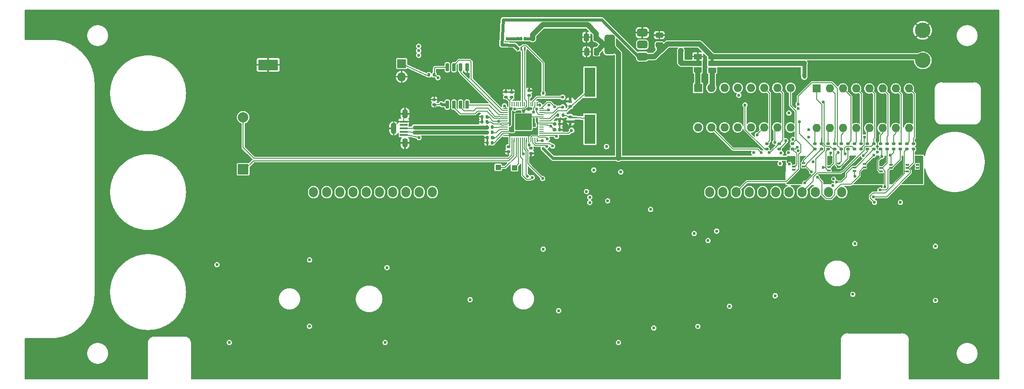
<source format=gbr>
%TF.GenerationSoftware,KiCad,Pcbnew,8.0.5*%
%TF.CreationDate,2024-09-30T13:59:48-07:00*%
%TF.ProjectId,combo_board,636f6d62-6f5f-4626-9f61-72642e6b6963,1*%
%TF.SameCoordinates,Original*%
%TF.FileFunction,Copper,L4,Bot*%
%TF.FilePolarity,Positive*%
%FSLAX46Y46*%
G04 Gerber Fmt 4.6, Leading zero omitted, Abs format (unit mm)*
G04 Created by KiCad (PCBNEW 8.0.5) date 2024-09-30 13:59:48*
%MOMM*%
%LPD*%
G01*
G04 APERTURE LIST*
G04 Aperture macros list*
%AMRoundRect*
0 Rectangle with rounded corners*
0 $1 Rounding radius*
0 $2 $3 $4 $5 $6 $7 $8 $9 X,Y pos of 4 corners*
0 Add a 4 corners polygon primitive as box body*
4,1,4,$2,$3,$4,$5,$6,$7,$8,$9,$2,$3,0*
0 Add four circle primitives for the rounded corners*
1,1,$1+$1,$2,$3*
1,1,$1+$1,$4,$5*
1,1,$1+$1,$6,$7*
1,1,$1+$1,$8,$9*
0 Add four rect primitives between the rounded corners*
20,1,$1+$1,$2,$3,$4,$5,0*
20,1,$1+$1,$4,$5,$6,$7,0*
20,1,$1+$1,$6,$7,$8,$9,0*
20,1,$1+$1,$8,$9,$2,$3,0*%
G04 Aperture macros list end*
%TA.AperFunction,EtchedComponent*%
%ADD10C,0.000000*%
%TD*%
%TA.AperFunction,ComponentPad*%
%ADD11O,1.700000X2.000000*%
%TD*%
%TA.AperFunction,SMDPad,CuDef*%
%ADD12RoundRect,0.250000X0.250000X0.475000X-0.250000X0.475000X-0.250000X-0.475000X0.250000X-0.475000X0*%
%TD*%
%TA.AperFunction,SMDPad,CuDef*%
%ADD13R,1.500000X0.450000*%
%TD*%
%TA.AperFunction,ComponentPad*%
%ADD14O,1.100000X1.800000*%
%TD*%
%TA.AperFunction,ComponentPad*%
%ADD15O,1.100000X2.200000*%
%TD*%
%TA.AperFunction,ComponentPad*%
%ADD16R,1.700000X1.700000*%
%TD*%
%TA.AperFunction,ComponentPad*%
%ADD17O,1.700000X1.700000*%
%TD*%
%TA.AperFunction,SMDPad,CuDef*%
%ADD18RoundRect,0.140000X0.140000X0.170000X-0.140000X0.170000X-0.140000X-0.170000X0.140000X-0.170000X0*%
%TD*%
%TA.AperFunction,SMDPad,CuDef*%
%ADD19RoundRect,0.140000X0.170000X-0.140000X0.170000X0.140000X-0.170000X0.140000X-0.170000X-0.140000X0*%
%TD*%
%TA.AperFunction,SMDPad,CuDef*%
%ADD20RoundRect,0.375000X0.625000X0.375000X-0.625000X0.375000X-0.625000X-0.375000X0.625000X-0.375000X0*%
%TD*%
%TA.AperFunction,SMDPad,CuDef*%
%ADD21RoundRect,0.500000X0.500000X1.400000X-0.500000X1.400000X-0.500000X-1.400000X0.500000X-1.400000X0*%
%TD*%
%TA.AperFunction,SMDPad,CuDef*%
%ADD22RoundRect,0.150000X-0.150000X0.650000X-0.150000X-0.650000X0.150000X-0.650000X0.150000X0.650000X0*%
%TD*%
%TA.AperFunction,SMDPad,CuDef*%
%ADD23RoundRect,0.140000X-0.170000X0.140000X-0.170000X-0.140000X0.170000X-0.140000X0.170000X0.140000X0*%
%TD*%
%TA.AperFunction,SMDPad,CuDef*%
%ADD24RoundRect,0.135000X0.135000X0.185000X-0.135000X0.185000X-0.135000X-0.185000X0.135000X-0.185000X0*%
%TD*%
%TA.AperFunction,SMDPad,CuDef*%
%ADD25RoundRect,0.140000X-0.140000X-0.170000X0.140000X-0.170000X0.140000X0.170000X-0.140000X0.170000X0*%
%TD*%
%TA.AperFunction,SMDPad,CuDef*%
%ADD26RoundRect,0.135000X-0.135000X-0.185000X0.135000X-0.185000X0.135000X0.185000X-0.135000X0.185000X0*%
%TD*%
%TA.AperFunction,SMDPad,CuDef*%
%ADD27RoundRect,0.250000X0.475000X-0.250000X0.475000X0.250000X-0.475000X0.250000X-0.475000X-0.250000X0*%
%TD*%
%TA.AperFunction,SMDPad,CuDef*%
%ADD28RoundRect,0.050000X-0.050000X0.387500X-0.050000X-0.387500X0.050000X-0.387500X0.050000X0.387500X0*%
%TD*%
%TA.AperFunction,SMDPad,CuDef*%
%ADD29RoundRect,0.050000X-0.387500X0.050000X-0.387500X-0.050000X0.387500X-0.050000X0.387500X0.050000X0*%
%TD*%
%TA.AperFunction,ComponentPad*%
%ADD30C,0.600000*%
%TD*%
%TA.AperFunction,SMDPad,CuDef*%
%ADD31RoundRect,0.144000X-1.456000X1.456000X-1.456000X-1.456000X1.456000X-1.456000X1.456000X1.456000X0*%
%TD*%
%TA.AperFunction,SMDPad,CuDef*%
%ADD32R,2.100000X5.600000*%
%TD*%
%TA.AperFunction,SMDPad,CuDef*%
%ADD33RoundRect,0.135000X-0.185000X0.135000X-0.185000X-0.135000X0.185000X-0.135000X0.185000X0.135000X0*%
%TD*%
%TA.AperFunction,SMDPad,CuDef*%
%ADD34RoundRect,0.100000X-0.225000X-0.100000X0.225000X-0.100000X0.225000X0.100000X-0.225000X0.100000X0*%
%TD*%
%TA.AperFunction,ComponentPad*%
%ADD35R,2.000000X2.000000*%
%TD*%
%TA.AperFunction,ComponentPad*%
%ADD36C,2.000000*%
%TD*%
%TA.AperFunction,ComponentPad*%
%ADD37C,3.000000*%
%TD*%
%TA.AperFunction,ComponentPad*%
%ADD38R,1.600000X1.600000*%
%TD*%
%TA.AperFunction,ComponentPad*%
%ADD39O,1.600000X1.600000*%
%TD*%
%TA.AperFunction,ComponentPad*%
%ADD40R,1.000000X1.000000*%
%TD*%
%TA.AperFunction,SMDPad,CuDef*%
%ADD41R,1.500000X1.000000*%
%TD*%
%TA.AperFunction,SMDPad,CuDef*%
%ADD42RoundRect,0.100000X0.100000X-0.225000X0.100000X0.225000X-0.100000X0.225000X-0.100000X-0.225000X0*%
%TD*%
%TA.AperFunction,SMDPad,CuDef*%
%ADD43R,3.800000X2.000000*%
%TD*%
%TA.AperFunction,SMDPad,CuDef*%
%ADD44RoundRect,0.100000X0.225000X0.100000X-0.225000X0.100000X-0.225000X-0.100000X0.225000X-0.100000X0*%
%TD*%
%TA.AperFunction,ViaPad*%
%ADD45C,0.600000*%
%TD*%
%TA.AperFunction,Conductor*%
%ADD46C,0.200000*%
%TD*%
%TA.AperFunction,Conductor*%
%ADD47C,0.150000*%
%TD*%
%TA.AperFunction,Conductor*%
%ADD48C,0.601000*%
%TD*%
%TA.AperFunction,Conductor*%
%ADD49C,1.000000*%
%TD*%
%TA.AperFunction,Conductor*%
%ADD50C,0.560800*%
%TD*%
%TA.AperFunction,Conductor*%
%ADD51C,0.200200*%
%TD*%
%TA.AperFunction,Conductor*%
%ADD52C,0.300000*%
%TD*%
%TA.AperFunction,Conductor*%
%ADD53C,0.600000*%
%TD*%
%TA.AperFunction,Conductor*%
%ADD54C,0.800000*%
%TD*%
G04 APERTURE END LIST*
D10*
%TA.AperFunction,EtchedComponent*%
%TO.C,JP2*%
G36*
X133290000Y61762683D02*
G01*
X132690000Y61762683D01*
X132690000Y62262683D01*
X133290000Y62262683D01*
X133290000Y61762683D01*
G37*
%TD.AperFunction*%
%TA.AperFunction,EtchedComponent*%
%TO.C,JP1*%
G36*
X130530000Y61802683D02*
G01*
X129930000Y61802683D01*
X129930000Y62302683D01*
X130530000Y62302683D01*
X130530000Y61802683D01*
G37*
%TD.AperFunction*%
%TD*%
D11*
%TO.P,DS1,1,F1/GND*%
%TO.N,Net-(DS1-F1{slash}GND)*%
X56340000Y36570000D03*
%TO.P,DS1,2,S3*%
%TO.N,PS3*%
X58880000Y36570000D03*
%TO.P,DS1,3,S2*%
%TO.N,PS2*%
X61420000Y36570000D03*
%TO.P,DS1,4,S1*%
%TO.N,PS1*%
X63960000Y36570000D03*
%TO.P,DS1,5,Pg*%
%TO.N,Pg*%
X66500000Y36570000D03*
%TO.P,DS1,6,Dp*%
%TO.N,PDP*%
X69040000Y36570000D03*
%TO.P,DS1,7,G0*%
%TO.N,G0*%
X71580000Y36570000D03*
%TO.P,DS1,8,G1*%
%TO.N,G1*%
X74120000Y36570000D03*
%TO.P,DS1,9,G2*%
%TO.N,G2*%
X76660000Y36570000D03*
%TO.P,DS1,10,G3*%
%TO.N,G3*%
X79200000Y36570000D03*
%TO.P,DS1,11,G4*%
%TO.N,G4*%
X132540000Y36570000D03*
%TO.P,DS1,12,G5*%
%TO.N,G5*%
X135080000Y36570000D03*
%TO.P,DS1,13,G6*%
%TO.N,G6*%
X137620000Y36570000D03*
%TO.P,DS1,14,G7*%
%TO.N,G7*%
X140160000Y36570000D03*
%TO.P,DS1,15,Pd*%
%TO.N,Pd*%
X142700000Y36570000D03*
%TO.P,DS1,16,Pe*%
%TO.N,Pe*%
X145240000Y36570000D03*
%TO.P,DS1,17,Pc*%
%TO.N,Pc*%
X147780000Y36570000D03*
%TO.P,DS1,18,Pf*%
%TO.N,Pf*%
X150320000Y36570000D03*
%TO.P,DS1,19,Pb*%
%TO.N,Pb*%
X152860000Y36570000D03*
%TO.P,DS1,20,Pa*%
%TO.N,Pa*%
X155400000Y36570000D03*
%TO.P,DS1,21,F2/+5V*%
%TO.N,Net-(DS1-F2{slash}+5V)*%
X157940000Y36570000D03*
%TD*%
D12*
%TO.P,C2,1*%
%TO.N,+3V3*%
X110700000Y66422683D03*
%TO.P,C2,2*%
%TO.N,GND*%
X108800000Y66422683D03*
%TD*%
D13*
%TO.P,J3,1,VBUS*%
%TO.N,/VBUS*%
X73657400Y47568100D03*
%TO.P,J3,2,D-*%
%TO.N,/USB_D-*%
X73657400Y48218100D03*
%TO.P,J3,3,D+*%
%TO.N,/USB_D+*%
X73657400Y48868100D03*
%TO.P,J3,4,ID*%
%TO.N,unconnected-(J3-ID-Pad4)*%
X73657400Y49518100D03*
%TO.P,J3,5,GND*%
%TO.N,GND*%
X73657400Y50168100D03*
D14*
%TO.P,J3,6,Shield*%
X73907400Y46068100D03*
D15*
X71757400Y48868100D03*
D14*
X73907400Y51668100D03*
%TD*%
D16*
%TO.P,J2,1,Pin_1*%
%TO.N,/~{USB_BOOT}*%
X73272400Y61343100D03*
D17*
%TO.P,J2,2,Pin_2*%
%TO.N,GND*%
X73272400Y58803100D03*
%TD*%
D18*
%TO.P,C15,1*%
%TO.N,+3V3*%
X90695000Y46102700D03*
%TO.P,C15,2*%
%TO.N,GND*%
X89735000Y46102700D03*
%TD*%
%TO.P,C13,1*%
%TO.N,+1V1*%
X90695000Y47102700D03*
%TO.P,C13,2*%
%TO.N,GND*%
X89735000Y47102700D03*
%TD*%
D19*
%TO.P,C4,1*%
%TO.N,+3V3*%
X97790000Y55172683D03*
%TO.P,C4,2*%
%TO.N,GND*%
X97790000Y56132683D03*
%TD*%
%TO.P,C6,1*%
%TO.N,+3V3*%
X79530000Y53437700D03*
%TO.P,C6,2*%
%TO.N,GND*%
X79530000Y54397700D03*
%TD*%
D20*
%TO.P,U1,1,GND*%
%TO.N,GND*%
X119550000Y67302683D03*
%TO.P,U1,2,VO*%
%TO.N,+3V3*%
X119550000Y65002683D03*
D21*
X113250000Y65002683D03*
D20*
%TO.P,U1,3,VI*%
%TO.N,EXT_5V*%
X119550000Y62702683D03*
%TD*%
D22*
%TO.P,U2,1,~{CS}*%
%TO.N,/QSPI_SS*%
X82070000Y60652700D03*
%TO.P,U2,2,DO(IO1)*%
%TO.N,/QSPI_SD1*%
X83340000Y60652700D03*
%TO.P,U2,3,IO2*%
%TO.N,/QSPI_SD2*%
X84610000Y60652700D03*
%TO.P,U2,4,GND*%
%TO.N,GND*%
X85880000Y60652700D03*
%TO.P,U2,5,DI(IO0)*%
%TO.N,/QSPI_SD0*%
X85880000Y53452700D03*
%TO.P,U2,6,CLK*%
%TO.N,/QSPI_SCLK*%
X84610000Y53452700D03*
%TO.P,U2,7,IO3*%
%TO.N,/QSPI_SD3*%
X83340000Y53452700D03*
%TO.P,U2,8,VCC*%
%TO.N,+3V3*%
X82070000Y53452700D03*
%TD*%
D23*
%TO.P,C9,1*%
%TO.N,Net-(C9-Pad1)*%
X105700000Y51097700D03*
%TO.P,C9,2*%
%TO.N,GND*%
X105700000Y50137700D03*
%TD*%
D24*
%TO.P,R28,1*%
%TO.N,/QSPI_SS*%
X79518800Y59168100D03*
%TO.P,R28,2*%
%TO.N,/~{USB_BOOT}*%
X78498800Y59168100D03*
%TD*%
D18*
%TO.P,C10,1*%
%TO.N,+3V3*%
X89695000Y50102700D03*
%TO.P,C10,2*%
%TO.N,GND*%
X88735000Y50102700D03*
%TD*%
D23*
%TO.P,C17,1*%
%TO.N,+3V3*%
X98138800Y45018100D03*
%TO.P,C17,2*%
%TO.N,GND*%
X98138800Y44058100D03*
%TD*%
D25*
%TO.P,C11,1*%
%TO.N,+3V3*%
X102705000Y49721700D03*
%TO.P,C11,2*%
%TO.N,GND*%
X103665000Y49721700D03*
%TD*%
D26*
%TO.P,R30,1*%
%TO.N,/USB_D+*%
X89705000Y49102700D03*
%TO.P,R30,2*%
%TO.N,Net-(U3-USB_DP)*%
X90725000Y49102700D03*
%TD*%
D25*
%TO.P,C12,1*%
%TO.N,+1V1*%
X102705000Y48602700D03*
%TO.P,C12,2*%
%TO.N,GND*%
X103665000Y48602700D03*
%TD*%
D27*
%TO.P,C1,1*%
%TO.N,EXT_5V*%
X122820000Y64912683D03*
%TO.P,C1,2*%
%TO.N,GND*%
X122820000Y66812683D03*
%TD*%
D19*
%TO.P,C5,1*%
%TO.N,+3V3*%
X93308800Y54888100D03*
%TO.P,C5,2*%
%TO.N,GND*%
X93308800Y55848100D03*
%TD*%
D23*
%TO.P,C16,1*%
%TO.N,+3V3*%
X93780000Y45332683D03*
%TO.P,C16,2*%
%TO.N,GND*%
X93780000Y44372683D03*
%TD*%
D28*
%TO.P,U3,1,IOVDD*%
%TO.N,+3V3*%
X94100000Y53540200D03*
%TO.P,U3,2,GPIO0*%
%TO.N,/GPIO0*%
X94500000Y53540200D03*
%TO.P,U3,3,GPIO1*%
%TO.N,/GPIO1*%
X94900000Y53540200D03*
%TO.P,U3,4,GPIO2*%
%TO.N,/GPIO2*%
X95300000Y53540200D03*
%TO.P,U3,5,GPIO3*%
%TO.N,/GPIO3*%
X95700000Y53540200D03*
%TO.P,U3,6,GPIO4*%
%TO.N,/GPIO4*%
X96100000Y53540200D03*
%TO.P,U3,7,GPIO5*%
%TO.N,/G5_3V*%
X96500000Y53540200D03*
%TO.P,U3,8,GPIO6*%
%TO.N,/GPIO6*%
X96900000Y53540200D03*
%TO.P,U3,9,GPIO7*%
%TO.N,/G7_3V*%
X97300000Y53540200D03*
%TO.P,U3,10,IOVDD*%
%TO.N,+3V3*%
X97700000Y53540200D03*
%TO.P,U3,11,GPIO8*%
%TO.N,/GPIO8*%
X98100000Y53540200D03*
%TO.P,U3,12,GPIO9*%
%TO.N,/G6_3V*%
X98500000Y53540200D03*
%TO.P,U3,13,GPIO10*%
%TO.N,/G2_3V*%
X98900000Y53540200D03*
%TO.P,U3,14,GPIO11*%
%TO.N,/PDP_3V*%
X99300000Y53540200D03*
D29*
%TO.P,U3,15,GPIO12*%
%TO.N,/G3_3V*%
X100137500Y52702700D03*
%TO.P,U3,16,GPIO13*%
%TO.N,/PS1_3V*%
X100137500Y52302700D03*
%TO.P,U3,17,GPIO14*%
%TO.N,/G4_3V*%
X100137500Y51902700D03*
%TO.P,U3,18,GPIO15*%
%TO.N,/PD_3V*%
X100137500Y51502700D03*
%TO.P,U3,19,TESTEN*%
%TO.N,GND*%
X100137500Y51102700D03*
%TO.P,U3,20,XIN*%
%TO.N,/XIN*%
X100137500Y50702700D03*
%TO.P,U3,21,XOUT*%
%TO.N,/XOUT*%
X100137500Y50302700D03*
%TO.P,U3,22,IOVDD*%
%TO.N,+3V3*%
X100137500Y49902700D03*
%TO.P,U3,23,DVDD*%
%TO.N,+1V1*%
X100137500Y49502700D03*
%TO.P,U3,24,SWCLK*%
%TO.N,unconnected-(U3-SWCLK-Pad24)*%
X100137500Y49102700D03*
%TO.P,U3,25,SWD*%
%TO.N,unconnected-(U3-SWD-Pad25)*%
X100137500Y48702700D03*
%TO.P,U3,26,RUN*%
%TO.N,unconnected-(U3-RUN-Pad26)*%
X100137500Y48302700D03*
%TO.P,U3,27,GPIO16*%
%TO.N,/PC_3V*%
X100137500Y47902700D03*
%TO.P,U3,28,GPIO17*%
%TO.N,/PG_3V*%
X100137500Y47502700D03*
D28*
%TO.P,U3,29,GPIO18*%
%TO.N,/PA_3V*%
X99300000Y46665200D03*
%TO.P,U3,30,GPIO19*%
%TO.N,/PS3_3V*%
X98900000Y46665200D03*
%TO.P,U3,31,GPIO20*%
%TO.N,/PB_3V*%
X98500000Y46665200D03*
%TO.P,U3,32,GPIO21*%
%TO.N,/PS2_3V*%
X98100000Y46665200D03*
%TO.P,U3,33,IOVDD*%
%TO.N,+3V3*%
X97700000Y46665200D03*
%TO.P,U3,34,GPIO22*%
%TO.N,/PF_3V*%
X97300000Y46665200D03*
%TO.P,U3,35,GPIO23*%
%TO.N,/G0_3V*%
X96900000Y46665200D03*
%TO.P,U3,36,GPIO24*%
%TO.N,/G1_3V*%
X96500000Y46665200D03*
%TO.P,U3,37,GPIO25*%
%TO.N,/PE_3V*%
X96100000Y46665200D03*
%TO.P,U3,38,GPIO26_ADC0*%
%TO.N,/GPIO26_ADC0*%
X95700000Y46665200D03*
%TO.P,U3,39,GPIO27_ADC1*%
%TO.N,/GPIO27_ADC1*%
X95300000Y46665200D03*
%TO.P,U3,40,GPIO28_ADC2*%
%TO.N,/GPIO28_ADC2*%
X94900000Y46665200D03*
%TO.P,U3,41,GPIO29_ADC3*%
%TO.N,/GPIO29_ADC3*%
X94500000Y46665200D03*
%TO.P,U3,42,IOVDD*%
%TO.N,+3V3*%
X94100000Y46665200D03*
D29*
%TO.P,U3,43,ADC_AVDD*%
X93262500Y47502700D03*
%TO.P,U3,44,VREG_IN*%
X93262500Y47902700D03*
%TO.P,U3,45,VREG_VOUT*%
%TO.N,+1V1*%
X93262500Y48302700D03*
%TO.P,U3,46,USB_DM*%
%TO.N,Net-(U3-USB_DM)*%
X93262500Y48702700D03*
%TO.P,U3,47,USB_DP*%
%TO.N,Net-(U3-USB_DP)*%
X93262500Y49102700D03*
%TO.P,U3,48,USB_VDD*%
%TO.N,+3V3*%
X93262500Y49502700D03*
%TO.P,U3,49,IOVDD*%
X93262500Y49902700D03*
%TO.P,U3,50,DVDD*%
%TO.N,+1V1*%
X93262500Y50302700D03*
%TO.P,U3,51,QSPI_SD3*%
%TO.N,/QSPI_SD3*%
X93262500Y50702700D03*
%TO.P,U3,52,QSPI_SCLK*%
%TO.N,/QSPI_SCLK*%
X93262500Y51102700D03*
%TO.P,U3,53,QSPI_SD0*%
%TO.N,/QSPI_SD0*%
X93262500Y51502700D03*
%TO.P,U3,54,QSPI_SD2*%
%TO.N,/QSPI_SD2*%
X93262500Y51902700D03*
%TO.P,U3,55,QSPI_SD1*%
%TO.N,/QSPI_SD1*%
X93262500Y52302700D03*
%TO.P,U3,56,QSPI_SS*%
%TO.N,/QSPI_SS*%
X93262500Y52702700D03*
D30*
%TO.P,U3,57,GND*%
%TO.N,GND*%
X97975000Y51377700D03*
X96700000Y51377700D03*
X95425000Y51377700D03*
X97975000Y50102700D03*
X96700000Y50102700D03*
D31*
X96700000Y50102700D03*
D30*
X95425000Y50102700D03*
X97975000Y48827700D03*
X96700000Y48827700D03*
X95425000Y48827700D03*
%TD*%
D19*
%TO.P,C7,1*%
%TO.N,/XIN*%
X105700000Y53107700D03*
%TO.P,C7,2*%
%TO.N,GND*%
X105700000Y54067700D03*
%TD*%
D26*
%TO.P,R31,1*%
%TO.N,/USB_D-*%
X89705000Y48102700D03*
%TO.P,R31,2*%
%TO.N,Net-(U3-USB_DM)*%
X90725000Y48102700D03*
%TD*%
D18*
%TO.P,C8,1*%
%TO.N,+1V1*%
X89695000Y51102700D03*
%TO.P,C8,2*%
%TO.N,GND*%
X88735000Y51102700D03*
%TD*%
D19*
%TO.P,C14,1*%
%TO.N,+3V3*%
X94430000Y54872683D03*
%TO.P,C14,2*%
%TO.N,GND*%
X94430000Y55832683D03*
%TD*%
D26*
%TO.P,R29,1*%
%TO.N,/XOUT*%
X103305000Y51402700D03*
%TO.P,R29,2*%
%TO.N,Net-(C9-Pad1)*%
X104325000Y51402700D03*
%TD*%
D32*
%TO.P,Y1,1,1*%
%TO.N,/XIN*%
X109480000Y57731200D03*
%TO.P,Y1,2,2*%
%TO.N,Net-(C9-Pad1)*%
X109480000Y48731200D03*
%TD*%
D12*
%TO.P,C3,1*%
%TO.N,+3V3*%
X110760000Y63632683D03*
%TO.P,C3,2*%
%TO.N,GND*%
X108860000Y63632683D03*
%TD*%
D33*
%TO.P,R7,1*%
%TO.N,Pf*%
X164120000Y45890000D03*
%TO.P,R7,2*%
%TO.N,/PF_3V*%
X164120000Y44870000D03*
%TD*%
%TO.P,R10,1*%
%TO.N,G1*%
X160330400Y45890000D03*
%TO.P,R10,2*%
%TO.N,/G1_3V*%
X160330400Y44870000D03*
%TD*%
D34*
%TO.P,D5,1,A*%
%TO.N,/G3_3V*%
X155450000Y40762700D03*
%TO.P,D5,2,A*%
%TO.N,/PS1_3V*%
X155450000Y41412700D03*
%TO.P,D5,3,K*%
%TO.N,+3V3*%
X155450000Y42062700D03*
%TO.P,D5,4,A*%
%TO.N,/G4_3V*%
X157350000Y42062700D03*
%TO.P,D5,5,A*%
%TO.N,/PD_3V*%
X157350000Y41412700D03*
%TO.P,D5,6,K*%
%TO.N,+3V3*%
X157350000Y40762700D03*
%TD*%
D35*
%TO.P,LS1,1,1*%
%TO.N,/GPIO28_ADC2*%
X42790000Y40982700D03*
D36*
%TO.P,LS1,2,2*%
%TO.N,/GPIO29_ADC3*%
X42790000Y50982700D03*
%TD*%
D37*
%TO.P,TP4,1,1*%
%TO.N,GND*%
X173450000Y67732683D03*
%TD*%
D38*
%TO.P,J204,1,Pin_1*%
%TO.N,PDP*%
X153050000Y56550000D03*
D39*
%TO.P,J204,2,Pin_2*%
%TO.N,PS1*%
X155590000Y56550000D03*
%TO.P,J204,3,Pin_3*%
%TO.N,Pd*%
X158130000Y56550000D03*
%TO.P,J204,4,Pin_4*%
%TO.N,Pe*%
X160670000Y56550000D03*
%TO.P,J204,5,Pin_5*%
%TO.N,Pf*%
X163210000Y56550000D03*
%TO.P,J204,6,Pin_6*%
%TO.N,Pg*%
X165750000Y56550000D03*
%TO.P,J204,7,Pin_7*%
%TO.N,PS3*%
X168290000Y56550000D03*
%TO.P,J204,8,Pin_8*%
%TO.N,PS2*%
X170830000Y56550000D03*
%TO.P,J204,9,Pin_9*%
%TO.N,Pb*%
X170830000Y48930000D03*
%TO.P,J204,10,Pin_10*%
%TO.N,Pa*%
X168290000Y48930000D03*
%TO.P,J204,11,Pin_11*%
%TO.N,Pc*%
X165750000Y48930000D03*
%TO.P,J204,12,Pin_12*%
%TO.N,G0*%
X163210000Y48930000D03*
%TO.P,J204,13,Pin_13*%
%TO.N,G1*%
X160670000Y48930000D03*
%TO.P,J204,14,Pin_14*%
%TO.N,G4*%
X158130000Y48930000D03*
%TO.P,J204,15,Pin_15*%
%TO.N,G3*%
X155590000Y48930000D03*
%TO.P,J204,16,Pin_16*%
%TO.N,G2*%
X153050000Y48930000D03*
%TD*%
D37*
%TO.P,TP5,1,1*%
%TO.N,EXT_5V*%
X173510000Y61952683D03*
%TD*%
D33*
%TO.P,R15,1*%
%TO.N,PDP*%
X154014200Y45890000D03*
%TO.P,R15,2*%
%TO.N,/PDP_3V*%
X154014200Y44870000D03*
%TD*%
%TO.P,R16,1*%
%TO.N,G2*%
X152751000Y45890000D03*
%TO.P,R16,2*%
%TO.N,/G2_3V*%
X152751000Y44870000D03*
%TD*%
%TO.P,R17,1*%
%TO.N,G6*%
X148430000Y45920000D03*
%TO.P,R17,2*%
%TO.N,/G6_3V*%
X148430000Y44900000D03*
%TD*%
%TO.P,R4,1*%
%TO.N,Pa*%
X167909700Y45890000D03*
%TO.P,R4,2*%
%TO.N,/PA_3V*%
X167909700Y44870000D03*
%TD*%
D40*
%TO.P,TP2,1,1*%
%TO.N,/GPIO26_ADC0*%
X94970000Y41262683D03*
%TD*%
D33*
%TO.P,R2,1*%
%TO.N,Pb*%
X170436200Y45890000D03*
%TO.P,R2,2*%
%TO.N,/PB_3V*%
X170436200Y44870000D03*
%TD*%
D34*
%TO.P,D8,1,A*%
%TO.N,/PB_3V*%
X170550000Y40562700D03*
%TO.P,D8,2,A*%
%TO.N,/PS2_3V*%
X170550000Y41212700D03*
%TO.P,D8,3,K*%
%TO.N,unconnected-(D8C-K-Pad3)*%
X170550000Y41862700D03*
%TO.P,D8,4,A*%
%TO.N,unconnected-(D8C-A-Pad4)*%
X172450000Y41862700D03*
%TO.P,D8,5,A*%
%TO.N,unconnected-(D8D-A-Pad5)*%
X172450000Y41212700D03*
%TO.P,D8,6,K*%
%TO.N,+3V3*%
X172450000Y40562700D03*
%TD*%
D33*
%TO.P,R9,1*%
%TO.N,Pe*%
X161593600Y45890000D03*
%TO.P,R9,2*%
%TO.N,/PE_3V*%
X161593600Y44870000D03*
%TD*%
D41*
%TO.P,JP2,1,A*%
%TO.N,EXT_5V*%
X132990000Y62662683D03*
%TO.P,JP2,2,C*%
%TO.N,Net-(DS1-F2{slash}+5V)*%
X132990000Y61362683D03*
%TO.P,JP2,3,B*%
%TO.N,F2*%
X132990000Y60062683D03*
%TD*%
D33*
%TO.P,R11,1*%
%TO.N,Pd*%
X159067100Y45890000D03*
%TO.P,R11,2*%
%TO.N,/PD_3V*%
X159067100Y44870000D03*
%TD*%
D40*
%TO.P,TP3,1,1*%
%TO.N,/GPIO27_ADC1*%
X91830000Y41352683D03*
%TD*%
D33*
%TO.P,R14,1*%
%TO.N,G3*%
X155277500Y45890000D03*
%TO.P,R14,2*%
%TO.N,/G3_3V*%
X155277500Y44870000D03*
%TD*%
D42*
%TO.P,D2,1,A*%
%TO.N,/G7_3V*%
X96922500Y64222700D03*
%TO.P,D2,2,A*%
%TO.N,/G5_3V*%
X96272500Y64222700D03*
%TO.P,D2,3,K*%
%TO.N,EXT_5V*%
X95622500Y64222700D03*
%TO.P,D2,4,A*%
%TO.N,/VBUS*%
X95622500Y66122700D03*
%TO.P,D2,5,A*%
X96272500Y66122700D03*
%TO.P,D2,6,K*%
%TO.N,+3V3*%
X96922500Y66122700D03*
%TD*%
D33*
%TO.P,R3,1*%
%TO.N,PS3*%
X169172900Y45890000D03*
%TO.P,R3,2*%
%TO.N,/PS3_3V*%
X169172900Y44870000D03*
%TD*%
D43*
%TO.P,TP1,1,1*%
%TO.N,GND*%
X47600000Y61092683D03*
%TD*%
D41*
%TO.P,JP1,1,A*%
%TO.N,GND*%
X130230000Y62702683D03*
%TO.P,JP1,2,C*%
%TO.N,Net-(DS1-F1{slash}GND)*%
X130230000Y61402683D03*
%TO.P,JP1,3,B*%
%TO.N,F1*%
X130230000Y60102683D03*
%TD*%
D34*
%TO.P,D4,1,A*%
%TO.N,unconnected-(D4A-A-Pad1)*%
X148650000Y40862700D03*
%TO.P,D4,2,A*%
%TO.N,/G6_3V*%
X148650000Y41512700D03*
%TO.P,D4,3,K*%
%TO.N,+3V3*%
X148650000Y42162700D03*
%TO.P,D4,4,A*%
%TO.N,/G2_3V*%
X150550000Y42162700D03*
%TO.P,D4,5,A*%
%TO.N,/PDP_3V*%
X150550000Y41512700D03*
%TO.P,D4,6,K*%
%TO.N,+3V3*%
X150550000Y40862700D03*
%TD*%
D33*
%TO.P,R12,1*%
%TO.N,G4*%
X157803900Y45890000D03*
%TO.P,R12,2*%
%TO.N,/G4_3V*%
X157803900Y44870000D03*
%TD*%
%TO.P,R19,1*%
%TO.N,G5*%
X143477000Y45920000D03*
%TO.P,R19,2*%
%TO.N,/G5_3V*%
X143477000Y44900000D03*
%TD*%
%TO.P,R18,1*%
%TO.N,G7*%
X145890000Y45920000D03*
%TO.P,R18,2*%
%TO.N,/G7_3V*%
X145890000Y44900000D03*
%TD*%
%TO.P,R6,1*%
%TO.N,Pc*%
X165383300Y45890000D03*
%TO.P,R6,2*%
%TO.N,/PC_3V*%
X165383300Y44870000D03*
%TD*%
D34*
%TO.P,D7,1,A*%
%TO.N,/PC_3V*%
X165450000Y40562700D03*
%TO.P,D7,2,A*%
%TO.N,/PG_3V*%
X165450000Y41212700D03*
%TO.P,D7,3,K*%
%TO.N,+3V3*%
X165450000Y41862700D03*
%TO.P,D7,4,A*%
%TO.N,/PA_3V*%
X167350000Y41862700D03*
%TO.P,D7,5,A*%
%TO.N,/PS3_3V*%
X167350000Y41212700D03*
%TO.P,D7,6,K*%
%TO.N,+3V3*%
X167350000Y40562700D03*
%TD*%
D44*
%TO.P,D6,1,A*%
%TO.N,/G1_3V*%
X162270000Y41985200D03*
%TO.P,D6,2,A*%
%TO.N,/PE_3V*%
X162270000Y41335200D03*
%TO.P,D6,3,K*%
%TO.N,+3V3*%
X162270000Y40685200D03*
%TO.P,D6,4,A*%
%TO.N,/G0_3V*%
X160370000Y40685200D03*
%TO.P,D6,5,A*%
%TO.N,/PF_3V*%
X160370000Y41335200D03*
%TO.P,D6,6,K*%
%TO.N,+3V3*%
X160370000Y41985200D03*
%TD*%
D33*
%TO.P,R1,1*%
%TO.N,PS2*%
X171699400Y45890000D03*
%TO.P,R1,2*%
%TO.N,/PS2_3V*%
X171699400Y44870000D03*
%TD*%
%TO.P,R13,1*%
%TO.N,PS1*%
X156540700Y45890000D03*
%TO.P,R13,2*%
%TO.N,/PS1_3V*%
X156540700Y44870000D03*
%TD*%
%TO.P,R8,1*%
%TO.N,G0*%
X162856800Y45890000D03*
%TO.P,R8,2*%
%TO.N,/G0_3V*%
X162856800Y44870000D03*
%TD*%
D38*
%TO.P,J203,1,Pin_1*%
%TO.N,F1*%
X130280000Y56660000D03*
D39*
%TO.P,J203,2,Pin_2*%
%TO.N,F2*%
X132820000Y56660000D03*
%TO.P,J203,3,Pin_3*%
%TO.N,S2*%
X135360000Y56660000D03*
%TO.P,J203,4,Pin_4*%
%TO.N,S1*%
X137900000Y56660000D03*
%TO.P,J203,5,Pin_5*%
%TO.N,S0*%
X140440000Y56660000D03*
%TO.P,J203,6,Pin_6*%
%TO.N,G5*%
X142980000Y56660000D03*
%TO.P,J203,7,Pin_7*%
%TO.N,G7*%
X145520000Y56660000D03*
%TO.P,J203,8,Pin_8*%
%TO.N,G6*%
X148060000Y56660000D03*
%TO.P,J203,9,Pin_9*%
%TO.N,RL0*%
X148060000Y49040000D03*
%TO.P,J203,10,Pin_10*%
%TO.N,RL1*%
X145520000Y49040000D03*
%TO.P,J203,11,Pin_11*%
%TO.N,RL6*%
X142980000Y49040000D03*
%TO.P,J203,12,Pin_12*%
%TO.N,RL4*%
X140440000Y49040000D03*
%TO.P,J203,13,Pin_13*%
%TO.N,RL2*%
X137900000Y49040000D03*
%TO.P,J203,14,Pin_14*%
%TO.N,RL5*%
X135360000Y49040000D03*
%TO.P,J203,15,Pin_15*%
%TO.N,RL3*%
X132820000Y49040000D03*
%TO.P,J203,16,Pin_16*%
%TO.N,GND2*%
X130280000Y49040000D03*
%TD*%
D33*
%TO.P,R5,1*%
%TO.N,Pg*%
X166646500Y45890000D03*
%TO.P,R5,2*%
%TO.N,/PG_3V*%
X166646500Y44870000D03*
%TD*%
D45*
%TO.N,GND*%
X86040000Y59143000D03*
X99280000Y64792700D03*
X97580000Y63513000D03*
X99280000Y58303000D03*
%TO.N,+3V3*%
X158150000Y39922683D03*
X168570000Y41243000D03*
X158330000Y41483000D03*
X165770000Y42553000D03*
X155826000Y44127000D03*
X97680000Y52543000D03*
X94210000Y52583000D03*
X97765100Y45643000D03*
X148440000Y38702683D03*
X96730000Y52223000D03*
X172610000Y42953000D03*
X100470000Y44993000D03*
X163250000Y41673000D03*
X148600000Y43102683D03*
X98450000Y66162700D03*
X80869900Y53620000D03*
%TO.N,+1V1*%
X98850000Y49413000D03*
X94600000Y48603000D03*
X91964900Y50247000D03*
X101964400Y49247000D03*
%TO.N,/QSPI_SS*%
X93027800Y53213000D03*
X80235300Y58607000D03*
%TO.N,/G5_3V*%
X100478000Y55616000D03*
X139318000Y53366000D03*
%TO.N,/G7_3V*%
X147118000Y46490000D03*
X95000900Y52556000D03*
%TO.N,/G2_3V*%
X149764000Y50124000D03*
X98610600Y52029000D03*
%TO.N,/G6_3V*%
X104231100Y54840000D03*
X149354000Y45261000D03*
X112699000Y45350000D03*
%TO.N,/PDP_3V*%
X101610800Y53318000D03*
X152064000Y40480000D03*
X115416000Y40468000D03*
X99852500Y53318000D03*
%TO.N,/G3_3V*%
X110217000Y40844000D03*
X154310000Y41285000D03*
X102739200Y52971000D03*
%TO.N,/PD_3V*%
X147758000Y51810000D03*
X157217000Y44171000D03*
X99198400Y52594000D03*
%TO.N,/G4_3V*%
X149508000Y53538000D03*
X104253600Y52943000D03*
%TO.N,/PS1_3V*%
X154357000Y53919000D03*
X149565000Y52648000D03*
X101544600Y52400000D03*
%TO.N,/PF_3V*%
X156856520Y38529156D03*
X100379300Y39208000D03*
%TO.N,/PE_3V*%
X153234000Y39457000D03*
X162320000Y47186000D03*
X98387200Y39386000D03*
%TO.N,/G1_3V*%
X158597000Y43988000D03*
X164076000Y43660000D03*
X96668200Y43946000D03*
X147866000Y41967000D03*
%TO.N,/G0_3V*%
X156337094Y39131820D03*
X97490300Y39611000D03*
X160451000Y39627000D03*
X162022000Y43579000D03*
%TO.N,/PC_3V*%
X151572000Y47184000D03*
X105964000Y48480000D03*
X165642000Y43426000D03*
X148481000Y46724000D03*
%TO.N,/PG_3V*%
X166241000Y37579000D03*
X103082600Y47302000D03*
X112906000Y34893000D03*
%TO.N,/PS3_3V*%
X165277000Y36978000D03*
X102304800Y45444000D03*
X108834000Y36700000D03*
%TO.N,/PA_3V*%
X152366000Y42426000D03*
X167211000Y43687000D03*
X100304000Y46493000D03*
%TO.N,/PS2_3V*%
X101249700Y46828000D03*
X109441000Y35598000D03*
X163964000Y35682000D03*
%TO.N,/VBUS*%
X76515000Y64687700D03*
X76550000Y63823000D03*
X76550000Y62933000D03*
X93520000Y66122700D03*
X76590000Y47073000D03*
%TO.N,/PB_3V*%
X101157200Y45414000D03*
X109441000Y34579000D03*
X164214000Y34608000D03*
%TO.N,G2*%
X146061000Y42062000D03*
%TO.N,PS2*%
X169195000Y34612000D03*
%TO.N,Pg*%
X156187280Y37881820D03*
%TO.N,G0*%
X146230000Y44115000D03*
%TO.N,G3*%
X149522000Y44509000D03*
%TO.N,G7*%
X143920000Y44166000D03*
%TO.N,G4*%
X140987000Y44166000D03*
%TO.N,Net-(DS1-F2{slash}+5V)*%
X150678517Y58812683D03*
X150640000Y59702683D03*
X150672672Y60562683D03*
X150670000Y61362683D03*
%TO.N,Net-(DS1-F1{slash}GND)*%
X126950000Y62432683D03*
X126970000Y63262683D03*
X126950000Y61562683D03*
X126970000Y63992683D03*
%TO.N,PDP*%
X150779000Y38338000D03*
%TO.N,G1*%
X147675000Y44166000D03*
%TO.N,RL5*%
X114959000Y7613000D03*
X114979000Y25612000D03*
%TO.N,S2*%
X138135000Y55241000D03*
X129518000Y28612000D03*
%TO.N,RL3*%
X86420000Y15857000D03*
X142455000Y44166000D03*
X145097000Y16612000D03*
%TO.N,RL4*%
X103465700Y13731000D03*
X130251000Y10715000D03*
X100478000Y25612000D03*
%TO.N,RL2*%
X121135000Y33258000D03*
X70466000Y22024000D03*
X70076000Y7613000D03*
X175910000Y26163000D03*
%TO.N,S1*%
X121774000Y10413000D03*
%TO.N,RL0*%
X164773000Y44247000D03*
X40122500Y7613000D03*
X175938000Y15716000D03*
X151572000Y48580000D03*
X37736300Y22612000D03*
%TO.N,RL6*%
X133850000Y29083000D03*
X132206000Y27243000D03*
X160410000Y26663000D03*
X141681000Y47611000D03*
%TO.N,S0*%
X136330000Y14588000D03*
%TO.N,RL1*%
X55580800Y23514000D03*
X160046000Y16905000D03*
X55528500Y10747000D03*
X145053000Y46188000D03*
%TD*%
D46*
%TO.N,GND*%
X85944300Y59933000D02*
X85944300Y59600000D01*
X100137500Y51103000D02*
X98250000Y51103000D01*
X72707400Y50168100D02*
X71757400Y49218100D01*
D47*
X85945300Y59850000D02*
X85945300Y60099000D01*
D46*
X85944300Y59600000D02*
X85945300Y59600000D01*
X85945300Y59850000D02*
X85945300Y60099000D01*
X98250000Y51103000D02*
X97975000Y51378000D01*
X73657400Y50168100D02*
X72707400Y50168100D01*
X73657400Y50168100D02*
X73657400Y51418100D01*
X85945300Y59600000D02*
X85945300Y59850000D01*
%TO.N,+3V3*%
X92700000Y47883000D02*
X92720000Y47903000D01*
D48*
X81867500Y53453000D02*
X81889200Y53453000D01*
D46*
X90765300Y46047000D02*
X91064900Y46047000D01*
X97765100Y45643000D02*
X97944400Y45222000D01*
D49*
X113250000Y65002683D02*
X112120000Y65002683D01*
D46*
X94430000Y54872683D02*
X94430000Y54583000D01*
X101204000Y49875000D02*
X102270400Y49847000D01*
D50*
X102650300Y49667000D02*
X102705000Y49722000D01*
D46*
X92520000Y49493000D02*
X92314900Y49697000D01*
X93262500Y49903000D02*
X92500000Y49893000D01*
X94100000Y47503000D02*
X94170000Y47503000D01*
X80687600Y53437700D02*
X80869900Y53620000D01*
X80869900Y53397000D02*
X79614300Y53397000D01*
D50*
X89750700Y50047000D02*
X89695000Y50103000D01*
D46*
X94100000Y54253000D02*
X94110000Y54263000D01*
D49*
X98450000Y66872683D02*
X98450000Y66162700D01*
D46*
X92314900Y49697000D02*
X90877300Y49697000D01*
X157940000Y39880199D02*
X157940000Y39872683D01*
D47*
X93860000Y49903000D02*
X94284400Y49585000D01*
D51*
X93681000Y47502700D02*
X93262500Y47502700D01*
D46*
X93262800Y47903000D02*
X94070000Y47903000D01*
D49*
X110700000Y67147683D02*
X109045000Y68802683D01*
D46*
X158100000Y39872683D02*
X158150000Y39922683D01*
X158330000Y41483000D02*
X158330000Y41712683D01*
D47*
X97680000Y54803000D02*
X97690000Y54172000D01*
D46*
X97680000Y54803000D02*
X97764400Y55359000D01*
D51*
X100165200Y49875000D02*
X100137500Y49902700D01*
D46*
X81497800Y53397000D02*
X80869900Y53397000D01*
X91064900Y46047000D02*
X92700000Y47883000D01*
D52*
X97680000Y52543000D02*
X97700000Y52563000D01*
D46*
X102451400Y49667000D02*
X102650300Y49667000D01*
X94100000Y47503000D02*
X94100000Y46665200D01*
X102270400Y49847000D02*
X102451400Y49667000D01*
X94100000Y52693000D02*
X94100000Y53540200D01*
X97700000Y52563000D02*
X97700000Y53540000D01*
D49*
X100380000Y68802683D02*
X98450000Y66872683D01*
D46*
X155826000Y44127000D02*
X155450000Y42063000D01*
D49*
X112120000Y65002683D02*
X110700000Y66422683D01*
X109045000Y68802683D02*
X100380000Y68802683D01*
D46*
X94100000Y47533000D02*
X94100000Y47503000D01*
D53*
X102360300Y43103000D02*
X114970000Y43103000D01*
D46*
X94430000Y54583000D02*
X94110000Y54263000D01*
D49*
X113250000Y65002683D02*
X114970000Y63282683D01*
D51*
X93681300Y47503000D02*
X93681000Y47502700D01*
D46*
X160045001Y41985200D02*
X157940000Y39880199D01*
D51*
X101204000Y49875000D02*
X100165200Y49875000D01*
D48*
X81036900Y53453000D02*
X80869900Y53620000D01*
D46*
X160370000Y41985200D02*
X160045001Y41985200D01*
D53*
X114970000Y43103000D02*
X148660000Y43103000D01*
D47*
X97690000Y54172000D02*
X97700000Y53540000D01*
D53*
X100470000Y44993000D02*
X102360300Y43103000D01*
D49*
X110700000Y66422683D02*
X110700000Y67147683D01*
D46*
X93262500Y47503000D02*
X93681300Y47503000D01*
X92500000Y49893000D02*
X92314900Y49697000D01*
D48*
X81889500Y53452700D02*
X82070000Y53452700D01*
D51*
X97690000Y54172000D02*
X97700000Y54162000D01*
D53*
X98410000Y66122700D02*
X98450000Y66162700D01*
D46*
X93933900Y54263000D02*
X93308800Y54888100D01*
X94100000Y53540200D02*
X94100000Y54253000D01*
D53*
X96922500Y66122700D02*
X98410000Y66122700D01*
D50*
X79594900Y53383000D02*
X79584700Y53383000D01*
D46*
X90877300Y49697000D02*
X90527300Y50047000D01*
D47*
X97700000Y47753000D02*
X97700000Y46665200D01*
D46*
X94100000Y45362683D02*
X94070000Y45332683D01*
X94070000Y47903000D02*
X94164400Y47647000D01*
D48*
X81889200Y53453000D02*
X82070000Y53453000D01*
D46*
X97944400Y45222000D02*
X98073900Y45093000D01*
X157940000Y39872683D02*
X158100000Y39872683D01*
D48*
X81812100Y53453000D02*
X81036900Y53453000D01*
D51*
X97700000Y53540200D02*
X97700000Y53540000D01*
D46*
X92720000Y47903000D02*
X93262800Y47903000D01*
D50*
X89765300Y50047000D02*
X89750700Y50047000D01*
X79584700Y53383000D02*
X79530000Y53438000D01*
D49*
X114970000Y63282683D02*
X114970000Y43103000D01*
D46*
X94100000Y45362683D02*
X93810000Y45362683D01*
D47*
X99427400Y49835000D02*
X100189400Y49835000D01*
D46*
X93262500Y49503000D02*
X92520000Y49493000D01*
X94110000Y54263000D02*
X93933900Y54263000D01*
D48*
X81889200Y53453000D02*
X81889500Y53452700D01*
D46*
X90527300Y50047000D02*
X89765300Y50047000D01*
X100137500Y49903000D02*
X101204000Y49875000D01*
D47*
X93262500Y49903000D02*
X93860000Y49903000D01*
D46*
X82125700Y53397000D02*
X81811800Y53397000D01*
X79530000Y53437700D02*
X80687600Y53437700D01*
X94210000Y52583000D02*
X94100000Y52693000D01*
X94164400Y47647000D02*
X94100000Y47533000D01*
D51*
X97700000Y54162000D02*
X97700000Y53540200D01*
D46*
X93681300Y47503000D02*
X94100000Y47503000D01*
D47*
X80869900Y53620000D02*
X80869900Y53397000D01*
D49*
X112130000Y65002683D02*
X110760000Y63632683D01*
D46*
X81811800Y53397000D02*
X81497800Y53397000D01*
X97700000Y46665000D02*
X97765100Y45643000D01*
D49*
X113250000Y65002683D02*
X112130000Y65002683D01*
D46*
X94100000Y46665200D02*
X94100000Y45362683D01*
D50*
%TO.N,+1V1*%
X89722600Y51076000D02*
X89722200Y51076000D01*
X102661200Y48646000D02*
X102683100Y48624000D01*
D46*
X91964900Y50247000D02*
X90860300Y50247000D01*
X100814800Y49498800D02*
X101750000Y49493000D01*
D50*
X89708600Y51090000D02*
X89708200Y51090000D01*
D46*
X101750000Y49493000D02*
X101964400Y49247000D01*
D50*
X102683100Y48624000D02*
X102683200Y48624000D01*
X89698200Y51099500D02*
X89695000Y51102700D01*
D47*
X94465400Y48388000D02*
X94300000Y48293000D01*
D50*
X89698100Y51100000D02*
X89695000Y51103000D01*
X89701600Y51096000D02*
X89701200Y51096000D01*
D46*
X92613700Y50275000D02*
X91964900Y50247000D01*
X90860300Y50247000D02*
X90060300Y51047000D01*
D51*
X93234800Y50275000D02*
X93262500Y50302700D01*
D50*
X89759900Y51048000D02*
X89750200Y51048000D01*
D47*
X94670000Y48673000D02*
X94640000Y48643000D01*
D50*
X89708200Y51090000D02*
X89701600Y51096000D01*
D46*
X93262500Y50303000D02*
X92613700Y50275000D01*
D47*
X94300000Y48293000D02*
X93262500Y48303000D01*
X94640000Y48623000D02*
X94550000Y48533000D01*
D46*
X91364900Y47047000D02*
X90842700Y47047000D01*
D50*
X89765300Y51047000D02*
X89750700Y51047000D01*
D46*
X102466400Y48746000D02*
X101964400Y49247000D01*
D51*
X100814800Y49498800D02*
X100141400Y49498800D01*
D47*
X94640000Y48643000D02*
X94640000Y48623000D01*
D50*
X89708600Y51090000D02*
X89695000Y51103000D01*
D47*
X94550000Y48533000D02*
X94550000Y48473000D01*
D50*
X89698300Y51099500D02*
X89695000Y51103000D01*
X89750700Y51047000D02*
X89695000Y51103000D01*
X102694100Y48613500D02*
X102694200Y48613500D01*
D46*
X92550000Y48283000D02*
X91364900Y47047000D01*
D50*
X89701600Y51096000D02*
X89698300Y51099500D01*
X90750700Y47047000D02*
X90695000Y47103000D01*
X102705000Y48603000D02*
X102683100Y48624000D01*
X90842700Y47047000D02*
X90750700Y47047000D01*
D46*
X93262500Y48303000D02*
X92550000Y48283000D01*
D51*
X100141400Y49498800D02*
X100137500Y49502700D01*
D50*
X102565400Y48646000D02*
X102661200Y48646000D01*
X102694100Y48613500D02*
X102705000Y48603000D01*
X89701200Y51096000D02*
X89698100Y51100000D01*
X89750200Y51048000D02*
X89722600Y51076000D01*
D46*
X102565400Y48646000D02*
X102466400Y48746000D01*
X90060300Y51047000D02*
X89765300Y51047000D01*
D50*
X89722200Y51076000D02*
X89708600Y51090000D01*
X102694200Y48613500D02*
X102705000Y48602700D01*
X102683200Y48624000D02*
X102694100Y48613500D01*
X89695000Y51103000D02*
X89722600Y51076000D01*
D51*
X92613700Y50275000D02*
X93234800Y50275000D01*
D47*
X94550000Y48473000D02*
X94465400Y48388000D01*
D46*
X102466400Y48746000D02*
X102571400Y48746000D01*
D50*
X89698300Y51099500D02*
X89698200Y51099500D01*
D46*
X100137500Y49503000D02*
X100814800Y49498800D01*
D47*
%TO.N,/XIN*%
X106067000Y53355000D02*
X105764000Y53053000D01*
D46*
X106104000Y53355000D02*
X109880000Y56707000D01*
X100137500Y50703000D02*
X100862500Y50707700D01*
D47*
X105563000Y52851500D02*
X105700000Y52988500D01*
D46*
X105362000Y52650000D02*
X105563000Y52851500D01*
X105764000Y53053000D02*
X106104000Y53355000D01*
D47*
X106104000Y53355000D02*
X106067000Y53355000D01*
D46*
X104960000Y52247000D02*
X105362000Y52650000D01*
X100862500Y50707700D02*
X101680000Y50713000D01*
X103302400Y52247000D02*
X104960000Y52247000D01*
X101680000Y50713000D02*
X103302400Y52247000D01*
D47*
X100862500Y50707700D02*
X100142500Y50707700D01*
D46*
X105563000Y52851500D02*
X105764000Y53053000D01*
D47*
X105362000Y52650000D02*
X105700000Y52988000D01*
D54*
%TO.N,/USB_D-*%
X75720000Y48091660D02*
X89705100Y48073000D01*
D46*
X74232500Y48218000D02*
X75720000Y48091660D01*
%TO.N,/USB_D+*%
X74232500Y48868000D02*
X75572400Y48868000D01*
D54*
X89704900Y49035000D02*
X75752400Y49048000D01*
D46*
X75572400Y48868000D02*
X75752400Y49048000D01*
%TO.N,/~{USB_BOOT}*%
X73337300Y61288000D02*
X75097600Y60481000D01*
X75097600Y60481000D02*
X78404700Y58963000D01*
%TO.N,/QSPI_SS*%
X79564300Y59459000D02*
X79564300Y59610000D01*
D47*
X79935200Y58907000D02*
X80235300Y58607000D01*
X79935200Y58907000D02*
X79789300Y58907000D01*
X93327400Y52913000D02*
X93327400Y52808000D01*
X79564300Y60260000D02*
X79589900Y60286000D01*
X79640300Y60597000D02*
X82014300Y60597000D01*
X93327400Y52808000D02*
X93262500Y52743000D01*
X79589900Y60286000D02*
X79589900Y60417000D01*
D46*
X79564300Y60260000D02*
X79564300Y60173000D01*
D47*
X79635300Y59207000D02*
X79935200Y58907000D01*
X79564300Y60173000D02*
X79564300Y59610000D01*
D46*
X79564300Y59308000D02*
X79564300Y59459000D01*
D47*
X79564300Y59459000D02*
X79635300Y59388000D01*
X79589900Y60417000D02*
X79589900Y60547000D01*
X93027800Y53213000D02*
X93327400Y52913000D01*
X93262500Y52743000D02*
X93262500Y52702700D01*
X79789300Y58907000D02*
X79686500Y59010000D01*
X93327400Y52808000D02*
X93327400Y52703000D01*
X79589900Y60417000D02*
X79640300Y60467000D01*
X79640300Y60467000D02*
X79640300Y60597000D01*
D46*
%TO.N,/XOUT*%
X100137500Y50303000D02*
X100983800Y50313000D01*
D47*
X100983800Y50313000D02*
X100147800Y50313000D01*
D46*
X102964400Y51347000D02*
X103249300Y51347000D01*
X100983800Y50313000D02*
X101830000Y50323000D01*
X101830000Y50323000D02*
X102964400Y51347000D01*
%TO.N,/QSPI_SD1*%
X84265100Y61947000D02*
X83620300Y61303000D01*
X93262200Y52303000D02*
X92680000Y52303000D01*
D47*
X83620300Y61303000D02*
X83566600Y61249000D01*
D46*
X86639900Y58373000D02*
X86639900Y61661000D01*
D47*
X83566600Y61249000D02*
X83553200Y61235500D01*
D46*
X83553200Y61235500D02*
X83539700Y61222000D01*
X86639900Y61661000D02*
X86353700Y61947000D01*
X86353700Y61947000D02*
X84265100Y61947000D01*
X83620300Y61303000D02*
X83566600Y61249000D01*
X92670000Y52293000D02*
X86639900Y58373000D01*
X92680000Y52303000D02*
X92670000Y52293000D01*
X93262500Y52303000D02*
X93262200Y52303000D01*
X83566600Y61249000D02*
X83553200Y61235500D01*
%TO.N,/QSPI_SD2*%
X92330000Y51903000D02*
X84674300Y59537000D01*
X84674300Y59537000D02*
X84674300Y59803000D01*
X84674300Y59803000D02*
X84674300Y59935000D01*
D47*
X84675300Y59803000D02*
X84675300Y60002000D01*
D46*
X84674300Y59935000D02*
X84674300Y60067000D01*
X93262200Y51903000D02*
X92330000Y51903000D01*
D47*
X84674300Y59803000D02*
X84675300Y59803000D01*
D46*
X93262500Y51903000D02*
X93262200Y51903000D01*
%TO.N,/QSPI_SD0*%
X93262500Y51503000D02*
X91990000Y51513000D01*
X90065300Y53347000D02*
X85995400Y53347000D01*
X91990000Y51513000D02*
X90065300Y53347000D01*
D47*
%TO.N,/QSPI_SCLK*%
X87665300Y52747000D02*
X87164300Y52247000D01*
X87164300Y52247000D02*
X85264300Y52247000D01*
X85264300Y52247000D02*
X84969300Y52542000D01*
X93262500Y51103000D02*
X91230700Y51137000D01*
X91230700Y51137000D02*
X89865300Y52747000D01*
X89865300Y52747000D02*
X87665300Y52747000D01*
X84969300Y52542000D02*
X84674900Y52837000D01*
%TO.N,/QSPI_SD3*%
X83731200Y52481000D02*
X83535600Y52676500D01*
X83731200Y52481000D02*
X84057500Y52155000D01*
X92678500Y50755000D02*
X92730800Y50703000D01*
X83535600Y52676500D02*
X83340000Y52872100D01*
X89665300Y52147000D02*
X91002200Y50796000D01*
X84057500Y52155000D02*
X84564300Y51647000D01*
X84564300Y51647000D02*
X87364300Y51647000D01*
X83731200Y52481000D02*
X83404900Y52807000D01*
X92730800Y50703000D02*
X93262200Y50703000D01*
X91002200Y50796000D02*
X92678500Y50755000D01*
X83535600Y52676500D02*
X83340000Y52872000D01*
X87865300Y52147000D02*
X89665300Y52147000D01*
X87364300Y51647000D02*
X87865300Y52147000D01*
D53*
%TO.N,EXT_5V*%
X95509200Y64336000D02*
X95395800Y64450000D01*
X94942500Y64902700D02*
X92550000Y64922683D01*
X95622500Y64223000D02*
X95565900Y64280000D01*
D49*
X122820000Y64912683D02*
X122820000Y64032683D01*
X130529720Y65122963D02*
X124375000Y65122963D01*
X123104720Y63852683D02*
X123000000Y63852683D01*
D53*
X92830000Y69812683D02*
X111750774Y69752683D01*
X95565900Y64280000D02*
X95509200Y64336000D01*
D49*
X121850000Y62702683D02*
X119550000Y62702683D01*
D53*
X92550000Y64922683D02*
X92830000Y69812683D01*
X95395800Y64450000D02*
X94942500Y64902700D01*
D49*
X123000000Y63852683D02*
X121850000Y62702683D01*
X173510000Y61952683D02*
X172800000Y62662683D01*
X122820000Y64032683D02*
X123000000Y63852683D01*
D53*
X111750774Y69752683D02*
X118800774Y62702683D01*
D49*
X172800000Y62662683D02*
X132990000Y62662683D01*
D53*
X118800774Y62702683D02*
X119550000Y62702683D01*
D47*
X95395800Y64450000D02*
X95509200Y64336000D01*
D49*
X124375000Y65122963D02*
X123104720Y63852683D01*
X132990000Y62662683D02*
X130529720Y65122963D01*
D47*
%TO.N,/G5_3V*%
X96272500Y64467000D02*
X96603400Y64798100D01*
X100478000Y61483000D02*
X100478000Y55616000D01*
X96500000Y63858000D02*
X96272500Y64085000D01*
X96500000Y53540200D02*
X96500000Y63858000D01*
X96603400Y64798100D02*
X97163100Y64798100D01*
X143477000Y44900000D02*
X143059000Y44900000D01*
X143059000Y44900000D02*
X139318000Y48641000D01*
X139318000Y48641000D02*
X139318000Y53366000D01*
X97163100Y64798100D02*
X100478000Y61483000D01*
%TO.N,/G7_3V*%
X147118000Y46128000D02*
X145890000Y44900000D01*
X97300000Y54102000D02*
X97300000Y53540200D01*
X96922500Y64222700D02*
X96922500Y54480000D01*
X97300000Y53540200D02*
X97300000Y53102000D01*
X97300000Y53102000D02*
X96980000Y52783000D01*
X147118000Y46490000D02*
X147118000Y46128000D01*
X96980000Y52783000D02*
X95000900Y52556000D01*
X96922500Y54480000D02*
X97300000Y54102000D01*
%TO.N,/G2_3V*%
X152751000Y44870000D02*
X149764000Y47856000D01*
X98610600Y52751000D02*
X98610600Y52029000D01*
X152751000Y44870000D02*
X150550000Y42669000D01*
X98900000Y53540000D02*
X98900000Y53040000D01*
X149764000Y47856000D02*
X149764000Y50124000D01*
X150550000Y42669000D02*
X150550000Y42163000D01*
X98900000Y53040000D02*
X98610600Y52751000D01*
%TO.N,/G6_3V*%
X99286300Y54840000D02*
X104231100Y54840000D01*
X148838000Y41700000D02*
X148744000Y41606000D01*
X98500000Y53540200D02*
X98500000Y54053000D01*
X149266000Y43994000D02*
X149266000Y41897000D01*
X149266000Y41897000D02*
X149069000Y41700000D01*
X148993000Y44900000D02*
X148515000Y44900000D01*
X148438000Y44822000D02*
X149266000Y43994000D01*
X149069000Y41700000D02*
X148838000Y41700000D01*
X149354000Y45261000D02*
X148993000Y44900000D01*
X98500000Y54053000D02*
X99286300Y54840000D01*
X149069000Y41700000D02*
X148882000Y41513000D01*
%TO.N,/PDP_3V*%
X99852500Y53318000D02*
X99522400Y53318000D01*
X151135000Y41871000D02*
X150904000Y41640000D01*
X154014000Y44870000D02*
X151135000Y41990000D01*
X150904000Y41640000D02*
X152064000Y40480000D01*
X150904000Y41640000D02*
X150776000Y41513000D01*
X99411200Y53429000D02*
X99300000Y53540000D01*
X99411200Y53429000D02*
X99300000Y53540200D01*
X151135000Y41990000D02*
X151135000Y41871000D01*
X99522400Y53318000D02*
X99411200Y53429000D01*
%TO.N,/G3_3V*%
X154892000Y44485000D02*
X155085000Y44678000D01*
X154892000Y41285000D02*
X154892000Y44485000D01*
X154892000Y41165000D02*
X154892000Y41285000D01*
X154892000Y41285000D02*
X154310000Y41285000D01*
X102739200Y52971000D02*
X101865600Y53845000D01*
X100257500Y52823000D02*
X100137500Y52703000D01*
X100317500Y52883000D02*
X100257500Y52823000D01*
X101865600Y53845000D02*
X101279600Y53845000D01*
X155294000Y40763000D02*
X154892000Y41165000D01*
X101279600Y53845000D02*
X100317500Y52883000D01*
%TO.N,/PD_3V*%
X157127000Y41636000D02*
X157350000Y41413000D01*
X159067000Y44644000D02*
X159067000Y44757000D01*
X157705000Y41600000D02*
X157518000Y41413000D01*
X156987000Y41637000D02*
X156988000Y41637000D01*
X159123000Y43018000D02*
X157705000Y41600000D01*
X99663900Y51503000D02*
X100137200Y51503000D01*
X159123000Y44814000D02*
X159123000Y44588000D01*
X156786000Y43740000D02*
X157217000Y44171000D01*
X99198400Y51968000D02*
X99663900Y51503000D01*
X156987000Y41637000D02*
X156786000Y41839000D01*
X159123000Y44588000D02*
X159123000Y43018000D01*
X157538000Y41600000D02*
X157705000Y41600000D01*
X156786000Y41839000D02*
X156786000Y43740000D01*
X157350000Y41413000D02*
X157538000Y41600000D01*
X157136000Y41488000D02*
X156987000Y41637000D01*
X156988000Y41637000D02*
X156990000Y41636000D01*
X159123000Y44588000D02*
X159067000Y44644000D01*
X99198400Y52594000D02*
X99198400Y51968000D01*
X156990000Y41636000D02*
X157127000Y41636000D01*
%TO.N,/G4_3V*%
X157804000Y44870000D02*
X157103000Y45571000D01*
X155996000Y57631000D02*
X152136000Y57631000D01*
X100684100Y51903000D02*
X100759200Y51828000D01*
X157103000Y56524000D02*
X155996000Y57631000D01*
X152136000Y57631000D02*
X149508000Y55003000D01*
X157804000Y42517000D02*
X157804000Y44870000D01*
X100759200Y51828000D02*
X102381800Y51828000D01*
X103496800Y52943000D02*
X104253600Y52943000D01*
X157103000Y45571000D02*
X157103000Y56524000D01*
X157350000Y42063000D02*
X157804000Y42517000D01*
X102381800Y51828000D02*
X103496800Y52943000D01*
X100137500Y51903000D02*
X100684100Y51903000D01*
X149508000Y55003000D02*
X149508000Y53538000D01*
%TO.N,/PS1_3V*%
X154936000Y45393000D02*
X155656000Y45393000D01*
X156360000Y44689000D02*
X156360000Y42180000D01*
X101447700Y52303000D02*
X101544600Y52400000D01*
X154357000Y53919000D02*
X154563000Y53714000D01*
X154563000Y53714000D02*
X154563000Y45765000D01*
X155656000Y45393000D02*
X156360000Y44689000D01*
X156360000Y42180000D02*
X155593000Y41413000D01*
X154563000Y45765000D02*
X154936000Y45393000D01*
X100137800Y52303000D02*
X101447700Y52303000D01*
%TO.N,/PF_3V*%
X97538000Y42050000D02*
X97538000Y44646000D01*
X158821752Y40264815D02*
X158821752Y39560551D01*
X97300000Y46664900D02*
X97239100Y46604000D01*
X158821752Y39560551D02*
X157790357Y38529156D01*
X160585000Y41335000D02*
X164120000Y44870000D01*
X97538000Y44646000D02*
X97239100Y44945000D01*
X159898226Y41341289D02*
X158821752Y40264815D01*
X100379300Y39208000D02*
X97538000Y42050000D01*
X97239100Y44945000D02*
X97239100Y46604000D01*
X157790357Y38529156D02*
X156856520Y38529156D01*
X160370000Y41337000D02*
X159898226Y41341289D01*
%TO.N,/PE_3V*%
X96100000Y43371000D02*
X96519100Y42952000D01*
X161346000Y39766000D02*
X161346000Y40586000D01*
X162229000Y47094000D02*
X162229000Y45674000D01*
X154130000Y36152000D02*
X154952000Y35331000D01*
X96519100Y39832000D02*
X97304500Y39047000D01*
X157751000Y38077000D02*
X159657000Y38077000D01*
X97304500Y39047000D02*
X98047900Y39047000D01*
X154130000Y38561000D02*
X154130000Y36152000D01*
X162320000Y47186000D02*
X162229000Y47094000D01*
X155858000Y35331000D02*
X156564000Y36036000D01*
X96100000Y46665000D02*
X96100000Y43371000D01*
X153234000Y39457000D02*
X154130000Y38561000D01*
X162229000Y45674000D02*
X161594000Y45039000D01*
X154952000Y35331000D02*
X155858000Y35331000D01*
X156564000Y36036000D02*
X156564000Y36889000D01*
X96519100Y42952000D02*
X96519100Y39832000D01*
X161346000Y40586000D02*
X162095000Y41335000D01*
X156564000Y36889000D02*
X157751000Y38077000D01*
X159657000Y38077000D02*
X161346000Y39766000D01*
X98047900Y39047000D02*
X98387200Y39386000D01*
%TO.N,/G1_3V*%
X96500000Y46665000D02*
X96500000Y44114000D01*
X164076000Y43660000D02*
X162401000Y41985000D01*
X158741000Y45380000D02*
X159820000Y45380000D01*
X158450000Y45088000D02*
X158741000Y45380000D01*
X158597000Y43988000D02*
X158450000Y44134000D01*
X96500000Y44114000D02*
X96668200Y43946000D01*
X159820000Y45380000D02*
X160330000Y44870000D01*
X158450000Y44134000D02*
X158450000Y45088000D01*
%TO.N,/G0_3V*%
X97236300Y39865000D02*
X97236300Y44521000D01*
X97236300Y44521000D02*
X96900000Y44858000D01*
X160451000Y39627000D02*
X160370000Y39708000D01*
X162857000Y44414000D02*
X162857000Y44838000D01*
X96900000Y44858000D02*
X96900000Y46665000D01*
X97490300Y39611000D02*
X97236300Y39865000D01*
X160370000Y39708000D02*
X160370000Y40685000D01*
X162022000Y43579000D02*
X162857000Y44414000D01*
%TO.N,/PC_3V*%
X164886000Y42670000D02*
X165642000Y43426000D01*
X165254000Y40563000D02*
X164886000Y40930000D01*
X164886000Y40930000D02*
X164886000Y42670000D01*
X165642000Y44611000D02*
X165383300Y44869700D01*
X165642000Y43426000D02*
X165642000Y44611000D01*
X105964000Y48480000D02*
X105386000Y47903000D01*
X105386000Y47903000D02*
X100137800Y47903000D01*
%TO.N,/PG_3V*%
X100137800Y47503000D02*
X102881700Y47503000D01*
X166646000Y44870000D02*
X166646000Y42177000D01*
X102881700Y47503000D02*
X103082600Y47302000D01*
X165682000Y41213000D02*
X166241000Y40654000D01*
X166241000Y40654000D02*
X166241000Y37579000D01*
X166646000Y42177000D02*
X165682000Y41213000D01*
%TO.N,/PS3_3V*%
X99090500Y45940000D02*
X98900000Y46131000D01*
X169173000Y43855500D02*
X169172900Y43855600D01*
X167212000Y41213000D02*
X166798000Y40798000D01*
X169172900Y43855600D02*
X169172900Y44870000D01*
X169173000Y42841000D02*
X169173000Y43855500D01*
X101808900Y45940000D02*
X99090500Y45940000D01*
X167732000Y41400000D02*
X167545000Y41213000D01*
X167538000Y41400000D02*
X167350000Y41213000D01*
X102304800Y45444000D02*
X101808900Y45940000D01*
X166420000Y36978000D02*
X165277000Y36978000D01*
X166798000Y37356000D02*
X166420000Y36978000D01*
X167732000Y41400000D02*
X167538000Y41400000D01*
X169173000Y43855500D02*
X169173000Y44870000D01*
X98900000Y46131000D02*
X98900000Y46665000D01*
X166798000Y40798000D02*
X166798000Y37356000D01*
X167732000Y41400000D02*
X169173000Y42841000D01*
%TO.N,/PA_3V*%
X167910000Y44246000D02*
X167350000Y43687000D01*
X167350000Y43687000D02*
X167211000Y43687000D01*
X167910000Y44558000D02*
X167910000Y44246000D01*
X167350000Y43687000D02*
X167350000Y41863000D01*
X167910000Y44558000D02*
X167909700Y44558300D01*
X99472100Y46493000D02*
X100304000Y46493000D01*
X167909700Y44558300D02*
X167909700Y44870000D01*
X99300000Y46665000D02*
X99472100Y46493000D01*
X167910000Y44870000D02*
X167910000Y44558000D01*
%TO.N,/PS2_3V*%
X171699000Y42222000D02*
X170877000Y41400000D01*
X170877000Y41400000D02*
X170738000Y41400000D01*
X171699400Y44099400D02*
X171699400Y44870000D01*
X171111000Y40272000D02*
X166520000Y35682000D01*
X171699000Y44099000D02*
X171699000Y42222000D01*
X171699000Y44099000D02*
X171699400Y44099400D01*
X101249700Y46828000D02*
X100913900Y47164000D01*
X171699000Y44870000D02*
X171699000Y44099000D01*
X171111000Y40792000D02*
X171111000Y40272000D01*
X98100000Y47200000D02*
X98100000Y46665200D01*
X170690000Y41213000D02*
X171111000Y40792000D01*
X166520000Y35682000D02*
X163964000Y35682000D01*
X99415000Y47388000D02*
X98287800Y47388000D01*
X98287800Y47388000D02*
X98100000Y47200000D01*
X170877000Y41400000D02*
X170690000Y41213000D01*
X99639200Y47164000D02*
X99415000Y47388000D01*
X170738000Y41400000D02*
X170644000Y41306500D01*
X100913900Y47164000D02*
X99639200Y47164000D01*
%TO.N,/GPIO26_ADC0*%
X95792400Y42085083D02*
X94970000Y41262683D01*
X95700000Y46665000D02*
X95690000Y46043000D01*
X95690000Y46043000D02*
X95700000Y43423000D01*
X95792400Y43085000D02*
X95792400Y42085083D01*
X95700000Y43423000D02*
X95792400Y43085000D01*
D46*
%TO.N,/GPIO29_ADC3*%
X44880000Y43092683D02*
X42790000Y45182683D01*
X94500000Y43762682D02*
X93830001Y43092683D01*
X93830001Y43092683D02*
X44880000Y43092683D01*
X42790000Y45182683D02*
X42790000Y50982700D01*
X94500000Y46665200D02*
X94500000Y43762682D01*
%TO.N,/GPIO27_ADC1*%
X95300000Y43482683D02*
X93150000Y41332683D01*
X93150000Y41332683D02*
X91850000Y41332683D01*
X95300000Y46665200D02*
X95300000Y43482683D01*
%TO.N,/GPIO28_ADC2*%
X94900000Y46665200D02*
X94850000Y46615200D01*
X94850000Y46615200D02*
X94850000Y43617708D01*
X94850000Y43617708D02*
X93844975Y42612683D01*
X93844975Y42612683D02*
X44760000Y42612683D01*
X44760000Y42612683D02*
X43130017Y40982700D01*
%TO.N,Net-(C9-Pad1)*%
X106606000Y50969500D02*
X105764000Y51043000D01*
D47*
X106606000Y50969500D02*
X105828200Y50969500D01*
D46*
X107448000Y50896000D02*
X106606000Y50969500D01*
X108981600Y50761000D02*
X107448000Y50896000D01*
D47*
X105902000Y50896000D02*
X105801000Y50997000D01*
X104390000Y51347000D02*
X104964000Y51347000D01*
X104964000Y51347000D02*
X105264000Y51047000D01*
X107448000Y50896000D02*
X105902000Y50896000D01*
X105264000Y51047000D02*
X105649000Y51047000D01*
D46*
%TO.N,/VBUS*%
X75200000Y47462683D02*
X76590000Y47073000D01*
X73657400Y47568100D02*
X75200000Y47462683D01*
D53*
X93520000Y66122700D02*
X95622500Y66122700D01*
X95622500Y66122700D02*
X96172500Y66122700D01*
D46*
%TO.N,Net-(U3-USB_DP)*%
X93262500Y49103000D02*
X90790400Y49047000D01*
D47*
%TO.N,Net-(U3-USB_DM)*%
X93234800Y48675000D02*
X93262500Y48702700D01*
X92663700Y48675000D02*
X93234800Y48675000D01*
D46*
X91464900Y48047000D02*
X90790400Y48047000D01*
X92663700Y48675000D02*
X92064900Y48647000D01*
X92064900Y48647000D02*
X91464900Y48047000D01*
X93262500Y48703000D02*
X92663700Y48675000D01*
D47*
%TO.N,/PB_3V*%
X163407000Y35415000D02*
X164214000Y34608000D01*
X170436000Y44870000D02*
X169968000Y44402000D01*
X98500000Y46042000D02*
X98500000Y46665000D01*
X166270000Y36402000D02*
X163939000Y36402000D01*
X169968000Y40563000D02*
X169968000Y40100000D01*
X163939000Y36402000D02*
X163407000Y35870000D01*
X101157200Y45414000D02*
X100977300Y45594000D01*
X163407000Y35870000D02*
X163407000Y35415000D01*
X169968000Y40563000D02*
X170550000Y40563000D01*
X169968000Y40100000D02*
X166270000Y36402000D01*
X169968000Y44402000D02*
X169968000Y40563000D01*
X98948500Y45594000D02*
X98500000Y46042000D01*
X100977300Y45594000D02*
X98948500Y45594000D01*
%TO.N,Pc*%
X165383000Y46713500D02*
X165383300Y46713200D01*
X165383000Y46713500D02*
X165383000Y45890000D01*
X165750000Y47903000D02*
X165383000Y47537000D01*
X165750000Y48930000D02*
X165750000Y47903000D01*
X165383000Y47537000D02*
X165383000Y46713500D01*
X165383300Y46713200D02*
X165383300Y45890000D01*
%TO.N,G6*%
X150049000Y45719000D02*
X149139000Y46629000D01*
X149139000Y46629000D02*
X148430000Y45920000D01*
X150049000Y44291000D02*
X150049000Y45719000D01*
X148060000Y56660000D02*
X148060000Y53271000D01*
X148060000Y53271000D02*
X149139000Y52192000D01*
X137620000Y36570000D02*
X139634000Y38584000D01*
X149600000Y43842000D02*
X150049000Y44291000D01*
X139634000Y38584000D02*
X147205000Y38584000D01*
X149600000Y40980000D02*
X149600000Y43842000D01*
X147205000Y38584000D02*
X149600000Y40980000D01*
X149139000Y52192000D02*
X149139000Y46629000D01*
%TO.N,G2*%
X152751000Y45890000D02*
X152751000Y48631000D01*
%TO.N,Pa*%
X168290000Y48930000D02*
X168290000Y47903000D01*
X167910000Y47523000D02*
X167910000Y46053000D01*
X168290000Y47903000D02*
X167910000Y47523000D01*
%TO.N,PS2*%
X171861000Y55519000D02*
X171861000Y47054000D01*
X170830000Y56550000D02*
X171861000Y55519000D01*
X171699400Y46641100D02*
X171699400Y45890000D01*
X171699000Y46641500D02*
X171699400Y46641100D01*
X171861000Y47054000D02*
X171699000Y46892000D01*
X171699000Y46892000D02*
X171699000Y46641500D01*
%TO.N,Pf*%
X152439000Y39429000D02*
X153291000Y40280000D01*
X162513000Y45380000D02*
X163610000Y45380000D01*
X157673433Y40280000D02*
X157921116Y40527683D01*
X164235000Y55525000D02*
X164235000Y47030000D01*
X158127864Y40527683D02*
X158905000Y41304819D01*
X164120000Y46915000D02*
X164120000Y45890000D01*
X163210000Y56550000D02*
X164235000Y55525000D01*
X164235000Y47030000D02*
X164120000Y46915000D01*
X158905000Y41348000D02*
X162210000Y44653000D01*
X152439000Y38689000D02*
X152439000Y39429000D01*
X162210000Y44653000D02*
X162240000Y45107000D01*
X163610000Y45380000D02*
X164120000Y45890000D01*
X157921116Y40527683D02*
X158127864Y40527683D01*
X153291000Y40280000D02*
X157673433Y40280000D01*
X158905000Y41304819D02*
X158905000Y41348000D01*
X150320000Y36570000D02*
X152439000Y38689000D01*
X162240000Y45107000D02*
X162513000Y45380000D01*
%TO.N,Pg*%
X166646000Y46901000D02*
X166646500Y46900500D01*
X166646000Y47238000D02*
X166646000Y46901000D01*
X166826000Y55474000D02*
X166826000Y47418000D01*
X166646500Y46900500D02*
X166646500Y45890000D01*
X165750000Y56550000D02*
X166826000Y55474000D01*
X166826000Y47418000D02*
X166646000Y47238000D01*
%TO.N,G0*%
X162857000Y46350500D02*
X162857000Y45890000D01*
X162857000Y48069000D02*
X163210000Y48422000D01*
X162857000Y48069000D02*
X162857000Y46350500D01*
X162857000Y46350500D02*
X162856800Y46350300D01*
X162857000Y48069000D02*
X162857000Y48577000D01*
X162856800Y46350300D02*
X162856800Y45890000D01*
%TO.N,Pe*%
X161594000Y46373000D02*
X161593600Y46372600D01*
X161695000Y55525000D02*
X161695000Y46636000D01*
X161593600Y46372600D02*
X161593600Y45890000D01*
X161594000Y46534000D02*
X161594000Y46373000D01*
X161695000Y46636000D02*
X161594000Y46534000D01*
X160670000Y56550000D02*
X161695000Y55525000D01*
X161594000Y46373000D02*
X161594000Y46212000D01*
%TO.N,G3*%
X155278000Y48618000D02*
X155278000Y47254000D01*
X155278000Y47254000D02*
X155277500Y47253500D01*
X155277500Y47253500D02*
X155277500Y45890000D01*
X155278000Y47254000D02*
X155278000Y45890000D01*
%TO.N,G7*%
X146545000Y46575000D02*
X145890000Y45920000D01*
X146545000Y55635000D02*
X146545000Y46575000D01*
X144136000Y44166000D02*
X143920000Y44166000D01*
X145520000Y56660000D02*
X146545000Y55635000D01*
X145890000Y45920000D02*
X144136000Y44166000D01*
%TO.N,Pd*%
X159645000Y55035000D02*
X159645000Y46468000D01*
X158130000Y56550000D02*
X159645000Y55035000D01*
X159645000Y46468000D02*
X159067100Y45890100D01*
%TO.N,G4*%
X158130000Y48930000D02*
X158130000Y47903000D01*
X157804000Y46733500D02*
X157803900Y46733400D01*
X158130000Y47903000D02*
X157804000Y47577000D01*
X157803900Y46733400D02*
X157803900Y45890000D01*
X157804000Y46733500D02*
X157804000Y45890000D01*
X157804000Y47577000D02*
X157804000Y46733500D01*
%TO.N,G5*%
X143477000Y45920000D02*
X144021000Y46464000D01*
X144021000Y55619000D02*
X142980000Y56660000D01*
X144021000Y46464000D02*
X144021000Y55619000D01*
D54*
%TO.N,Net-(DS1-F2{slash}+5V)*%
X150678517Y58812683D02*
X150660000Y59212683D01*
X150670000Y61362683D02*
X150678517Y58812683D01*
D49*
X132990000Y61362683D02*
X150670000Y61362683D01*
%TO.N,Net-(DS1-F1{slash}GND)*%
X127110000Y61402683D02*
X126950000Y61562683D01*
X130230000Y61402683D02*
X127110000Y61402683D01*
X126950000Y63812683D02*
X126970000Y63832683D01*
X126950000Y61562683D02*
X126950000Y63812683D01*
D47*
%TO.N,PS3*%
X169318000Y46036000D02*
X169366000Y46084000D01*
X169366000Y46084000D02*
X169366000Y55474000D01*
X169366000Y55474000D02*
X168290000Y56550000D01*
%TO.N,PDP*%
X154014000Y46412000D02*
X154014200Y46411800D01*
X154014000Y45890000D02*
X154014000Y46412000D01*
X154576000Y44597000D02*
X152893000Y42915000D01*
X152893000Y40453000D02*
X150779000Y38338000D01*
X154014000Y46412000D02*
X154014000Y46934000D01*
X154014000Y45835000D02*
X154214000Y45636000D01*
X154214000Y45636000D02*
X154576000Y45273000D01*
X153050000Y56550000D02*
X153050000Y54482000D01*
X153050000Y54482000D02*
X154091000Y53441000D01*
X152893000Y42915000D02*
X152893000Y40453000D01*
X154014000Y46934000D02*
X154091000Y47010000D01*
X154091000Y53441000D02*
X154091000Y47010000D01*
X154576000Y45273000D02*
X154576000Y44597000D01*
X154214000Y45636000D02*
X154214000Y45691000D01*
X154091000Y47010000D02*
X154091000Y45966000D01*
X154014200Y46411800D02*
X154014200Y45890000D01*
X154214000Y45691000D02*
X154114000Y45790000D01*
%TO.N,Pb*%
X170436200Y45890200D02*
X170830000Y46284000D01*
X170830000Y46284000D02*
X170830000Y48930000D01*
%TO.N,G1*%
X160330400Y45890400D02*
X160670000Y46230000D01*
X160670000Y46230000D02*
X160670000Y48930000D01*
%TO.N,PS1*%
X156620000Y55520000D02*
X156620000Y47012000D01*
X156620000Y47012000D02*
X156541000Y46933000D01*
X156541000Y46933000D02*
X156541000Y46672500D01*
X155590000Y56550000D02*
X156620000Y55520000D01*
X156541000Y46672500D02*
X156540700Y46672200D01*
X156540700Y46672200D02*
X156540700Y45890000D01*
D49*
%TO.N,F1*%
X130230000Y60102683D02*
X130230000Y56710000D01*
%TO.N,F2*%
X132990000Y60062683D02*
X132990000Y56830000D01*
D47*
%TO.N,RL3*%
X132820000Y49040000D02*
X137017000Y44843000D01*
X141778000Y44843000D02*
X142455000Y44166000D01*
X137017000Y44843000D02*
X141778000Y44843000D01*
%TO.N,RL6*%
X142980000Y49040000D02*
X141681000Y47741000D01*
X141681000Y47741000D02*
X141681000Y47611000D01*
%TO.N,RL1*%
X145053000Y48573000D02*
X145053000Y46188000D01*
%TD*%
%TA.AperFunction,Conductor*%
%TO.N,GND*%
G36*
X108772026Y68083276D02*
G01*
X108783838Y68073187D01*
X109250076Y67606950D01*
X109277854Y67552433D01*
X109268283Y67492001D01*
X109225018Y67448736D01*
X109168270Y67438652D01*
X109093067Y67447683D01*
X108950001Y67447683D01*
X108950000Y67447682D01*
X108950000Y66572684D01*
X108950001Y66572683D01*
X109599999Y66572683D01*
X109600000Y66572684D01*
X109600000Y66940742D01*
X109599999Y66940748D01*
X109590968Y67015953D01*
X109602802Y67075983D01*
X109647661Y67117592D01*
X109708410Y67124888D01*
X109759266Y67097761D01*
X109970504Y66886523D01*
X109998281Y66832006D01*
X109999500Y66816519D01*
X109999500Y65893409D01*
X110002353Y65862989D01*
X110002355Y65862980D01*
X110047207Y65734800D01*
X110127845Y65625539D01*
X110127847Y65625537D01*
X110127850Y65625533D01*
X110127853Y65625531D01*
X110127855Y65625529D01*
X110237116Y65544891D01*
X110237117Y65544891D01*
X110237118Y65544890D01*
X110365301Y65500037D01*
X110395725Y65497184D01*
X110395727Y65497183D01*
X110395734Y65497183D01*
X110593835Y65497183D01*
X110652026Y65478276D01*
X110663839Y65468187D01*
X111064339Y65067687D01*
X111092116Y65013170D01*
X111082545Y64952738D01*
X111064339Y64927679D01*
X110723839Y64587179D01*
X110669322Y64559402D01*
X110653835Y64558183D01*
X110455725Y64558183D01*
X110425305Y64555330D01*
X110425296Y64555328D01*
X110297116Y64510476D01*
X110187855Y64429838D01*
X110187845Y64429828D01*
X110107207Y64320567D01*
X110062355Y64192387D01*
X110062353Y64192378D01*
X110059500Y64161958D01*
X110059500Y63103409D01*
X110062353Y63072989D01*
X110062355Y63072980D01*
X110107207Y62944800D01*
X110187845Y62835539D01*
X110187847Y62835537D01*
X110187850Y62835533D01*
X110187853Y62835531D01*
X110187855Y62835529D01*
X110297116Y62754891D01*
X110297117Y62754891D01*
X110297118Y62754890D01*
X110425301Y62710037D01*
X110455725Y62707184D01*
X110455727Y62707183D01*
X110455734Y62707183D01*
X111064273Y62707183D01*
X111064273Y62707184D01*
X111094699Y62710037D01*
X111222882Y62754890D01*
X111332150Y62835533D01*
X111412793Y62944801D01*
X111457646Y63072984D01*
X111460499Y63103410D01*
X111460500Y63103410D01*
X111460500Y63301518D01*
X111479407Y63359709D01*
X111489496Y63371522D01*
X111880496Y63762522D01*
X111935013Y63790299D01*
X111995445Y63780728D01*
X112038710Y63737463D01*
X112049500Y63692518D01*
X112049500Y63546063D01*
X112055913Y63475489D01*
X112106521Y63313078D01*
X112106522Y63313076D01*
X112158870Y63226483D01*
X112194528Y63167498D01*
X112314815Y63047211D01*
X112460394Y62959205D01*
X112622804Y62908597D01*
X112693384Y62902183D01*
X112693389Y62902183D01*
X113806611Y62902183D01*
X113806616Y62902183D01*
X113877196Y62908597D01*
X114039606Y62959205D01*
X114119283Y63007373D01*
X114178863Y63021296D01*
X114235249Y62997541D01*
X114266902Y62945179D01*
X114269500Y62922650D01*
X114269500Y43702500D01*
X114250593Y43644309D01*
X114201093Y43608345D01*
X114170500Y43603500D01*
X102608592Y43603500D01*
X102550401Y43622407D01*
X102538594Y43632491D01*
X102527801Y43643282D01*
X101790374Y44380593D01*
X101362568Y44808331D01*
X101334786Y44862845D01*
X101344353Y44923278D01*
X101379043Y44961624D01*
X101388742Y44967857D01*
X101488328Y45031857D01*
X101582577Y45140627D01*
X101631425Y45247587D01*
X101645307Y45277984D01*
X101646468Y45277454D01*
X101676851Y45321891D01*
X101734477Y45342455D01*
X101793185Y45325221D01*
X101827362Y45284623D01*
X101879422Y45170629D01*
X101879423Y45170627D01*
X101962877Y45074315D01*
X101973673Y45061856D01*
X102090253Y44986935D01*
X102094747Y44984047D01*
X102189934Y44956098D01*
X102232835Y44943501D01*
X102232836Y44943501D01*
X102232839Y44943500D01*
X102232841Y44943500D01*
X102376759Y44943500D01*
X102376761Y44943500D01*
X102514853Y44984047D01*
X102635928Y45061857D01*
X102730177Y45170627D01*
X102789965Y45301543D01*
X102798159Y45358536D01*
X102810447Y45443998D01*
X102810447Y45444003D01*
X102789965Y45586457D01*
X102784361Y45598728D01*
X102730177Y45717373D01*
X102635928Y45826143D01*
X102635927Y45826144D01*
X102635926Y45826145D01*
X102514857Y45903951D01*
X102514854Y45903953D01*
X102514853Y45903953D01*
X102489348Y45911442D01*
X102376764Y45944500D01*
X102376761Y45944500D01*
X102234990Y45944500D01*
X102176799Y45963407D01*
X102164979Y45973504D01*
X102050136Y46088371D01*
X102050101Y46088414D01*
X102009469Y46129047D01*
X102009469Y46129048D01*
X102009461Y46129054D01*
X101964976Y46173548D01*
X101964971Y46173552D01*
X101914537Y46194443D01*
X101914537Y46194444D01*
X101914529Y46194446D01*
X101863728Y46215494D01*
X101863714Y46215500D01*
X101863700Y46215500D01*
X101803946Y46215500D01*
X101744362Y46215506D01*
X101744302Y46215500D01*
X101559548Y46215500D01*
X101501357Y46234407D01*
X101465393Y46283907D01*
X101465393Y46345093D01*
X101501357Y46394593D01*
X101506025Y46397784D01*
X101561838Y46433653D01*
X101580828Y46445857D01*
X101675077Y46554627D01*
X101734865Y46685543D01*
X101746055Y46763373D01*
X101755347Y46827998D01*
X101755347Y46828003D01*
X101734865Y46970457D01*
X101681471Y47087373D01*
X101674496Y47148160D01*
X101704582Y47201437D01*
X101760238Y47226855D01*
X101771524Y47227500D01*
X102503370Y47227500D01*
X102561561Y47208593D01*
X102593010Y47165307D01*
X102594493Y47165984D01*
X102656817Y47029516D01*
X102657223Y47028627D01*
X102725393Y46949954D01*
X102751473Y46919856D01*
X102872542Y46842050D01*
X102872547Y46842047D01*
X102954210Y46818069D01*
X103010635Y46801501D01*
X103010636Y46801501D01*
X103010639Y46801500D01*
X103010641Y46801500D01*
X103154559Y46801500D01*
X103154561Y46801500D01*
X103292653Y46842047D01*
X103413728Y46919857D01*
X103507977Y47028627D01*
X103567765Y47159543D01*
X103577731Y47228857D01*
X103588247Y47301998D01*
X103588247Y47302003D01*
X103567765Y47444457D01*
X103548166Y47487373D01*
X103541191Y47548160D01*
X103571277Y47601437D01*
X103626933Y47626855D01*
X103638219Y47627500D01*
X105300000Y47627500D01*
X105300000Y44112683D01*
X112700000Y44112683D01*
X112700862Y44849500D01*
X112770959Y44849500D01*
X112770961Y44849500D01*
X112909053Y44890047D01*
X113030128Y44967857D01*
X113124377Y45076627D01*
X113184165Y45207543D01*
X113199253Y45312482D01*
X113204647Y45349998D01*
X113204647Y45350003D01*
X113184165Y45492457D01*
X113165022Y45534373D01*
X113124377Y45623373D01*
X113030128Y45732143D01*
X113030127Y45732144D01*
X113030126Y45732145D01*
X112909057Y45809951D01*
X112909054Y45809953D01*
X112909053Y45809953D01*
X112908498Y45810116D01*
X112770964Y45850500D01*
X112770961Y45850500D01*
X112702034Y45850500D01*
X112720000Y61202683D01*
X103420000Y61202683D01*
X103404372Y55115500D01*
X100923351Y55115500D01*
X100865160Y55134407D01*
X100829196Y55183907D01*
X100829196Y55245093D01*
X100848531Y55279331D01*
X100849699Y55280679D01*
X100903377Y55342627D01*
X100963165Y55473543D01*
X100974141Y55549881D01*
X100983647Y55615998D01*
X100983647Y55616003D01*
X100963165Y55758457D01*
X100955583Y55775059D01*
X100903377Y55889373D01*
X100809128Y55998143D01*
X100798975Y56004668D01*
X100760245Y56052033D01*
X100753500Y56087951D01*
X100753500Y61515887D01*
X100753501Y61537792D01*
X100753500Y61537795D01*
X100753500Y61537800D01*
X100731092Y61591898D01*
X100729254Y61596336D01*
X100729253Y61596337D01*
X100712886Y61635854D01*
X100711824Y61638701D01*
X100711660Y61638955D01*
X100676539Y61674077D01*
X100676533Y61674082D01*
X100340168Y62010467D01*
X98868042Y63482682D01*
X108060000Y63482682D01*
X108060000Y63114619D01*
X108070613Y63026240D01*
X108126080Y62885588D01*
X108217435Y62765119D01*
X108337904Y62673764D01*
X108478556Y62618297D01*
X108566935Y62607684D01*
X108566942Y62607683D01*
X108709999Y62607683D01*
X108710000Y62607684D01*
X108710000Y63482682D01*
X109010000Y63482682D01*
X109010000Y62607684D01*
X109010001Y62607683D01*
X109153058Y62607683D01*
X109153064Y62607684D01*
X109241443Y62618297D01*
X109382095Y62673764D01*
X109502564Y62765119D01*
X109593919Y62885588D01*
X109649386Y63026240D01*
X109659999Y63114619D01*
X109660000Y63114625D01*
X109660000Y63482682D01*
X109659999Y63482683D01*
X109010001Y63482683D01*
X109010000Y63482682D01*
X108710000Y63482682D01*
X108709999Y63482683D01*
X108060001Y63482683D01*
X108060000Y63482682D01*
X98868042Y63482682D01*
X98200017Y64150748D01*
X108060000Y64150748D01*
X108060000Y63782684D01*
X108060001Y63782683D01*
X108709999Y63782683D01*
X108710000Y63782684D01*
X108710000Y64657682D01*
X109010000Y64657682D01*
X109010000Y63782684D01*
X109010001Y63782683D01*
X109659999Y63782683D01*
X109660000Y63782684D01*
X109660000Y64150742D01*
X109659999Y64150748D01*
X109649386Y64239127D01*
X109593919Y64379779D01*
X109502564Y64500248D01*
X109382095Y64591603D01*
X109241443Y64647070D01*
X109153064Y64657683D01*
X109010001Y64657683D01*
X109010000Y64657682D01*
X108710000Y64657682D01*
X108709999Y64657683D01*
X108566935Y64657683D01*
X108478556Y64647070D01*
X108337904Y64591603D01*
X108217435Y64500248D01*
X108126080Y64379779D01*
X108070613Y64239127D01*
X108060000Y64150748D01*
X98200017Y64150748D01*
X97410579Y64940234D01*
X97410578Y64940236D01*
X97396657Y64954158D01*
X97377461Y64973354D01*
X97377460Y64973356D01*
X97377458Y64973357D01*
X97319165Y65031654D01*
X97319158Y65031657D01*
X97275032Y65049935D01*
X97275031Y65049936D01*
X97217919Y65073594D01*
X97217902Y65073600D01*
X97217900Y65073600D01*
X97144842Y65073600D01*
X97144837Y65073601D01*
X97108308Y65073601D01*
X97108307Y65073601D01*
X97096787Y65073601D01*
X97096779Y65073600D01*
X96667857Y65073600D01*
X96667663Y65073619D01*
X96604978Y65073600D01*
X96548557Y65073600D01*
X96498223Y65052734D01*
X96498198Y65052724D01*
X96447322Y65031650D01*
X96447286Y65031626D01*
X96407447Y64991764D01*
X96407429Y64991746D01*
X96363535Y64947851D01*
X96363408Y64947698D01*
X96192920Y64777108D01*
X96138411Y64749314D01*
X96128631Y64748257D01*
X96127642Y64748200D01*
X96102509Y64745286D01*
X96032266Y64714270D01*
X95999735Y64699906D01*
X95999734Y64699906D01*
X95991343Y64696200D01*
X95990294Y64698574D01*
X95944743Y64685163D01*
X95904548Y64698224D01*
X95903656Y64696201D01*
X95837239Y64725528D01*
X95807039Y64746274D01*
X95801587Y64751755D01*
X95799223Y64754456D01*
X95795750Y64757924D01*
X95750031Y64803583D01*
X95704170Y64849687D01*
X95704168Y64849688D01*
X95701072Y64852801D01*
X95698369Y64855177D01*
X95697109Y64856435D01*
X95558846Y64994516D01*
X95298041Y65254976D01*
X95297412Y65255609D01*
X95253148Y65300619D01*
X95253146Y65300621D01*
X95253041Y65300727D01*
X95251685Y65301766D01*
X95250973Y65302317D01*
X95249675Y65303331D01*
X95194725Y65335008D01*
X95193954Y65335457D01*
X95139441Y65367541D01*
X95137911Y65368173D01*
X95137097Y65368513D01*
X95135518Y65369183D01*
X95074140Y65385586D01*
X95073311Y65385812D01*
X95061597Y65389056D01*
X95012416Y65402675D01*
X95010733Y65402895D01*
X95009819Y65403019D01*
X95008216Y65403244D01*
X95008061Y65403244D01*
X94999882Y65403239D01*
X94944880Y65403203D01*
X94943989Y65403206D01*
X93183679Y65417909D01*
X93125648Y65437302D01*
X93090099Y65487101D01*
X93085668Y65522562D01*
X93091613Y65626383D01*
X93113816Y65683397D01*
X93165291Y65716472D01*
X93226377Y65712974D01*
X93239951Y65706458D01*
X93257391Y65696389D01*
X93261414Y65693937D01*
X93304891Y65665996D01*
X93309947Y65662747D01*
X93310046Y65662718D01*
X93310215Y65662668D01*
X93320584Y65658226D01*
X93320819Y65658791D01*
X93326809Y65656311D01*
X93326814Y65656308D01*
X93383579Y65641099D01*
X93385813Y65640472D01*
X93389749Y65639316D01*
X93448033Y65622201D01*
X93448038Y65622201D01*
X93448039Y65622200D01*
X93454108Y65622200D01*
X95381607Y65622200D01*
X95421594Y65613765D01*
X95430282Y65609929D01*
X95452509Y65600115D01*
X95477635Y65597200D01*
X95767364Y65597201D01*
X95792491Y65600115D01*
X95823405Y65613766D01*
X95863393Y65622200D01*
X96031607Y65622200D01*
X96071594Y65613765D01*
X96080282Y65609929D01*
X96102509Y65600115D01*
X96127635Y65597200D01*
X96417364Y65597201D01*
X96442491Y65600115D01*
X96545265Y65645494D01*
X96545266Y65645496D01*
X96553657Y65649200D01*
X96554705Y65646825D01*
X96600239Y65660238D01*
X96640448Y65647174D01*
X96641343Y65649200D01*
X96649733Y65645496D01*
X96649735Y65645494D01*
X96752509Y65600115D01*
X96777635Y65597200D01*
X97067364Y65597201D01*
X97092491Y65600115D01*
X97123405Y65613766D01*
X97163393Y65622200D01*
X97968018Y65622200D01*
X98023020Y65605515D01*
X98118181Y65541929D01*
X98118193Y65541923D01*
X98153031Y65527493D01*
X98245672Y65489120D01*
X98381007Y65462200D01*
X98381008Y65462200D01*
X98518992Y65462200D01*
X98518993Y65462200D01*
X98654328Y65489120D01*
X98781811Y65541925D01*
X98896542Y65618586D01*
X98994114Y65716158D01*
X99070775Y65830889D01*
X99123580Y65958372D01*
X99150500Y66093707D01*
X99150500Y66272682D01*
X108000000Y66272682D01*
X108000000Y65904619D01*
X108010613Y65816240D01*
X108066080Y65675588D01*
X108157435Y65555119D01*
X108277904Y65463764D01*
X108418556Y65408297D01*
X108506935Y65397684D01*
X108506942Y65397683D01*
X108649999Y65397683D01*
X108650000Y65397684D01*
X108650000Y66272682D01*
X108950000Y66272682D01*
X108950000Y65397684D01*
X108950001Y65397683D01*
X109093058Y65397683D01*
X109093064Y65397684D01*
X109181443Y65408297D01*
X109322095Y65463764D01*
X109442564Y65555119D01*
X109533919Y65675588D01*
X109589386Y65816240D01*
X109599999Y65904619D01*
X109600000Y65904625D01*
X109600000Y66272682D01*
X109599999Y66272683D01*
X108950001Y66272683D01*
X108950000Y66272682D01*
X108650000Y66272682D01*
X108649999Y66272683D01*
X108000001Y66272683D01*
X108000000Y66272682D01*
X99150500Y66272682D01*
X99150500Y66541518D01*
X99169407Y66599709D01*
X99179496Y66611522D01*
X99508722Y66940748D01*
X108000000Y66940748D01*
X108000000Y66572684D01*
X108000001Y66572683D01*
X108649999Y66572683D01*
X108650000Y66572684D01*
X108650000Y67447682D01*
X108649999Y67447683D01*
X108506935Y67447683D01*
X108418556Y67437070D01*
X108277904Y67381603D01*
X108157435Y67290248D01*
X108066080Y67169779D01*
X108010613Y67029127D01*
X108000000Y66940748D01*
X99508722Y66940748D01*
X100641161Y68073187D01*
X100695678Y68100964D01*
X100711165Y68102183D01*
X108713835Y68102183D01*
X108772026Y68083276D01*
G37*
%TD.AperFunction*%
%TA.AperFunction,Conductor*%
G36*
X103815000Y49871701D02*
G01*
X103815001Y49871700D01*
X104244998Y49871700D01*
X104244999Y49871701D01*
X104244999Y49944704D01*
X104242213Y49974424D01*
X104242212Y49974427D01*
X104198405Y50099621D01*
X104188765Y50112683D01*
X105300000Y50112683D01*
X105300000Y49987700D01*
X105090002Y49987700D01*
X105090001Y49987699D01*
X105090001Y49944697D01*
X105092786Y49914979D01*
X105092787Y49914974D01*
X105136594Y49789780D01*
X105215358Y49683061D01*
X105215360Y49683059D01*
X105300000Y49620591D01*
X105300000Y48206923D01*
X105246470Y48179706D01*
X105231067Y48178500D01*
X104321739Y48178500D01*
X104263548Y48197407D01*
X104227584Y48246907D01*
X104227584Y48308093D01*
X104228294Y48310197D01*
X104242212Y48349975D01*
X104245000Y48379700D01*
X104245000Y48452699D01*
X104244999Y48452700D01*
X103614000Y48452700D01*
X103555809Y48471607D01*
X103519845Y48521107D01*
X103515000Y48551700D01*
X103515000Y49571699D01*
X103815000Y49571699D01*
X103815000Y48752701D01*
X103815001Y48752700D01*
X104244998Y48752700D01*
X104244999Y48752701D01*
X104244999Y48825704D01*
X104242213Y48855422D01*
X104242212Y48855427D01*
X104198405Y48980621D01*
X104119641Y49087340D01*
X104114785Y49092196D01*
X104087008Y49146713D01*
X104096579Y49207145D01*
X104114785Y49232204D01*
X104119641Y49237061D01*
X104198405Y49343780D01*
X104242212Y49468973D01*
X104245000Y49498700D01*
X104245000Y49571699D01*
X104244999Y49571700D01*
X103815001Y49571700D01*
X103815000Y49571699D01*
X103515000Y49571699D01*
X103515000Y50112683D01*
X103815000Y50112683D01*
X103815000Y49871701D01*
G37*
%TD.AperFunction*%
%TA.AperFunction,Conductor*%
G36*
X103400000Y53412683D02*
G01*
X103186881Y53199565D01*
X103183673Y53202774D01*
X103181850Y53206550D01*
X103164577Y53244373D01*
X103070328Y53353143D01*
X103070327Y53353144D01*
X103070326Y53353145D01*
X102949257Y53430951D01*
X102949254Y53430953D01*
X102949253Y53430953D01*
X102949250Y53430954D01*
X102811164Y53471500D01*
X102811161Y53471500D01*
X102669477Y53471500D01*
X102611286Y53490407D01*
X102599457Y53500512D01*
X102581319Y53518658D01*
X102304473Y53795631D01*
X102106396Y53993799D01*
X102106309Y53993906D01*
X102063158Y54037058D01*
X102063143Y54037073D01*
X102021711Y54078523D01*
X102021684Y54078541D01*
X102021662Y54078556D01*
X101971999Y54099128D01*
X101972000Y54099131D01*
X101971980Y54099135D01*
X101920463Y54120487D01*
X101920432Y54120500D01*
X101920400Y54120500D01*
X101863472Y54120500D01*
X101863401Y54120501D01*
X101810863Y54120512D01*
X101810862Y54120512D01*
X101801210Y54120514D01*
X101801067Y54120500D01*
X101261347Y54120500D01*
X101261343Y54120501D01*
X101224806Y54120503D01*
X101168482Y54097172D01*
X101168476Y54097170D01*
X101123548Y54078564D01*
X101088143Y54043159D01*
X100491065Y53446144D01*
X100436547Y53418369D01*
X100376115Y53427944D01*
X100332853Y53471211D01*
X100331028Y53474990D01*
X100277877Y53591373D01*
X100183628Y53700143D01*
X100183627Y53700144D01*
X100183626Y53700145D01*
X100062557Y53777951D01*
X100062554Y53777953D01*
X100062553Y53777953D01*
X100062550Y53777954D01*
X99924464Y53818500D01*
X99924461Y53818500D01*
X99780539Y53818500D01*
X99780535Y53818500D01*
X99727391Y53802895D01*
X99666230Y53804643D01*
X99617778Y53842006D01*
X99600500Y53897885D01*
X99600500Y53952373D01*
X99600498Y53952385D01*
X99593380Y53988169D01*
X99585966Y54025440D01*
X99567551Y54053000D01*
X99530602Y54108300D01*
X99530599Y54108303D01*
X99447742Y54163665D01*
X99447740Y54163666D01*
X99447737Y54163667D01*
X99447736Y54163667D01*
X99374684Y54178199D01*
X99374674Y54178200D01*
X99253388Y54178200D01*
X99195197Y54197107D01*
X99159233Y54246607D01*
X99159233Y54307793D01*
X99183354Y54347173D01*
X99371488Y54535473D01*
X99425992Y54563274D01*
X99441522Y54564500D01*
X103402957Y54564500D01*
X103400000Y53412683D01*
G37*
%TD.AperFunction*%
%TA.AperFunction,Conductor*%
G36*
X97492004Y64079549D02*
G01*
X100131612Y61439782D01*
X100173506Y61397886D01*
X100201282Y61343369D01*
X100202500Y61327885D01*
X100202500Y56087951D01*
X100183593Y56029760D01*
X100157024Y56004667D01*
X100146872Y55998143D01*
X100052622Y55889372D01*
X99992834Y55758457D01*
X99972353Y55616003D01*
X99972353Y55615998D01*
X99992834Y55473544D01*
X100048076Y55352584D01*
X100052623Y55342627D01*
X100106301Y55280679D01*
X100107469Y55279331D01*
X100131286Y55222971D01*
X100117427Y55163376D01*
X100071186Y55123308D01*
X100032649Y55115500D01*
X99350827Y55115500D01*
X99350543Y55115528D01*
X99340977Y55115524D01*
X99287295Y55115500D01*
X99231456Y55115500D01*
X99231420Y55115493D01*
X99231377Y55115475D01*
X99180341Y55094311D01*
X99180321Y55094302D01*
X99130222Y55073550D01*
X99130149Y55073501D01*
X99089728Y55033045D01*
X99089700Y55033017D01*
X99046193Y54989509D01*
X99046014Y54989292D01*
X98303859Y54246475D01*
X98303828Y54246443D01*
X98262897Y54205512D01*
X98208380Y54177735D01*
X98179574Y54178301D01*
X98179518Y54177723D01*
X98174674Y54178200D01*
X98082829Y54178200D01*
X98024638Y54197107D01*
X97988674Y54246607D01*
X97987203Y54251576D01*
X97980115Y54278028D01*
X97976241Y54284737D01*
X97962987Y54332669D01*
X97958776Y54598381D01*
X97976759Y54656861D01*
X98025683Y54693605D01*
X98044846Y54698101D01*
X98049487Y54698711D01*
X98158316Y54749459D01*
X98243224Y54834367D01*
X98293972Y54943196D01*
X98300500Y54992782D01*
X98300499Y55352583D01*
X98293972Y55402170D01*
X98293972Y55402172D01*
X98243225Y55510997D01*
X98243224Y55510998D01*
X98243224Y55510999D01*
X98241797Y55512426D01*
X98240655Y55514667D01*
X98238256Y55518094D01*
X98238737Y55518432D01*
X98214022Y55566940D01*
X98223593Y55627372D01*
X98253016Y55662083D01*
X98274638Y55678041D01*
X98274641Y55678044D01*
X98353405Y55784763D01*
X98397212Y55909956D01*
X98400000Y55939683D01*
X98400000Y55982682D01*
X98399999Y55982683D01*
X97739000Y55982683D01*
X97680809Y56001590D01*
X97644845Y56051090D01*
X97640000Y56081683D01*
X97640000Y56712682D01*
X97940000Y56712682D01*
X97940000Y56282684D01*
X97940001Y56282683D01*
X98399998Y56282683D01*
X98399999Y56282684D01*
X98399999Y56325687D01*
X98397213Y56355405D01*
X98397212Y56355410D01*
X98353405Y56480604D01*
X98274641Y56587323D01*
X98274639Y56587325D01*
X98167920Y56666089D01*
X98042727Y56709896D01*
X98013000Y56712683D01*
X97940001Y56712683D01*
X97940000Y56712682D01*
X97640000Y56712682D01*
X97640000Y56712684D01*
X97566996Y56712683D01*
X97537278Y56709897D01*
X97537273Y56709896D01*
X97412077Y56666088D01*
X97355788Y56624544D01*
X97297741Y56605202D01*
X97239410Y56623673D01*
X97203077Y56672903D01*
X97198000Y56704199D01*
X97198000Y63707222D01*
X97216907Y63765413D01*
X97226990Y63777220D01*
X97274706Y63824935D01*
X97320085Y63927709D01*
X97323000Y63952835D01*
X97322999Y64009548D01*
X97341905Y64067736D01*
X97391405Y64103701D01*
X97452590Y64103702D01*
X97492004Y64079549D01*
G37*
%TD.AperFunction*%
%TA.AperFunction,Conductor*%
G36*
X85989191Y60783793D02*
G01*
X86025155Y60734293D01*
X86030000Y60703700D01*
X86030000Y59552702D01*
X86030001Y59552701D01*
X86084203Y59552701D01*
X86114600Y59555551D01*
X86114606Y59555552D01*
X86207702Y59588127D01*
X86268872Y59589500D01*
X86319167Y59554656D01*
X86339375Y59496904D01*
X86339400Y59494683D01*
X86339400Y58539518D01*
X86320493Y58481327D01*
X86270993Y58445363D01*
X86209807Y58445363D01*
X86170496Y58469415D01*
X85014911Y59621725D01*
X84987056Y59676202D01*
X84996542Y59736648D01*
X85014809Y59761829D01*
X85049198Y59796217D01*
X85100573Y59901307D01*
X85100572Y59901307D01*
X85103950Y59908214D01*
X85105549Y59907433D01*
X85135291Y59949653D01*
X85193199Y59969409D01*
X85251660Y59951355D01*
X85288091Y59903118D01*
X85327653Y59790055D01*
X85408207Y59680910D01*
X85408209Y59680908D01*
X85517352Y59600355D01*
X85645399Y59555551D01*
X85675788Y59552701D01*
X85729999Y59552702D01*
X85730000Y59552702D01*
X85730000Y60703700D01*
X85748907Y60761891D01*
X85798407Y60797855D01*
X85829000Y60802700D01*
X85931000Y60802700D01*
X85989191Y60783793D01*
G37*
%TD.AperFunction*%
%TA.AperFunction,Conductor*%
G36*
X188172182Y71690593D02*
G01*
X188208146Y71641093D01*
X188212991Y71610500D01*
X188212991Y612183D01*
X188194084Y553992D01*
X188144584Y518028D01*
X188113991Y513183D01*
X170900158Y513183D01*
X170841967Y532090D01*
X170806003Y581590D01*
X170801158Y612183D01*
X170801158Y5546873D01*
X180020588Y5546873D01*
X180021332Y5517420D01*
X180021332Y5512424D01*
X180020588Y5482970D01*
X180021273Y5476514D01*
X180021143Y5476501D01*
X180022659Y5464983D01*
X180022735Y5461980D01*
X180022736Y5461956D01*
X180021804Y5450378D01*
X180021931Y5450371D01*
X180021574Y5443900D01*
X180023808Y5414526D01*
X180024061Y5409526D01*
X180024805Y5380092D01*
X180025815Y5373680D01*
X180025688Y5373661D01*
X180027784Y5362240D01*
X180027942Y5360163D01*
X180027597Y5348559D01*
X180027729Y5348558D01*
X180027699Y5342072D01*
X180031415Y5312823D01*
X180031919Y5307860D01*
X180034154Y5278475D01*
X180035487Y5272124D01*
X180035355Y5272097D01*
X180038032Y5260754D01*
X180038183Y5259561D01*
X180038420Y5248022D01*
X180038554Y5248028D01*
X180038850Y5241551D01*
X180044036Y5212515D01*
X180044788Y5207593D01*
X180048509Y5178309D01*
X180050162Y5172029D01*
X180050019Y5171992D01*
X180053298Y5160650D01*
X180053365Y5160270D01*
X180054158Y5148943D01*
X180054289Y5148955D01*
X180054910Y5142499D01*
X180054910Y5142496D01*
X180054911Y5142492D01*
X180061559Y5113688D01*
X180062552Y5108830D01*
X180067743Y5079758D01*
X180069709Y5073571D01*
X180068595Y5073218D01*
X180073650Y5051305D01*
X180074815Y5051476D01*
X180075757Y5045059D01*
X180083841Y5016591D01*
X180085070Y5011815D01*
X180091730Y4982962D01*
X180094001Y4976887D01*
X180092830Y4976450D01*
X180098772Y4955516D01*
X180100010Y4955760D01*
X180101269Y4949397D01*
X180110775Y4921303D01*
X180112228Y4916626D01*
X180114465Y4908750D01*
X180120332Y4888088D01*
X180122904Y4882130D01*
X180121686Y4881605D01*
X180128446Y4861615D01*
X180129746Y4861939D01*
X180131318Y4855644D01*
X180131319Y4855640D01*
X180142214Y4828009D01*
X180143892Y4823426D01*
X180153418Y4795272D01*
X180156279Y4789455D01*
X180155019Y4788836D01*
X180162543Y4769747D01*
X180163899Y4770157D01*
X180165777Y4763948D01*
X180165778Y4763944D01*
X180178040Y4736821D01*
X180178048Y4736803D01*
X180179937Y4732336D01*
X180190852Y4704654D01*
X180193998Y4698983D01*
X180192713Y4698271D01*
X180200951Y4680048D01*
X180202343Y4680543D01*
X180204521Y4674431D01*
X180218114Y4647893D01*
X180220209Y4643544D01*
X180232493Y4616371D01*
X180235916Y4610856D01*
X180234624Y4610055D01*
X180243531Y4592660D01*
X180244947Y4593243D01*
X180247419Y4587245D01*
X180262310Y4561345D01*
X180264599Y4557131D01*
X180278217Y4530543D01*
X180281905Y4525202D01*
X180280611Y4524310D01*
X180290149Y4507718D01*
X180291580Y4508390D01*
X180294341Y4502513D01*
X180294342Y4502511D01*
X180294343Y4502509D01*
X180294345Y4502506D01*
X180310495Y4477314D01*
X180312973Y4473235D01*
X180327887Y4447297D01*
X180331826Y4442145D01*
X180330544Y4441166D01*
X180340703Y4425317D01*
X180342135Y4426075D01*
X180345170Y4420346D01*
X180362532Y4395931D01*
X180365193Y4391991D01*
X180381363Y4366769D01*
X180385550Y4361809D01*
X180384284Y4360741D01*
X180395044Y4345611D01*
X180396473Y4346457D01*
X180399782Y4340874D01*
X180418315Y4317292D01*
X180421152Y4313499D01*
X180438534Y4289056D01*
X180438538Y4289053D01*
X180442955Y4284302D01*
X180441727Y4283161D01*
X180453073Y4268727D01*
X180454473Y4269649D01*
X180458042Y4264236D01*
X180462276Y4259348D01*
X180477713Y4241527D01*
X180480696Y4237912D01*
X180490301Y4225690D01*
X180499252Y4214299D01*
X180503895Y4209763D01*
X180502709Y4208550D01*
X180514648Y4194767D01*
X180516019Y4195767D01*
X180519845Y4190527D01*
X180519847Y4190524D01*
X180540583Y4168775D01*
X180543739Y4165302D01*
X180563403Y4142601D01*
X180563409Y4142597D01*
X180568253Y4138296D01*
X180567123Y4137024D01*
X180579668Y4123869D01*
X180580993Y4124936D01*
X180585062Y4119887D01*
X180585064Y4119884D01*
X180585065Y4119883D01*
X180585067Y4119881D01*
X180606798Y4099162D01*
X180610123Y4095838D01*
X180630863Y4074085D01*
X180630866Y4074082D01*
X180635916Y4070013D01*
X180634837Y4068676D01*
X180647992Y4056137D01*
X180649275Y4057275D01*
X180653577Y4052429D01*
X180653580Y4052425D01*
X180653582Y4052423D01*
X180653586Y4052419D01*
X180676276Y4032765D01*
X180679759Y4029601D01*
X180701507Y4008866D01*
X180701509Y4008865D01*
X180706749Y4005039D01*
X180705747Y4003668D01*
X180719527Y3991733D01*
X180720739Y3992916D01*
X180725272Y3988277D01*
X180725276Y3988274D01*
X180725277Y3988273D01*
X180748868Y3969734D01*
X180748875Y3969729D01*
X180752524Y3966717D01*
X180775205Y3947071D01*
X180775212Y3947065D01*
X180775216Y3947064D01*
X180780628Y3943494D01*
X180779694Y3942079D01*
X180794139Y3930734D01*
X180795288Y3931969D01*
X180800036Y3927554D01*
X180800037Y3927553D01*
X180824505Y3910154D01*
X180828273Y3907335D01*
X180851859Y3888800D01*
X180851861Y3888799D01*
X180857444Y3885489D01*
X180856596Y3884060D01*
X180871719Y3873308D01*
X180872786Y3874571D01*
X180877744Y3870386D01*
X180902950Y3854227D01*
X180906891Y3851565D01*
X180931320Y3834194D01*
X180931323Y3834192D01*
X180931325Y3834192D01*
X180937060Y3831153D01*
X180936293Y3829706D01*
X180952133Y3819557D01*
X180953121Y3820848D01*
X180958275Y3816908D01*
X180958279Y3816906D01*
X180958280Y3816905D01*
X180984240Y3801979D01*
X180988273Y3799529D01*
X181013490Y3783362D01*
X181013493Y3783362D01*
X181019368Y3780601D01*
X181018692Y3779164D01*
X181035280Y3769632D01*
X181036176Y3770928D01*
X181041516Y3767242D01*
X181041519Y3767241D01*
X181041522Y3767238D01*
X181068133Y3753609D01*
X181072292Y3751350D01*
X181098228Y3736437D01*
X181098238Y3736435D01*
X181104227Y3733966D01*
X181103638Y3732537D01*
X181121029Y3723636D01*
X181121837Y3724936D01*
X181127347Y3721517D01*
X181127351Y3721514D01*
X181154525Y3709230D01*
X181158870Y3707136D01*
X181185412Y3693541D01*
X181185415Y3693540D01*
X181185417Y3693539D01*
X181185418Y3693539D01*
X181191530Y3691360D01*
X181191031Y3689963D01*
X181209251Y3681731D01*
X181209965Y3683017D01*
X181215632Y3679874D01*
X181215637Y3679870D01*
X181215641Y3679869D01*
X181215642Y3679868D01*
X181243318Y3668956D01*
X181247771Y3667074D01*
X181274926Y3654797D01*
X181274928Y3654797D01*
X181274930Y3654796D01*
X181281139Y3652918D01*
X181280727Y3651558D01*
X181299810Y3644038D01*
X181300433Y3645302D01*
X181306252Y3642439D01*
X181306253Y3642439D01*
X181306254Y3642438D01*
X181334428Y3632905D01*
X181338960Y3631246D01*
X181366624Y3620338D01*
X181366629Y3620338D01*
X181372928Y3618764D01*
X181372601Y3617456D01*
X181392587Y3610699D01*
X181393116Y3611922D01*
X181399066Y3609353D01*
X181399069Y3609353D01*
X181399071Y3609351D01*
X181427645Y3601238D01*
X181432255Y3599804D01*
X181460374Y3590288D01*
X181460377Y3590288D01*
X181466748Y3589027D01*
X181466501Y3587782D01*
X181487428Y3581845D01*
X181487868Y3583020D01*
X181493948Y3580747D01*
X181522785Y3574092D01*
X181527555Y3572866D01*
X181556044Y3564776D01*
X181556048Y3564776D01*
X181562470Y3563832D01*
X181562297Y3562661D01*
X181584193Y3557611D01*
X181584549Y3558729D01*
X181590725Y3556768D01*
X181590735Y3556763D01*
X181619867Y3551561D01*
X181624669Y3550578D01*
X181653481Y3543928D01*
X181653481Y3543929D01*
X181653482Y3543928D01*
X181659944Y3543306D01*
X181659930Y3543163D01*
X181671497Y3542342D01*
X181671870Y3542275D01*
X181682976Y3539050D01*
X181683011Y3539180D01*
X181689289Y3537529D01*
X181689293Y3537527D01*
X181709359Y3534978D01*
X181718561Y3533808D01*
X181723487Y3533056D01*
X181752538Y3527868D01*
X181759020Y3527571D01*
X181759013Y3527432D01*
X181770649Y3527190D01*
X181771843Y3527038D01*
X181783079Y3524379D01*
X181783106Y3524505D01*
X181789457Y3523174D01*
X181789462Y3523172D01*
X181818865Y3520937D01*
X181823769Y3520440D01*
X181853060Y3516717D01*
X181853067Y3516719D01*
X181859554Y3516746D01*
X181859554Y3516615D01*
X181871154Y3516960D01*
X181873225Y3516803D01*
X181884651Y3514706D01*
X181884671Y3514832D01*
X181891076Y3513824D01*
X181891078Y3513824D01*
X181891082Y3513823D01*
X181920551Y3513079D01*
X181925497Y3512828D01*
X181954891Y3510592D01*
X181954898Y3510594D01*
X181961368Y3510949D01*
X181961375Y3510821D01*
X181972954Y3511754D01*
X181975978Y3511677D01*
X181987487Y3510161D01*
X181987501Y3510291D01*
X181993948Y3509609D01*
X181993957Y3509606D01*
X182023419Y3510351D01*
X182028402Y3510351D01*
X182057865Y3509606D01*
X182057872Y3509608D01*
X182064324Y3510291D01*
X182064337Y3510161D01*
X182075840Y3511677D01*
X182078862Y3511754D01*
X182090441Y3510821D01*
X182090449Y3510948D01*
X182096924Y3510592D01*
X182096928Y3510593D01*
X182096931Y3510592D01*
X182126323Y3512828D01*
X182131302Y3513080D01*
X182160739Y3513823D01*
X182160746Y3513826D01*
X182167153Y3514833D01*
X182167173Y3514706D01*
X182178593Y3516803D01*
X182180665Y3516960D01*
X182192264Y3516615D01*
X182192265Y3516746D01*
X182198755Y3516717D01*
X182198757Y3516718D01*
X182198759Y3516717D01*
X182228033Y3520438D01*
X182232947Y3520936D01*
X182262358Y3523172D01*
X182262359Y3523173D01*
X182268712Y3524505D01*
X182268738Y3524380D01*
X182279953Y3527035D01*
X182281154Y3527188D01*
X182292809Y3527432D01*
X182292803Y3527571D01*
X182299277Y3527868D01*
X182299278Y3527869D01*
X182299283Y3527868D01*
X182328370Y3533064D01*
X182333208Y3533802D01*
X182362526Y3537527D01*
X182362530Y3537529D01*
X182362532Y3537529D01*
X182368805Y3539179D01*
X182368840Y3539046D01*
X182380008Y3542286D01*
X182380402Y3542356D01*
X182391886Y3543167D01*
X182391873Y3543306D01*
X182398329Y3543927D01*
X182398333Y3543929D01*
X182398336Y3543928D01*
X182427172Y3550584D01*
X182431995Y3551570D01*
X182446861Y3554225D01*
X182461084Y3556764D01*
X182467268Y3558729D01*
X182467623Y3557610D01*
X182489519Y3562661D01*
X182489348Y3563832D01*
X182495765Y3564775D01*
X182495768Y3564776D01*
X182495773Y3564776D01*
X182524299Y3572877D01*
X182529000Y3574086D01*
X182550444Y3579035D01*
X182557867Y3580747D01*
X182563947Y3583020D01*
X182564388Y3581841D01*
X182585320Y3587783D01*
X182585074Y3589029D01*
X182591437Y3590288D01*
X182591439Y3590289D01*
X182591442Y3590289D01*
X182619548Y3599800D01*
X182624195Y3601245D01*
X182652745Y3609351D01*
X182652750Y3609355D01*
X182658701Y3611923D01*
X182659231Y3610695D01*
X182679224Y3617455D01*
X182678897Y3618767D01*
X182685189Y3620338D01*
X182685191Y3620338D01*
X182685194Y3620339D01*
X182712851Y3631244D01*
X182717411Y3632914D01*
X182745562Y3642439D01*
X182745570Y3642445D01*
X182751391Y3645307D01*
X182752017Y3644035D01*
X182771088Y3651553D01*
X182770675Y3652919D01*
X182776883Y3654797D01*
X182776887Y3654797D01*
X182776890Y3654799D01*
X182776892Y3654799D01*
X182804034Y3667070D01*
X182808508Y3668962D01*
X182808511Y3668963D01*
X182836177Y3679871D01*
X182836182Y3679876D01*
X182841855Y3683021D01*
X182842570Y3681732D01*
X182860783Y3689963D01*
X182860285Y3691361D01*
X182866394Y3693539D01*
X182866394Y3693540D01*
X182866398Y3693540D01*
X182892962Y3707147D01*
X182897272Y3709222D01*
X182898248Y3709664D01*
X182924463Y3721514D01*
X182924467Y3721518D01*
X182929976Y3724936D01*
X182930786Y3723631D01*
X182948175Y3732535D01*
X182947586Y3733964D01*
X182953582Y3736436D01*
X182953582Y3736437D01*
X182953585Y3736437D01*
X182979506Y3751343D01*
X182983674Y3753607D01*
X183010292Y3767239D01*
X183010294Y3767242D01*
X183015637Y3770929D01*
X183016539Y3769622D01*
X183033122Y3779153D01*
X183032442Y3780600D01*
X183038317Y3783360D01*
X183038319Y3783362D01*
X183038321Y3783362D01*
X183063535Y3799528D01*
X183067567Y3801977D01*
X183093533Y3816906D01*
X183093536Y3816910D01*
X183098691Y3820850D01*
X183099683Y3819552D01*
X183115513Y3829700D01*
X183114745Y3831149D01*
X183120480Y3834189D01*
X183120480Y3834190D01*
X183120488Y3834192D01*
X183144956Y3851593D01*
X183148811Y3854196D01*
X183174066Y3870386D01*
X183174069Y3870390D01*
X183179027Y3874574D01*
X183180104Y3873298D01*
X183195226Y3884049D01*
X183194371Y3885491D01*
X183199949Y3888799D01*
X183199954Y3888801D01*
X183211368Y3897772D01*
X183223538Y3907335D01*
X183227341Y3910179D01*
X183227342Y3910180D01*
X183251774Y3927553D01*
X183251777Y3927557D01*
X183256531Y3931976D01*
X183257682Y3930738D01*
X183272115Y3942080D01*
X183271182Y3943495D01*
X183276590Y3947062D01*
X183276600Y3947066D01*
X183299294Y3966726D01*
X183302934Y3969729D01*
X183326535Y3988275D01*
X183326536Y3988278D01*
X183326540Y3988280D01*
X183331073Y3992918D01*
X183332289Y3991730D01*
X183346065Y4003663D01*
X183345060Y4005039D01*
X183350293Y4008862D01*
X183350302Y4008866D01*
X183372044Y4029597D01*
X183375501Y4032740D01*
X183398230Y4052427D01*
X183398234Y4052435D01*
X183402538Y4057280D01*
X183403828Y4056135D01*
X183416975Y4068668D01*
X183415892Y4070012D01*
X183420946Y4074085D01*
X183421939Y4075128D01*
X183441683Y4095838D01*
X183444991Y4099146D01*
X183466745Y4119884D01*
X183466745Y4119885D01*
X183470817Y4124937D01*
X183472166Y4123850D01*
X183484698Y4136996D01*
X183483549Y4138291D01*
X183488396Y4142595D01*
X183488403Y4142599D01*
X183508094Y4165334D01*
X183511199Y4168750D01*
X183531962Y4190526D01*
X183531966Y4190535D01*
X183535792Y4195772D01*
X183537170Y4194766D01*
X183549100Y4208537D01*
X183547909Y4209756D01*
X183552554Y4214296D01*
X183552553Y4214296D01*
X183552557Y4214298D01*
X183571120Y4237922D01*
X183574115Y4241550D01*
X183593763Y4264231D01*
X183593765Y4264237D01*
X183597337Y4269652D01*
X183598750Y4268720D01*
X183610091Y4283151D01*
X183608853Y4284302D01*
X183613270Y4289054D01*
X183613274Y4289056D01*
X183630651Y4313493D01*
X183633491Y4317292D01*
X183652029Y4340881D01*
X183652031Y4340888D01*
X183655337Y4346462D01*
X183656782Y4345605D01*
X183667532Y4360724D01*
X183666253Y4361803D01*
X183670437Y4366761D01*
X183670441Y4366764D01*
X183686631Y4392019D01*
X183689234Y4395874D01*
X183706635Y4420342D01*
X183706638Y4420350D01*
X183709678Y4426085D01*
X183711122Y4425320D01*
X183721272Y4441158D01*
X183719981Y4442145D01*
X183723919Y4447297D01*
X183723922Y4447299D01*
X183723923Y4447303D01*
X183723926Y4447305D01*
X183738831Y4473230D01*
X183738839Y4473246D01*
X183741310Y4477312D01*
X183757465Y4502509D01*
X183757469Y4502523D01*
X183760226Y4508388D01*
X183761670Y4507710D01*
X183771208Y4524301D01*
X183769903Y4525202D01*
X183773588Y4530540D01*
X183773590Y4530542D01*
X183787218Y4557152D01*
X183789496Y4561345D01*
X183804390Y4587247D01*
X183804391Y4587249D01*
X183806864Y4593249D01*
X183808287Y4592663D01*
X183817188Y4610045D01*
X183815888Y4610852D01*
X183819309Y4616365D01*
X183819309Y4616366D01*
X183819312Y4616369D01*
X183831600Y4643552D01*
X183833687Y4647883D01*
X183847286Y4674434D01*
X183849464Y4680545D01*
X183850869Y4680045D01*
X183859103Y4698261D01*
X183857808Y4698980D01*
X183860952Y4704649D01*
X183860956Y4704654D01*
X183871884Y4732372D01*
X183873758Y4736803D01*
X183886029Y4763944D01*
X183886029Y4763949D01*
X183887908Y4770159D01*
X183889273Y4769747D01*
X183896793Y4788827D01*
X183895525Y4789450D01*
X183898390Y4795275D01*
X183907917Y4823436D01*
X183909577Y4827972D01*
X183920488Y4855640D01*
X183920488Y4855644D01*
X183922062Y4861943D01*
X183923370Y4861617D01*
X183930129Y4881603D01*
X183928903Y4882132D01*
X183931473Y4888084D01*
X183931474Y4888088D01*
X183939592Y4916679D01*
X183941031Y4921303D01*
X183950537Y4949395D01*
X183950537Y4949403D01*
X183951797Y4955765D01*
X183953044Y4955519D01*
X183958983Y4976441D01*
X183957804Y4976882D01*
X183960076Y4982961D01*
X183960077Y4982962D01*
X183966738Y5011828D01*
X183967964Y5016591D01*
X183976049Y5045059D01*
X183976049Y5045063D01*
X183976050Y5045066D01*
X183976993Y5051483D01*
X183978163Y5051312D01*
X183983215Y5073210D01*
X183982096Y5073565D01*
X183984059Y5079745D01*
X183984058Y5079745D01*
X183984061Y5079749D01*
X183989261Y5108870D01*
X183990240Y5113656D01*
X183996897Y5142495D01*
X183996897Y5142499D01*
X183997519Y5148958D01*
X183997655Y5148945D01*
X183998459Y5160376D01*
X183998527Y5160756D01*
X184001784Y5171994D01*
X184001647Y5172030D01*
X184003299Y5178309D01*
X184007018Y5207590D01*
X184007021Y5207616D01*
X184007762Y5212471D01*
X184012957Y5241549D01*
X184012957Y5241553D01*
X184013254Y5248027D01*
X184013391Y5248021D01*
X184013633Y5259653D01*
X184013785Y5260848D01*
X184016447Y5272095D01*
X184016319Y5272121D01*
X184017652Y5278474D01*
X184019350Y5300809D01*
X184019888Y5307895D01*
X184020385Y5312790D01*
X184024107Y5342077D01*
X184024106Y5342080D01*
X184024107Y5342082D01*
X184024078Y5348574D01*
X184024211Y5348575D01*
X184023865Y5360183D01*
X184024022Y5362253D01*
X184026117Y5373660D01*
X184025991Y5373679D01*
X184026998Y5380086D01*
X184027001Y5380093D01*
X184027744Y5409530D01*
X184027997Y5414524D01*
X184030232Y5443901D01*
X184030231Y5443904D01*
X184030232Y5443908D01*
X184029876Y5450383D01*
X184030003Y5450391D01*
X184029070Y5461970D01*
X184029147Y5464992D01*
X184030663Y5476495D01*
X184030533Y5476508D01*
X184031216Y5482960D01*
X184031218Y5482967D01*
X184030473Y5512431D01*
X184030473Y5517425D01*
X184031218Y5546875D01*
X184031215Y5546884D01*
X184030533Y5553331D01*
X184030663Y5553345D01*
X184029147Y5564854D01*
X184029071Y5567882D01*
X184030003Y5579457D01*
X184029875Y5579464D01*
X184030230Y5585934D01*
X184030232Y5585941D01*
X184027996Y5615335D01*
X184027745Y5620281D01*
X184027001Y5649750D01*
X184027000Y5649754D01*
X184027000Y5649756D01*
X184025992Y5656161D01*
X184026118Y5656181D01*
X184024022Y5667599D01*
X184023865Y5669660D01*
X184024210Y5681271D01*
X184024078Y5681271D01*
X184024107Y5687767D01*
X184020392Y5717004D01*
X184019887Y5721977D01*
X184019886Y5721984D01*
X184017652Y5751370D01*
X184017652Y5751371D01*
X184016319Y5757723D01*
X184016446Y5757750D01*
X184013787Y5768990D01*
X184013636Y5770173D01*
X184013393Y5781822D01*
X184013254Y5781815D01*
X184012957Y5788296D01*
X184012957Y5788297D01*
X184007769Y5817348D01*
X184007019Y5822256D01*
X184007018Y5822263D01*
X184003299Y5851536D01*
X184003298Y5851539D01*
X184001649Y5857807D01*
X184001774Y5857840D01*
X183998575Y5868832D01*
X183998506Y5869215D01*
X183997669Y5880903D01*
X183997519Y5880888D01*
X183996897Y5887350D01*
X183996896Y5887356D01*
X183990245Y5916170D01*
X183989262Y5920971D01*
X183984062Y5950097D01*
X183984059Y5950102D01*
X183982096Y5956284D01*
X183983213Y5956640D01*
X183978164Y5978535D01*
X183976993Y5978362D01*
X183976049Y5984784D01*
X183976049Y5984788D01*
X183967958Y6013281D01*
X183966733Y6018047D01*
X183960078Y6046884D01*
X183957805Y6052964D01*
X183958981Y6053404D01*
X183953041Y6074337D01*
X183951796Y6074090D01*
X183950537Y6080451D01*
X183950537Y6080454D01*
X183941021Y6108577D01*
X183939575Y6113230D01*
X183931474Y6141761D01*
X183931470Y6141768D01*
X183928900Y6147722D01*
X183930125Y6148252D01*
X183923370Y6168232D01*
X183922061Y6167905D01*
X183920488Y6174205D01*
X183920488Y6174208D01*
X183909581Y6201869D01*
X183907912Y6206431D01*
X183898390Y6234575D01*
X183895526Y6240397D01*
X183896787Y6241018D01*
X183889268Y6260105D01*
X183887908Y6259693D01*
X183886030Y6265902D01*
X183886029Y6265904D01*
X183886029Y6265906D01*
X183873752Y6293061D01*
X183871870Y6297514D01*
X183860958Y6325190D01*
X183860957Y6325191D01*
X183860956Y6325195D01*
X183860952Y6325200D01*
X183857809Y6330867D01*
X183859096Y6331582D01*
X183850869Y6349796D01*
X183849468Y6349296D01*
X183847288Y6355411D01*
X183847288Y6355413D01*
X183833678Y6381986D01*
X183831598Y6386304D01*
X183819312Y6413481D01*
X183819309Y6413485D01*
X183815889Y6418996D01*
X183817185Y6419801D01*
X183808282Y6437191D01*
X183806861Y6436605D01*
X183804391Y6442599D01*
X183804390Y6442604D01*
X183789495Y6468509D01*
X183787215Y6472706D01*
X183773591Y6499308D01*
X183773585Y6499315D01*
X183769907Y6504643D01*
X183771209Y6505543D01*
X183761670Y6522143D01*
X183760226Y6521464D01*
X183757465Y6527341D01*
X183757465Y6527342D01*
X183741298Y6552559D01*
X183738841Y6556604D01*
X183723922Y6582552D01*
X183723921Y6582553D01*
X183723919Y6582557D01*
X183719979Y6587711D01*
X183721262Y6588693D01*
X183711113Y6604535D01*
X183709675Y6603772D01*
X183706638Y6609504D01*
X183689272Y6633925D01*
X183686610Y6637866D01*
X183685491Y6639612D01*
X183670441Y6663087D01*
X183670436Y6663092D01*
X183666252Y6668051D01*
X183667513Y6669116D01*
X183656763Y6684237D01*
X183655337Y6683391D01*
X183652028Y6688973D01*
X183633498Y6712553D01*
X183630660Y6716348D01*
X183613273Y6740798D01*
X183608860Y6745544D01*
X183610095Y6746693D01*
X183598752Y6761134D01*
X183597337Y6760200D01*
X183593762Y6765621D01*
X183593759Y6765624D01*
X183592037Y6767613D01*
X183574102Y6788319D01*
X183571094Y6791964D01*
X183552556Y6815553D01*
X183547911Y6820092D01*
X183549098Y6821308D01*
X183537167Y6835088D01*
X183535790Y6834082D01*
X183531960Y6839328D01*
X183511247Y6861052D01*
X183508067Y6864550D01*
X183508062Y6864556D01*
X183488403Y6887252D01*
X183488398Y6887255D01*
X183483548Y6891562D01*
X183484682Y6892841D01*
X183472148Y6905988D01*
X183470817Y6904914D01*
X183466747Y6909964D01*
X183466745Y6909968D01*
X183444997Y6930703D01*
X183441689Y6934011D01*
X183420947Y6955767D01*
X183420944Y6955769D01*
X183420941Y6955772D01*
X183415895Y6959839D01*
X183416970Y6961174D01*
X183403825Y6973710D01*
X183402541Y6972569D01*
X183398230Y6977425D01*
X183375527Y6997091D01*
X183372032Y7000268D01*
X183350303Y7020986D01*
X183345065Y7024810D01*
X183346069Y7026186D01*
X183332279Y7038132D01*
X183331063Y7036942D01*
X183326531Y7041580D01*
X183302947Y7060114D01*
X183299299Y7063124D01*
X183276598Y7082788D01*
X183271182Y7086359D01*
X183272112Y7087771D01*
X183257679Y7099115D01*
X183256528Y7097877D01*
X183251776Y7102296D01*
X183251774Y7102298D01*
X183251771Y7102301D01*
X183251769Y7102302D01*
X183227317Y7119692D01*
X183223524Y7122528D01*
X183199955Y7141050D01*
X183194375Y7144357D01*
X183195221Y7145786D01*
X183180088Y7156548D01*
X183179021Y7155282D01*
X183174061Y7159469D01*
X183148839Y7175639D01*
X183144909Y7178293D01*
X183120488Y7195659D01*
X183120484Y7195662D01*
X183114755Y7198697D01*
X183115513Y7200128D01*
X183099670Y7210284D01*
X183098690Y7209002D01*
X183093536Y7212942D01*
X183093533Y7212945D01*
X183067572Y7227873D01*
X183063512Y7230340D01*
X183060591Y7232212D01*
X183038321Y7246489D01*
X183038320Y7246490D01*
X183038316Y7246492D01*
X183032449Y7249248D01*
X183033121Y7250680D01*
X183016523Y7260221D01*
X183015630Y7258927D01*
X183010294Y7262611D01*
X182983692Y7276236D01*
X182979495Y7278516D01*
X182953585Y7293414D01*
X182953584Y7293415D01*
X182953583Y7293415D01*
X182947586Y7295887D01*
X182948170Y7297305D01*
X182930779Y7306212D01*
X182929975Y7304916D01*
X182924460Y7308339D01*
X182897287Y7320623D01*
X182892938Y7322718D01*
X182866400Y7336311D01*
X182860288Y7338489D01*
X182860783Y7339881D01*
X182842560Y7348119D01*
X182841848Y7346834D01*
X182836177Y7349980D01*
X182808495Y7360895D01*
X182804028Y7362784D01*
X182804015Y7362790D01*
X182776887Y7375054D01*
X182776884Y7375055D01*
X182770674Y7376933D01*
X182771083Y7378288D01*
X182752004Y7385807D01*
X182751385Y7384548D01*
X182745556Y7387415D01*
X182717414Y7396938D01*
X182712834Y7398614D01*
X182685187Y7409515D01*
X182678898Y7411085D01*
X182679222Y7412384D01*
X182659227Y7419149D01*
X182658701Y7417928D01*
X182652745Y7420500D01*
X182624210Y7428603D01*
X182619527Y7430059D01*
X182591436Y7439563D01*
X182585074Y7440822D01*
X182585318Y7442059D01*
X182564382Y7448002D01*
X182563945Y7446831D01*
X182557870Y7449102D01*
X182529017Y7455762D01*
X182524241Y7456991D01*
X182495773Y7465075D01*
X182489356Y7466017D01*
X182489527Y7467182D01*
X182467619Y7472237D01*
X182467265Y7471122D01*
X182461079Y7473088D01*
X182431998Y7478282D01*
X182427145Y7479274D01*
X182398340Y7485922D01*
X182391884Y7486542D01*
X182391897Y7486681D01*
X182380424Y7487492D01*
X182380036Y7487561D01*
X182368830Y7490809D01*
X182368795Y7490674D01*
X182362519Y7492326D01*
X182333252Y7496044D01*
X182328327Y7496796D01*
X182299288Y7501982D01*
X182292803Y7502279D01*
X182292809Y7502415D01*
X182281219Y7502655D01*
X182280023Y7502807D01*
X182268732Y7505476D01*
X182268705Y7505345D01*
X182262355Y7506678D01*
X182232969Y7508913D01*
X182228005Y7509417D01*
X182198756Y7513133D01*
X182192270Y7513103D01*
X182192269Y7513236D01*
X182180654Y7512891D01*
X182178580Y7513049D01*
X182167169Y7515143D01*
X182167150Y7515016D01*
X182160740Y7516026D01*
X182131318Y7516770D01*
X182126317Y7517023D01*
X182096931Y7519258D01*
X182090461Y7518901D01*
X182090454Y7519028D01*
X182078880Y7518097D01*
X182075848Y7518173D01*
X182064327Y7519690D01*
X182064314Y7519560D01*
X182057860Y7520245D01*
X182028411Y7519500D01*
X182023409Y7519500D01*
X181993961Y7520245D01*
X181987503Y7519560D01*
X181987489Y7519689D01*
X181975973Y7518173D01*
X181972944Y7518097D01*
X181961370Y7519028D01*
X181961364Y7518901D01*
X181954890Y7519258D01*
X181925502Y7517023D01*
X181920502Y7516770D01*
X181891079Y7516026D01*
X181884668Y7515016D01*
X181884648Y7515143D01*
X181873237Y7513049D01*
X181871162Y7512891D01*
X181859552Y7513236D01*
X181859552Y7513103D01*
X181853064Y7513133D01*
X181823816Y7509417D01*
X181818852Y7508913D01*
X181789462Y7506678D01*
X181783113Y7505345D01*
X181783085Y7505478D01*
X181771724Y7502798D01*
X181770529Y7502647D01*
X181759006Y7502411D01*
X181759013Y7502279D01*
X181752537Y7501983D01*
X181723489Y7496796D01*
X181718573Y7496045D01*
X181689294Y7492324D01*
X181683021Y7490673D01*
X181682986Y7490805D01*
X181671839Y7487573D01*
X181671441Y7487502D01*
X181659920Y7486684D01*
X181659934Y7486542D01*
X181653476Y7485922D01*
X181624677Y7479275D01*
X181619828Y7478284D01*
X181606925Y7475979D01*
X181590734Y7473087D01*
X181584551Y7471122D01*
X181584197Y7472236D01*
X181562291Y7467183D01*
X181562463Y7466017D01*
X181556044Y7465075D01*
X181527551Y7456985D01*
X181522782Y7455759D01*
X181493946Y7449103D01*
X181487872Y7446832D01*
X181487435Y7448000D01*
X181466499Y7442059D01*
X181466744Y7440822D01*
X181460376Y7439562D01*
X181432284Y7430058D01*
X181427607Y7428603D01*
X181399069Y7420499D01*
X181393117Y7417928D01*
X181392591Y7419146D01*
X181372593Y7412385D01*
X181372918Y7411084D01*
X181366620Y7409512D01*
X181338986Y7398617D01*
X181334410Y7396942D01*
X181306254Y7387415D01*
X181300435Y7384552D01*
X181299819Y7385804D01*
X181280725Y7378279D01*
X181281133Y7376931D01*
X181274927Y7375055D01*
X181256052Y7366522D01*
X181247789Y7362787D01*
X181243331Y7360901D01*
X181215637Y7349982D01*
X181209967Y7346836D01*
X181209258Y7348113D01*
X181191032Y7339877D01*
X181191527Y7338490D01*
X181185417Y7336313D01*
X181158873Y7322717D01*
X181154528Y7320624D01*
X181127351Y7308338D01*
X181121838Y7304916D01*
X181121039Y7306203D01*
X181103644Y7297298D01*
X181104226Y7295886D01*
X181098224Y7293413D01*
X181072313Y7278516D01*
X181068106Y7276230D01*
X181041517Y7262611D01*
X181036183Y7258928D01*
X181035292Y7260218D01*
X181018691Y7250674D01*
X181019362Y7249247D01*
X181013487Y7246488D01*
X180988303Y7230343D01*
X180984228Y7227867D01*
X180958276Y7212944D01*
X180953122Y7209004D01*
X180952148Y7210278D01*
X180936296Y7200117D01*
X180937050Y7198694D01*
X180931324Y7195661D01*
X180906900Y7178293D01*
X180902963Y7175633D01*
X180877745Y7159465D01*
X180872788Y7155281D01*
X180871730Y7156534D01*
X180856601Y7145775D01*
X180857440Y7144360D01*
X180851860Y7141053D01*
X180828282Y7122525D01*
X180824492Y7119691D01*
X180800042Y7102303D01*
X180795286Y7097880D01*
X180794148Y7099104D01*
X180779709Y7087757D01*
X180780631Y7086360D01*
X180775214Y7082788D01*
X180775212Y7082787D01*
X180752525Y7063136D01*
X180748883Y7060131D01*
X180725281Y7041584D01*
X180720747Y7036943D01*
X180719540Y7038123D01*
X180705752Y7026178D01*
X180706748Y7024814D01*
X180701509Y7020989D01*
X180679777Y7000270D01*
X180676286Y6997097D01*
X180653582Y6977431D01*
X180649276Y6972579D01*
X180648010Y6973703D01*
X180634853Y6961158D01*
X180635915Y6959840D01*
X180630868Y6955773D01*
X180610137Y6934029D01*
X180606803Y6930695D01*
X180585059Y6909964D01*
X180580992Y6904917D01*
X180579679Y6905976D01*
X180567131Y6892816D01*
X180568251Y6891555D01*
X180563400Y6887249D01*
X180543733Y6864545D01*
X180540563Y6861057D01*
X180519848Y6839329D01*
X180516021Y6834086D01*
X180514658Y6835082D01*
X180502715Y6821294D01*
X180503893Y6820088D01*
X180499252Y6815554D01*
X180480706Y6791954D01*
X180477709Y6788322D01*
X180458047Y6765620D01*
X180458041Y6765613D01*
X180454474Y6760203D01*
X180453076Y6761125D01*
X180441726Y6746681D01*
X180442949Y6745544D01*
X180438529Y6740791D01*
X180421143Y6716343D01*
X180418306Y6712549D01*
X180399781Y6688977D01*
X180396476Y6683400D01*
X180395063Y6684238D01*
X180384302Y6669099D01*
X180385551Y6668045D01*
X180381368Y6663089D01*
X180365198Y6637867D01*
X180362538Y6633931D01*
X180345173Y6609512D01*
X180342135Y6603776D01*
X180340708Y6604533D01*
X180330553Y6588685D01*
X180331828Y6587710D01*
X180327888Y6582556D01*
X180312965Y6556604D01*
X180310489Y6552529D01*
X180294344Y6527345D01*
X180291585Y6521470D01*
X180290157Y6522141D01*
X180280614Y6505542D01*
X180281904Y6504651D01*
X180278220Y6499315D01*
X180264593Y6472711D01*
X180262307Y6468501D01*
X180247414Y6442599D01*
X180244946Y6436608D01*
X180243531Y6437192D01*
X180234622Y6419789D01*
X180235913Y6418988D01*
X180232493Y6413480D01*
X180220211Y6386313D01*
X180218121Y6381975D01*
X180204519Y6355416D01*
X180202341Y6349303D01*
X180200951Y6349799D01*
X180192716Y6331572D01*
X180193995Y6330862D01*
X180190852Y6325197D01*
X180190849Y6325190D01*
X180179940Y6297521D01*
X180179934Y6297507D01*
X180178045Y6293042D01*
X180165777Y6265907D01*
X180163901Y6259701D01*
X180162553Y6260109D01*
X180155026Y6241008D01*
X180156278Y6240392D01*
X180153418Y6234579D01*
X180143896Y6206438D01*
X180142221Y6201862D01*
X180131320Y6174211D01*
X180129748Y6167913D01*
X180128448Y6168238D01*
X180121686Y6148241D01*
X180122904Y6147715D01*
X180120333Y6141763D01*
X180112229Y6113225D01*
X180110774Y6108548D01*
X180101270Y6080456D01*
X180100010Y6074088D01*
X180098773Y6074333D01*
X180092832Y6053397D01*
X180094000Y6052960D01*
X180091729Y6046886D01*
X180085073Y6018050D01*
X180083847Y6013281D01*
X180075757Y5984788D01*
X180074815Y5978369D01*
X180073650Y5978541D01*
X180068596Y5956633D01*
X180069709Y5956279D01*
X180067743Y5950093D01*
X180062549Y5921011D01*
X180061557Y5916161D01*
X180054911Y5887361D01*
X180054290Y5880899D01*
X180054139Y5880914D01*
X180053297Y5869195D01*
X180053227Y5868807D01*
X180050038Y5857851D01*
X180050161Y5857818D01*
X180048511Y5851546D01*
X180048510Y5851541D01*
X180048510Y5851540D01*
X180046331Y5834397D01*
X180044789Y5822263D01*
X180044038Y5817347D01*
X180038850Y5788294D01*
X180038554Y5781816D01*
X180038418Y5781823D01*
X180038178Y5770245D01*
X180038026Y5769048D01*
X180035356Y5757743D01*
X180035486Y5757715D01*
X180034155Y5751371D01*
X180031919Y5721984D01*
X180031415Y5717020D01*
X180027700Y5687773D01*
X180027729Y5681287D01*
X180027598Y5681287D01*
X180027943Y5669700D01*
X180027785Y5667618D01*
X180025687Y5656178D01*
X180025815Y5656157D01*
X180024805Y5649746D01*
X180024061Y5620318D01*
X180023808Y5615318D01*
X180021574Y5585942D01*
X180021931Y5579469D01*
X180021804Y5579463D01*
X180022735Y5567888D01*
X180022659Y5564862D01*
X180021143Y5553345D01*
X180021273Y5553331D01*
X180020588Y5546873D01*
X170801158Y5546873D01*
X170801158Y7940828D01*
X170803913Y7964021D01*
X170805522Y7970700D01*
X170809977Y7989187D01*
X170812288Y7997252D01*
X170819427Y8018685D01*
X170819673Y8022815D01*
X170822255Y8040120D01*
X170822322Y8040396D01*
X170823226Y8044146D01*
X170822654Y8066733D01*
X170822799Y8075133D01*
X170823010Y8078654D01*
X170824146Y8097666D01*
X170824146Y8097667D01*
X170823685Y8104138D01*
X170824443Y8104193D01*
X170824401Y8104765D01*
X170823641Y8104707D01*
X170823149Y8111179D01*
X170820913Y8140571D01*
X170820661Y8145567D01*
X170820586Y8148550D01*
X170819918Y8174984D01*
X170819917Y8174986D01*
X170819886Y8176232D01*
X170818918Y8183845D01*
X170816004Y8206778D01*
X170815500Y8211749D01*
X170813196Y8242056D01*
X170813011Y8243089D01*
X170813012Y8243094D01*
X170807820Y8272164D01*
X170807074Y8277059D01*
X170805034Y8293115D01*
X170803353Y8306344D01*
X170803351Y8306347D01*
X170803266Y8307023D01*
X170796449Y8336555D01*
X170795453Y8341422D01*
X170795306Y8342246D01*
X170790262Y8370497D01*
X170790260Y8370500D01*
X170790193Y8370879D01*
X170790047Y8371393D01*
X170790047Y8371399D01*
X170781957Y8399888D01*
X170780733Y8404650D01*
X170775131Y8428921D01*
X170774135Y8433232D01*
X170774033Y8433710D01*
X170773744Y8434522D01*
X170764435Y8462032D01*
X170762994Y8466665D01*
X170754885Y8495224D01*
X170754849Y8495351D01*
X170754295Y8496699D01*
X170743973Y8522878D01*
X170742303Y8527442D01*
X170733574Y8553243D01*
X170732883Y8555402D01*
X170731729Y8557843D01*
X170720660Y8582328D01*
X170718778Y8586780D01*
X170709129Y8611250D01*
X170708053Y8614122D01*
X170707977Y8614260D01*
X170706462Y8617104D01*
X170702919Y8624021D01*
X170694569Y8640325D01*
X170692482Y8644658D01*
X170681940Y8667976D01*
X170680622Y8671026D01*
X170680476Y8671380D01*
X170680129Y8671939D01*
X170678432Y8674779D01*
X170665799Y8696751D01*
X170663517Y8700952D01*
X170659480Y8708834D01*
X170652130Y8723184D01*
X170650658Y8726184D01*
X170650284Y8726979D01*
X170649904Y8727530D01*
X170649901Y8727537D01*
X170649895Y8727544D01*
X170649618Y8727946D01*
X170647788Y8730698D01*
X170647171Y8731660D01*
X170642480Y8738977D01*
X170634444Y8751512D01*
X170631964Y8755595D01*
X170619795Y8776758D01*
X170618093Y8779842D01*
X170617938Y8780134D01*
X170617936Y8780141D01*
X170617931Y8780148D01*
X170617537Y8780893D01*
X170617055Y8781524D01*
X170617053Y8781528D01*
X170617049Y8781532D01*
X170616597Y8782124D01*
X170614592Y8784844D01*
X170600547Y8804593D01*
X170597910Y8808498D01*
X170584947Y8828718D01*
X170583158Y8831620D01*
X170582805Y8832215D01*
X170582802Y8832223D01*
X170582796Y8832231D01*
X170582320Y8833034D01*
X170581198Y8834363D01*
X170578993Y8837069D01*
X170572779Y8844976D01*
X170564255Y8855824D01*
X170561426Y8859607D01*
X170547726Y8878874D01*
X170545785Y8881708D01*
X170544721Y8883320D01*
X170544052Y8884040D01*
X170544051Y8884042D01*
X170544048Y8884044D01*
X170543314Y8884835D01*
X170541031Y8887381D01*
X170525626Y8905164D01*
X170522613Y8908815D01*
X170508116Y8927263D01*
X170505979Y8930085D01*
X170504805Y8931694D01*
X170503264Y8933200D01*
X170500807Y8935688D01*
X170484705Y8952576D01*
X170481525Y8956075D01*
X170466256Y8973703D01*
X170464017Y8976381D01*
X170462657Y8978068D01*
X170461010Y8979530D01*
X170458424Y8981910D01*
X170441601Y8997949D01*
X170438262Y9001288D01*
X170422200Y9018135D01*
X170419818Y9020724D01*
X170418375Y9022349D01*
X170417534Y9023027D01*
X170417533Y9023029D01*
X170417530Y9023031D01*
X170416613Y9023771D01*
X170413964Y9025986D01*
X170396382Y9041216D01*
X170392887Y9044393D01*
X170376001Y9060492D01*
X170373482Y9062981D01*
X170372009Y9064490D01*
X170370340Y9065708D01*
X170367548Y9067824D01*
X170349126Y9082301D01*
X170345478Y9085311D01*
X170327689Y9100720D01*
X170325088Y9103055D01*
X170323634Y9104408D01*
X170322094Y9105422D01*
X170319194Y9107408D01*
X170299907Y9121124D01*
X170296112Y9123962D01*
X170277412Y9138657D01*
X170274724Y9140847D01*
X170273355Y9142003D01*
X170271886Y9142875D01*
X170269010Y9144650D01*
X170248793Y9157611D01*
X170244849Y9160275D01*
X170225157Y9174279D01*
X170222429Y9176290D01*
X170221201Y9177228D01*
X170220081Y9177821D01*
X170217085Y9179474D01*
X170195889Y9191662D01*
X170191838Y9194124D01*
X170171012Y9207475D01*
X170168211Y9209338D01*
X170167846Y9209590D01*
X170167844Y9209592D01*
X170167840Y9209594D01*
X170167290Y9209974D01*
X170166500Y9210345D01*
X170163498Y9211819D01*
X170141250Y9223213D01*
X170137027Y9225507D01*
X170115079Y9238128D01*
X170112235Y9239827D01*
X170111689Y9240166D01*
X170111363Y9240300D01*
X170108292Y9241626D01*
X170084961Y9252174D01*
X170080616Y9254267D01*
X170057422Y9266146D01*
X170054570Y9267666D01*
X170054459Y9267728D01*
X170051665Y9268778D01*
X170027103Y9278462D01*
X170022632Y9280353D01*
X169998051Y9291466D01*
X169995724Y9292563D01*
X169993667Y9293224D01*
X169967741Y9301996D01*
X169963158Y9303674D01*
X169937127Y9313937D01*
X169935702Y9314525D01*
X169907022Y9322669D01*
X169902342Y9324124D01*
X169874813Y9333437D01*
X169874020Y9333719D01*
X169873741Y9333779D01*
X169851741Y9338856D01*
X169844954Y9340422D01*
X169840192Y9341647D01*
X169827746Y9345182D01*
X169811209Y9349878D01*
X169781715Y9355145D01*
X169776860Y9356138D01*
X169747300Y9362960D01*
X169717363Y9366764D01*
X169712449Y9367515D01*
X169705743Y9368712D01*
X169682379Y9372885D01*
X169652059Y9375190D01*
X169647086Y9375695D01*
X169616550Y9379576D01*
X169585846Y9380351D01*
X169580842Y9380604D01*
X169545011Y9383328D01*
X169545065Y9384042D01*
X169544276Y9384100D01*
X169544227Y9383393D01*
X169537760Y9383850D01*
X169537759Y9383850D01*
X169537757Y9383850D01*
X169515345Y9382496D01*
X169506876Y9382348D01*
X169484452Y9382915D01*
X169484444Y9382914D01*
X169480267Y9381907D01*
X169463072Y9379335D01*
X169458784Y9379076D01*
X169458778Y9379074D01*
X169437488Y9371968D01*
X169429349Y9369633D01*
X169417449Y9366764D01*
X169407530Y9364373D01*
X169407529Y9364373D01*
X169404308Y9363596D01*
X169381105Y9360839D01*
X159154023Y9360839D01*
X159121726Y9366255D01*
X159116619Y9368018D01*
X159084716Y9374534D01*
X159081332Y9375287D01*
X159049686Y9382915D01*
X159044436Y9383471D01*
X159039100Y9383849D01*
X159039098Y9383849D01*
X159039095Y9383849D01*
X159039093Y9383849D01*
X159006585Y9381885D01*
X159003115Y9381737D01*
X159001742Y9381702D01*
X159000709Y9381676D01*
X158989145Y9382608D01*
X158989138Y9382479D01*
X158982659Y9382837D01*
X158953296Y9380604D01*
X158948294Y9380351D01*
X158917596Y9379576D01*
X158887072Y9375696D01*
X158882096Y9375191D01*
X158851767Y9372886D01*
X158828730Y9368772D01*
X158821673Y9367512D01*
X158816765Y9366762D01*
X158812780Y9366255D01*
X158786819Y9362956D01*
X158763976Y9357683D01*
X158757282Y9356138D01*
X158752434Y9355146D01*
X158722954Y9349883D01*
X158693973Y9341653D01*
X158689199Y9340425D01*
X158660465Y9333792D01*
X158660118Y9333718D01*
X158659402Y9333463D01*
X158631801Y9324125D01*
X158627121Y9322669D01*
X158617523Y9319944D01*
X158598613Y9314573D01*
X158598611Y9314573D01*
X158598491Y9314538D01*
X158597177Y9314000D01*
X158570972Y9303668D01*
X158566390Y9301991D01*
X158540486Y9293226D01*
X158538433Y9292566D01*
X158536114Y9291474D01*
X158511515Y9280352D01*
X158507039Y9278459D01*
X158482455Y9268767D01*
X158479682Y9267725D01*
X158479598Y9267678D01*
X158476706Y9266136D01*
X158453523Y9254263D01*
X158449180Y9252171D01*
X158425839Y9241618D01*
X158422868Y9240332D01*
X158422452Y9240161D01*
X158421873Y9239801D01*
X158419045Y9238112D01*
X158397098Y9225494D01*
X158392885Y9223206D01*
X158370657Y9211821D01*
X158367691Y9210363D01*
X158366851Y9209968D01*
X158365869Y9209291D01*
X158363143Y9207479D01*
X158342324Y9194132D01*
X158338241Y9191651D01*
X158317060Y9179472D01*
X158314130Y9177853D01*
X158312946Y9177225D01*
X158311654Y9176239D01*
X158308989Y9174277D01*
X158289277Y9160259D01*
X158285336Y9157596D01*
X158265142Y9144649D01*
X158262229Y9142851D01*
X158260800Y9142004D01*
X158259375Y9140802D01*
X158256754Y9138669D01*
X158238032Y9123955D01*
X158234229Y9121111D01*
X158214950Y9107402D01*
X158212071Y9105430D01*
X158210513Y9104404D01*
X158208969Y9102969D01*
X158206425Y9100687D01*
X158188675Y9085312D01*
X158185031Y9082305D01*
X158166622Y9067837D01*
X158163852Y9065738D01*
X158162146Y9064492D01*
X158160659Y9062970D01*
X158158172Y9060513D01*
X158141267Y9044396D01*
X158137771Y9041219D01*
X158120119Y9025929D01*
X158117461Y9023707D01*
X158115774Y9022347D01*
X158114262Y9020645D01*
X158111924Y9018105D01*
X158095900Y9001298D01*
X158092564Y8997962D01*
X158075693Y8981876D01*
X158073110Y8979500D01*
X158071487Y8978060D01*
X158070107Y8976348D01*
X158067884Y8973689D01*
X158052621Y8956069D01*
X158049446Y8952576D01*
X158033312Y8935653D01*
X158030878Y8933188D01*
X158029344Y8931689D01*
X158028099Y8929984D01*
X158026015Y8927234D01*
X158011547Y8908822D01*
X158008535Y8905172D01*
X157993122Y8887378D01*
X157990806Y8884798D01*
X157989439Y8883328D01*
X157988373Y8881712D01*
X157986425Y8878870D01*
X157972716Y8859593D01*
X157969878Y8855799D01*
X157955191Y8837109D01*
X157953033Y8834458D01*
X157951836Y8833039D01*
X157951014Y8831652D01*
X157949208Y8828724D01*
X157936261Y8808527D01*
X157936242Y8808498D01*
X157933577Y8804554D01*
X157919549Y8784828D01*
X157917555Y8782123D01*
X157916615Y8780894D01*
X157916008Y8779747D01*
X157914376Y8776793D01*
X157902186Y8755590D01*
X157899710Y8751515D01*
X157888348Y8733791D01*
X157886352Y8730678D01*
X157884516Y8727918D01*
X157883863Y8726973D01*
X157883524Y8726247D01*
X157882006Y8723150D01*
X157878126Y8715574D01*
X157870635Y8700949D01*
X157868346Y8696735D01*
X157855722Y8674779D01*
X157854037Y8671958D01*
X157853677Y8671378D01*
X157853558Y8671088D01*
X157852220Y8667990D01*
X157851102Y8665514D01*
X157841674Y8644664D01*
X157839583Y8640325D01*
X157827704Y8617130D01*
X157826162Y8614238D01*
X157826114Y8614153D01*
X157825070Y8611373D01*
X157815377Y8586790D01*
X157813487Y8582321D01*
X157802369Y8557729D01*
X157801274Y8555405D01*
X157800624Y8553379D01*
X157791850Y8527442D01*
X157790174Y8522865D01*
X157779702Y8496307D01*
X157779279Y8495262D01*
X157771163Y8466683D01*
X157769707Y8462002D01*
X157760374Y8434416D01*
X157760123Y8433710D01*
X157760067Y8433447D01*
X157753418Y8404644D01*
X157752190Y8399869D01*
X157743960Y8370886D01*
X157738694Y8341397D01*
X157737700Y8336536D01*
X157730879Y8306987D01*
X157727078Y8277069D01*
X157726326Y8272146D01*
X157720958Y8242090D01*
X157718650Y8211729D01*
X157718145Y8206757D01*
X157714265Y8176228D01*
X157713490Y8145556D01*
X157713237Y8140556D01*
X157711004Y8111182D01*
X157711361Y8104703D01*
X157711165Y8104693D01*
X157711831Y8097555D01*
X157711831Y8081155D01*
X157711799Y8078654D01*
X157710926Y8044145D01*
X157711279Y8040823D01*
X157711831Y8030387D01*
X157711831Y612183D01*
X157692924Y553992D01*
X157643424Y518028D01*
X157612831Y513183D01*
X32851170Y513183D01*
X32792979Y532090D01*
X32757015Y581590D01*
X32752170Y612183D01*
X32752170Y7416555D01*
X32752721Y7426989D01*
X32753071Y7430304D01*
X32753074Y7430314D01*
X32752202Y7464798D01*
X32752170Y7467287D01*
X32752170Y7483720D01*
X32752834Y7490848D01*
X32752638Y7490858D01*
X32752993Y7497327D01*
X32752995Y7497334D01*
X32750759Y7526730D01*
X32750509Y7531691D01*
X32749764Y7561151D01*
X32749762Y7561155D01*
X32749731Y7562413D01*
X32749568Y7563692D01*
X32749569Y7563695D01*
X32745851Y7592950D01*
X32745348Y7597910D01*
X32744201Y7613003D01*
X39616853Y7613003D01*
X39616853Y7612998D01*
X39637334Y7470544D01*
X39697007Y7339881D01*
X39697123Y7339627D01*
X39777826Y7246490D01*
X39791373Y7230856D01*
X39910886Y7154050D01*
X39912447Y7153047D01*
X40016386Y7122528D01*
X40050535Y7112501D01*
X40050536Y7112501D01*
X40050539Y7112500D01*
X40050541Y7112500D01*
X40194459Y7112500D01*
X40194461Y7112500D01*
X40332553Y7153047D01*
X40453628Y7230857D01*
X40547877Y7339627D01*
X40607665Y7470543D01*
X40616890Y7534706D01*
X40628147Y7612998D01*
X40628147Y7613003D01*
X69570353Y7613003D01*
X69570353Y7612998D01*
X69590834Y7470544D01*
X69650507Y7339881D01*
X69650623Y7339627D01*
X69731326Y7246490D01*
X69744873Y7230856D01*
X69864386Y7154050D01*
X69865947Y7153047D01*
X69969886Y7122528D01*
X70004035Y7112501D01*
X70004036Y7112501D01*
X70004039Y7112500D01*
X70004041Y7112500D01*
X70147959Y7112500D01*
X70147961Y7112500D01*
X70286053Y7153047D01*
X70407128Y7230857D01*
X70501377Y7339627D01*
X70561165Y7470543D01*
X70570390Y7534706D01*
X70581647Y7612998D01*
X70581647Y7613003D01*
X114453353Y7613003D01*
X114453353Y7612998D01*
X114473834Y7470544D01*
X114533507Y7339881D01*
X114533623Y7339627D01*
X114614326Y7246490D01*
X114627873Y7230856D01*
X114747386Y7154050D01*
X114748947Y7153047D01*
X114852886Y7122528D01*
X114887035Y7112501D01*
X114887036Y7112501D01*
X114887039Y7112500D01*
X114887041Y7112500D01*
X115030959Y7112500D01*
X115030961Y7112500D01*
X115169053Y7153047D01*
X115290128Y7230857D01*
X115384377Y7339627D01*
X115444165Y7470543D01*
X115453390Y7534706D01*
X115464647Y7612998D01*
X115464647Y7613003D01*
X115444165Y7755457D01*
X115429118Y7788404D01*
X115384377Y7886373D01*
X115290128Y7995143D01*
X115290127Y7995144D01*
X115290126Y7995145D01*
X115169057Y8072951D01*
X115169054Y8072953D01*
X115169053Y8072953D01*
X115169050Y8072954D01*
X115030964Y8113500D01*
X115030961Y8113500D01*
X114887039Y8113500D01*
X114887035Y8113500D01*
X114748949Y8072954D01*
X114748942Y8072951D01*
X114627873Y7995145D01*
X114533622Y7886372D01*
X114473834Y7755457D01*
X114453353Y7613003D01*
X70581647Y7613003D01*
X70561165Y7755457D01*
X70546118Y7788404D01*
X70501377Y7886373D01*
X70407128Y7995143D01*
X70407127Y7995144D01*
X70407126Y7995145D01*
X70286057Y8072951D01*
X70286054Y8072953D01*
X70286053Y8072953D01*
X70286050Y8072954D01*
X70147964Y8113500D01*
X70147961Y8113500D01*
X70004039Y8113500D01*
X70004035Y8113500D01*
X69865949Y8072954D01*
X69865942Y8072951D01*
X69744873Y7995145D01*
X69650622Y7886372D01*
X69590834Y7755457D01*
X69570353Y7613003D01*
X40628147Y7613003D01*
X40607665Y7755457D01*
X40592618Y7788404D01*
X40547877Y7886373D01*
X40453628Y7995143D01*
X40453627Y7995144D01*
X40453626Y7995145D01*
X40332557Y8072951D01*
X40332554Y8072953D01*
X40332553Y8072953D01*
X40332550Y8072954D01*
X40194464Y8113500D01*
X40194461Y8113500D01*
X40050539Y8113500D01*
X40050535Y8113500D01*
X39912449Y8072954D01*
X39912442Y8072951D01*
X39791373Y7995145D01*
X39697122Y7886372D01*
X39637334Y7755457D01*
X39616853Y7613003D01*
X32744201Y7613003D01*
X32743115Y7627290D01*
X32743114Y7627294D01*
X32743043Y7628230D01*
X32742859Y7629258D01*
X32742860Y7629262D01*
X32737670Y7658319D01*
X32736922Y7663213D01*
X32733201Y7692506D01*
X32733199Y7692511D01*
X32733117Y7693158D01*
X32732942Y7693913D01*
X32732943Y7693915D01*
X32726293Y7722730D01*
X32725311Y7727529D01*
X32720108Y7756664D01*
X32720105Y7756670D01*
X32720035Y7757063D01*
X32719895Y7757556D01*
X32719895Y7757559D01*
X32711803Y7786054D01*
X32710586Y7790786D01*
X32703987Y7819378D01*
X32703883Y7819870D01*
X32703590Y7820692D01*
X32694289Y7848178D01*
X32692830Y7852870D01*
X32691902Y7856138D01*
X32684734Y7881384D01*
X32684732Y7881388D01*
X32684687Y7881546D01*
X32684095Y7882983D01*
X32673823Y7909033D01*
X32672154Y7913595D01*
X32663422Y7939403D01*
X32662730Y7941565D01*
X32661586Y7943985D01*
X32650488Y7968533D01*
X32648638Y7972910D01*
X32638965Y7997441D01*
X32637900Y8000288D01*
X32637842Y8000392D01*
X32636311Y8003265D01*
X32624423Y8026475D01*
X32622327Y8030826D01*
X32611777Y8054163D01*
X32610409Y8057335D01*
X32610321Y8057547D01*
X32609981Y8058096D01*
X32608261Y8060973D01*
X32595656Y8082895D01*
X32593366Y8087111D01*
X32582007Y8109288D01*
X32580490Y8112380D01*
X32580135Y8113137D01*
X32579748Y8113697D01*
X32579745Y8113704D01*
X32579739Y8113711D01*
X32579478Y8114089D01*
X32577635Y8116859D01*
X32564267Y8137713D01*
X32561837Y8141713D01*
X32549624Y8162950D01*
X32548001Y8165892D01*
X32547785Y8166299D01*
X32547784Y8166303D01*
X32547781Y8166307D01*
X32547384Y8167057D01*
X32546462Y8168263D01*
X32544438Y8171008D01*
X32530419Y8190723D01*
X32527756Y8194666D01*
X32514801Y8214875D01*
X32512977Y8217832D01*
X32512168Y8219198D01*
X32511009Y8220570D01*
X32508816Y8223263D01*
X32494117Y8241968D01*
X32491277Y8245766D01*
X32477552Y8265067D01*
X32475575Y8267954D01*
X32474563Y8269489D01*
X32473902Y8270200D01*
X32473899Y8270204D01*
X32473894Y8270208D01*
X32473205Y8270949D01*
X32470860Y8273561D01*
X32455450Y8291352D01*
X32452488Y8294941D01*
X32437959Y8313429D01*
X32435872Y8316184D01*
X32435274Y8317003D01*
X32435272Y8317007D01*
X32435268Y8317012D01*
X32434649Y8317859D01*
X32433130Y8319343D01*
X32430660Y8321844D01*
X32416653Y8336536D01*
X32414541Y8338751D01*
X32411380Y8342230D01*
X32396098Y8359872D01*
X32393839Y8362575D01*
X32392513Y8364220D01*
X32391722Y8364923D01*
X32391717Y8364929D01*
X32391709Y8364934D01*
X32390822Y8365723D01*
X32388269Y8368074D01*
X32385724Y8370500D01*
X32371457Y8384103D01*
X32368120Y8387440D01*
X32352049Y8404296D01*
X32349666Y8406886D01*
X32348223Y8408511D01*
X32347382Y8409189D01*
X32347381Y8409191D01*
X32347378Y8409193D01*
X32346461Y8409933D01*
X32343812Y8412148D01*
X32326230Y8427378D01*
X32322755Y8430536D01*
X32305831Y8446671D01*
X32303315Y8449158D01*
X32301854Y8450654D01*
X32300213Y8451852D01*
X32297415Y8453971D01*
X32278964Y8468471D01*
X32275317Y8471481D01*
X32257528Y8486890D01*
X32254938Y8489214D01*
X32254200Y8489900D01*
X32254199Y8489901D01*
X32253479Y8490571D01*
X32251870Y8491632D01*
X32249031Y8493577D01*
X32229754Y8507285D01*
X32225960Y8510123D01*
X32207274Y8524807D01*
X32204600Y8526984D01*
X32203193Y8528171D01*
X32201751Y8529027D01*
X32198875Y8530801D01*
X32178641Y8543773D01*
X32174727Y8546416D01*
X32154971Y8560465D01*
X32152196Y8562512D01*
X32151051Y8563388D01*
X32149868Y8564015D01*
X32146905Y8565652D01*
X32125737Y8577823D01*
X32121662Y8580299D01*
X32100891Y8593615D01*
X32098059Y8595500D01*
X32097142Y8596134D01*
X32096397Y8596483D01*
X32093334Y8597985D01*
X32089819Y8599785D01*
X32071090Y8609378D01*
X32066893Y8611658D01*
X32044898Y8624306D01*
X32042034Y8626017D01*
X32041990Y8626045D01*
X32041988Y8626046D01*
X32041985Y8626048D01*
X32041525Y8626333D01*
X32041199Y8626467D01*
X32038100Y8627804D01*
X32014814Y8638332D01*
X32010470Y8640425D01*
X31997558Y8647038D01*
X31987292Y8652296D01*
X31984406Y8653835D01*
X31984299Y8653895D01*
X31981500Y8654944D01*
X31956926Y8664633D01*
X31952464Y8666521D01*
X31927900Y8677626D01*
X31925571Y8678725D01*
X31923512Y8679386D01*
X31897584Y8688159D01*
X31893023Y8689829D01*
X31883213Y8693697D01*
X31867090Y8700054D01*
X31865575Y8700680D01*
X31836831Y8708843D01*
X31832151Y8710298D01*
X31828394Y8711569D01*
X31804591Y8719623D01*
X31803865Y8719881D01*
X31803569Y8719944D01*
X31774804Y8726583D01*
X31770024Y8727812D01*
X31741043Y8736042D01*
X31711547Y8741311D01*
X31706698Y8742303D01*
X31677145Y8749122D01*
X31647224Y8752924D01*
X31642318Y8753673D01*
X31624760Y8756808D01*
X31612247Y8759043D01*
X31581880Y8761353D01*
X31576910Y8761858D01*
X31546382Y8765738D01*
X31515707Y8766513D01*
X31510705Y8766766D01*
X31474863Y8769491D01*
X31474918Y8770227D01*
X31474305Y8770272D01*
X31474253Y8769538D01*
X31467778Y8770000D01*
X31445261Y8768652D01*
X31436850Y8768507D01*
X31414301Y8769077D01*
X31414291Y8769076D01*
X31410240Y8768099D01*
X31392973Y8765521D01*
X31388798Y8765271D01*
X31367388Y8758139D01*
X31359309Y8755823D01*
X31345325Y8752451D01*
X31337378Y8750535D01*
X31337377Y8750535D01*
X31334223Y8749774D01*
X31311016Y8747016D01*
X25888652Y8747016D01*
X25856301Y8752451D01*
X25851454Y8754127D01*
X25819476Y8760675D01*
X25816148Y8761416D01*
X25784920Y8768943D01*
X25784364Y8769077D01*
X25779188Y8769626D01*
X25773940Y8770000D01*
X25741327Y8768047D01*
X25737907Y8767902D01*
X25736844Y8767875D01*
X25735388Y8767838D01*
X25723817Y8768770D01*
X25723810Y8768642D01*
X25717336Y8768999D01*
X25717335Y8768999D01*
X25717333Y8768999D01*
X25717331Y8768999D01*
X25687959Y8766766D01*
X25682957Y8766513D01*
X25652300Y8765738D01*
X25621746Y8761857D01*
X25616783Y8761353D01*
X25586415Y8759043D01*
X25556350Y8753675D01*
X25551432Y8752924D01*
X25521517Y8749123D01*
X25499833Y8744118D01*
X25491959Y8742301D01*
X25487119Y8741310D01*
X25457623Y8736043D01*
X25428625Y8727809D01*
X25423852Y8726581D01*
X25395137Y8719953D01*
X25394800Y8719881D01*
X25394075Y8719623D01*
X25366491Y8710290D01*
X25361806Y8708834D01*
X25333210Y8700714D01*
X25331980Y8700212D01*
X25305664Y8689836D01*
X25301080Y8688158D01*
X25275139Y8679381D01*
X25273083Y8678721D01*
X25270685Y8677588D01*
X25246204Y8666520D01*
X25241734Y8664630D01*
X25217128Y8654928D01*
X25214355Y8653886D01*
X25214243Y8653823D01*
X25211394Y8652305D01*
X25188191Y8640421D01*
X25183843Y8638326D01*
X25160553Y8627797D01*
X25157453Y8626459D01*
X25157135Y8626329D01*
X25156580Y8625984D01*
X25153768Y8624304D01*
X25131781Y8611661D01*
X25127560Y8609368D01*
X25105313Y8597974D01*
X25102316Y8596503D01*
X25101528Y8596133D01*
X25100563Y8595467D01*
X25097801Y8593631D01*
X25077005Y8580299D01*
X25072926Y8577821D01*
X25051750Y8565644D01*
X25048717Y8563969D01*
X25047617Y8563388D01*
X25046439Y8562486D01*
X25043687Y8560456D01*
X25023938Y8546413D01*
X25019999Y8543752D01*
X24999817Y8530813D01*
X24996870Y8528996D01*
X24995478Y8528172D01*
X24994127Y8527031D01*
X24991465Y8524863D01*
X24972704Y8510119D01*
X24968905Y8507278D01*
X24949606Y8493554D01*
X24946716Y8491575D01*
X24945188Y8490569D01*
X24943700Y8489185D01*
X24941129Y8486879D01*
X24923335Y8471465D01*
X24919685Y8468453D01*
X24901261Y8453975D01*
X24898510Y8451889D01*
X24896813Y8450649D01*
X24895262Y8449063D01*
X24892803Y8446636D01*
X24875944Y8430563D01*
X24872449Y8427386D01*
X24854842Y8412135D01*
X24852187Y8409916D01*
X24850455Y8408520D01*
X24848979Y8406858D01*
X24846640Y8404317D01*
X24830552Y8387442D01*
X24827210Y8384101D01*
X24810371Y8368047D01*
X24807806Y8365687D01*
X24806167Y8364232D01*
X24804788Y8362522D01*
X24802572Y8359872D01*
X24787304Y8342246D01*
X24784127Y8338751D01*
X24767983Y8321818D01*
X24765550Y8319354D01*
X24764016Y8317855D01*
X24762760Y8316135D01*
X24760675Y8313384D01*
X24746209Y8294975D01*
X24743196Y8291324D01*
X24727809Y8273561D01*
X24725500Y8270988D01*
X24724105Y8269488D01*
X24723061Y8267904D01*
X24721101Y8265043D01*
X24707391Y8245763D01*
X24704549Y8241963D01*
X24689868Y8223282D01*
X24687725Y8220649D01*
X24686507Y8219205D01*
X24685646Y8217755D01*
X24683882Y8214898D01*
X24670906Y8194657D01*
X24668244Y8190716D01*
X24654208Y8170977D01*
X24652197Y8168250D01*
X24651286Y8167059D01*
X24650632Y8165825D01*
X24649018Y8162905D01*
X24643857Y8153930D01*
X24636859Y8141760D01*
X24634382Y8137684D01*
X24621065Y8116910D01*
X24619203Y8114111D01*
X24618542Y8113155D01*
X24618168Y8112358D01*
X24616708Y8109385D01*
X24605297Y8087106D01*
X24603006Y8082889D01*
X24590373Y8060918D01*
X24588695Y8058108D01*
X24588345Y8057544D01*
X24588213Y8057223D01*
X24586898Y8054180D01*
X24576332Y8030808D01*
X24574237Y8026460D01*
X24562366Y8003282D01*
X24560841Y8000421D01*
X24560787Y8000324D01*
X24559732Y7997518D01*
X24550048Y7972958D01*
X24548158Y7968489D01*
X24537057Y7943935D01*
X24535926Y7941535D01*
X24535243Y7939396D01*
X24526512Y7913594D01*
X24524835Y7909015D01*
X24514496Y7882792D01*
X24513963Y7881490D01*
X24505834Y7852867D01*
X24504379Y7848187D01*
X24495040Y7820585D01*
X24494787Y7819873D01*
X24494712Y7819524D01*
X24488083Y7790807D01*
X24486855Y7786031D01*
X24478624Y7757046D01*
X24473363Y7727583D01*
X24472370Y7722727D01*
X24465548Y7693167D01*
X24461744Y7663227D01*
X24460992Y7658304D01*
X24455623Y7628239D01*
X24453315Y7597893D01*
X24452812Y7592934D01*
X24449098Y7563695D01*
X24448931Y7562384D01*
X24448155Y7531717D01*
X24447902Y7526718D01*
X24445669Y7497344D01*
X24446026Y7490865D01*
X24445830Y7490855D01*
X24446496Y7483717D01*
X24446496Y7467300D01*
X24446464Y7464798D01*
X24446250Y7456315D01*
X24445592Y7430308D01*
X24445593Y7430304D01*
X24445945Y7426984D01*
X24446496Y7416549D01*
X24446496Y612183D01*
X24427589Y553992D01*
X24378089Y518028D01*
X24347496Y513183D01*
X889500Y513183D01*
X831309Y532090D01*
X795345Y581590D01*
X790500Y612183D01*
X790500Y5546873D01*
X12803928Y5546873D01*
X12804672Y5517420D01*
X12804672Y5512424D01*
X12803928Y5482970D01*
X12804613Y5476514D01*
X12804483Y5476501D01*
X12805999Y5464983D01*
X12806075Y5461980D01*
X12806076Y5461956D01*
X12805144Y5450378D01*
X12805271Y5450371D01*
X12804914Y5443900D01*
X12807148Y5414526D01*
X12807401Y5409526D01*
X12808145Y5380092D01*
X12809155Y5373680D01*
X12809028Y5373661D01*
X12811124Y5362240D01*
X12811282Y5360163D01*
X12810937Y5348559D01*
X12811069Y5348558D01*
X12811039Y5342072D01*
X12814755Y5312823D01*
X12815259Y5307860D01*
X12817494Y5278475D01*
X12818827Y5272124D01*
X12818695Y5272097D01*
X12821374Y5260744D01*
X12821525Y5259550D01*
X12821761Y5248016D01*
X12821894Y5248022D01*
X12822190Y5241549D01*
X12827376Y5212514D01*
X12828128Y5207591D01*
X12831850Y5178304D01*
X12833500Y5172034D01*
X12833378Y5172002D01*
X12836565Y5161056D01*
X12836634Y5160674D01*
X12837479Y5148934D01*
X12837631Y5148948D01*
X12838251Y5142492D01*
X12844899Y5113687D01*
X12845891Y5108834D01*
X12851085Y5079753D01*
X12853051Y5073567D01*
X12851936Y5073213D01*
X12856991Y5051305D01*
X12858156Y5051476D01*
X12859098Y5045059D01*
X12867182Y5016591D01*
X12868411Y5011815D01*
X12875071Y4982962D01*
X12877342Y4976887D01*
X12876171Y4976450D01*
X12882113Y4955516D01*
X12883351Y4955760D01*
X12884610Y4949397D01*
X12894116Y4921303D01*
X12895569Y4916626D01*
X12897806Y4908750D01*
X12903673Y4888088D01*
X12906245Y4882130D01*
X12905027Y4881605D01*
X12911787Y4861615D01*
X12913087Y4861939D01*
X12914659Y4855644D01*
X12914660Y4855640D01*
X12925555Y4828009D01*
X12927233Y4823426D01*
X12936759Y4795272D01*
X12939620Y4789455D01*
X12938360Y4788836D01*
X12945884Y4769747D01*
X12947240Y4770157D01*
X12949118Y4763948D01*
X12949119Y4763944D01*
X12961381Y4736821D01*
X12961389Y4736803D01*
X12963278Y4732336D01*
X12974193Y4704654D01*
X12977339Y4698983D01*
X12976054Y4698271D01*
X12984292Y4680048D01*
X12985684Y4680543D01*
X12987862Y4674431D01*
X13001455Y4647893D01*
X13003550Y4643544D01*
X13015834Y4616371D01*
X13019257Y4610856D01*
X13017965Y4610055D01*
X13026872Y4592660D01*
X13028288Y4593243D01*
X13030760Y4587245D01*
X13045651Y4561345D01*
X13047940Y4557131D01*
X13061558Y4530543D01*
X13065246Y4525202D01*
X13063953Y4524310D01*
X13073501Y4507705D01*
X13074929Y4508375D01*
X13077686Y4502505D01*
X13093837Y4477312D01*
X13096314Y4473235D01*
X13111227Y4447299D01*
X13111229Y4447297D01*
X13115168Y4442144D01*
X13113887Y4441165D01*
X13124044Y4425321D01*
X13125475Y4426079D01*
X13128511Y4420349D01*
X13128514Y4420345D01*
X13145873Y4395934D01*
X13148525Y4392008D01*
X13164706Y4366769D01*
X13164712Y4366759D01*
X13168898Y4361799D01*
X13167631Y4360730D01*
X13178384Y4345611D01*
X13179813Y4346457D01*
X13183120Y4340878D01*
X13201653Y4317295D01*
X13204492Y4313499D01*
X13221871Y4289060D01*
X13226293Y4284305D01*
X13225062Y4283161D01*
X13236407Y4268726D01*
X13237812Y4269651D01*
X13241384Y4264234D01*
X13261029Y4241555D01*
X13264038Y4237910D01*
X13282595Y4214297D01*
X13287237Y4209761D01*
X13286052Y4208549D01*
X13297994Y4194767D01*
X13299363Y4195765D01*
X13303190Y4190523D01*
X13323924Y4168775D01*
X13327100Y4165280D01*
X13346745Y4142600D01*
X13351599Y4138291D01*
X13350470Y4137020D01*
X13363012Y4123870D01*
X13364335Y4124936D01*
X13368404Y4119887D01*
X13368406Y4119884D01*
X13368407Y4119883D01*
X13368409Y4119881D01*
X13390140Y4099162D01*
X13393465Y4095838D01*
X13414205Y4074085D01*
X13414208Y4074082D01*
X13419258Y4070013D01*
X13418192Y4068691D01*
X13431348Y4056152D01*
X13432615Y4057276D01*
X13436919Y4052428D01*
X13459618Y4032765D01*
X13463112Y4029590D01*
X13484848Y4008867D01*
X13490087Y4005042D01*
X13489080Y4003664D01*
X13502866Y3991726D01*
X13504083Y3992914D01*
X13508614Y3988277D01*
X13508616Y3988276D01*
X13508618Y3988273D01*
X13532236Y3969713D01*
X13535861Y3966721D01*
X13558552Y3947065D01*
X13563969Y3943493D01*
X13563041Y3942086D01*
X13577487Y3930741D01*
X13578629Y3931969D01*
X13583377Y3927554D01*
X13583378Y3927553D01*
X13607846Y3910154D01*
X13611614Y3907335D01*
X13635200Y3888800D01*
X13635202Y3888799D01*
X13640785Y3885489D01*
X13639937Y3884060D01*
X13655060Y3873308D01*
X13656127Y3874571D01*
X13661085Y3870386D01*
X13686291Y3854227D01*
X13690232Y3851565D01*
X13714661Y3834194D01*
X13714664Y3834192D01*
X13714666Y3834192D01*
X13720401Y3831153D01*
X13719634Y3829706D01*
X13735474Y3819557D01*
X13736462Y3820848D01*
X13741616Y3816908D01*
X13741620Y3816906D01*
X13741621Y3816905D01*
X13767581Y3801979D01*
X13771614Y3799529D01*
X13796831Y3783362D01*
X13796834Y3783362D01*
X13802709Y3780601D01*
X13802033Y3779164D01*
X13818621Y3769632D01*
X13819517Y3770928D01*
X13824857Y3767242D01*
X13824860Y3767241D01*
X13824863Y3767238D01*
X13851474Y3753609D01*
X13855633Y3751350D01*
X13881569Y3736437D01*
X13881579Y3736435D01*
X13887568Y3733966D01*
X13886979Y3732537D01*
X13904370Y3723636D01*
X13905178Y3724936D01*
X13910688Y3721517D01*
X13910692Y3721514D01*
X13937866Y3709230D01*
X13942211Y3707136D01*
X13968753Y3693541D01*
X13968756Y3693540D01*
X13968758Y3693539D01*
X13968759Y3693539D01*
X13974871Y3691360D01*
X13974370Y3689957D01*
X13992586Y3681727D01*
X13993303Y3683018D01*
X13998973Y3679873D01*
X13998977Y3679870D01*
X14005774Y3677190D01*
X14026684Y3668945D01*
X14031138Y3667062D01*
X14058267Y3654797D01*
X14058269Y3654797D01*
X14064484Y3652917D01*
X14064072Y3651558D01*
X14083154Y3644040D01*
X14083775Y3645301D01*
X14089590Y3642440D01*
X14089592Y3642440D01*
X14089594Y3642438D01*
X14117775Y3632903D01*
X14122294Y3631248D01*
X14149963Y3620338D01*
X14149966Y3620338D01*
X14149968Y3620337D01*
X14156266Y3618764D01*
X14155939Y3617456D01*
X14175927Y3610699D01*
X14176456Y3611922D01*
X14182406Y3609353D01*
X14182409Y3609353D01*
X14182411Y3609351D01*
X14210985Y3601238D01*
X14215595Y3599804D01*
X14243714Y3590288D01*
X14243717Y3590288D01*
X14250088Y3589027D01*
X14249841Y3587782D01*
X14270763Y3581847D01*
X14271203Y3583021D01*
X14277279Y3580751D01*
X14277281Y3580751D01*
X14277286Y3580748D01*
X14306181Y3574080D01*
X14310868Y3572874D01*
X14339384Y3564776D01*
X14339387Y3564776D01*
X14345804Y3563834D01*
X14345631Y3562660D01*
X14367532Y3557610D01*
X14367888Y3558728D01*
X14374071Y3556764D01*
X14374072Y3556764D01*
X14374074Y3556763D01*
X14403167Y3551568D01*
X14408014Y3550577D01*
X14436819Y3543928D01*
X14436821Y3543929D01*
X14436822Y3543928D01*
X14443283Y3543306D01*
X14443269Y3543163D01*
X14454835Y3542342D01*
X14455208Y3542275D01*
X14466314Y3539050D01*
X14466349Y3539180D01*
X14472626Y3537529D01*
X14472631Y3537527D01*
X14501960Y3533801D01*
X14506777Y3533065D01*
X14535875Y3527868D01*
X14535878Y3527869D01*
X14535880Y3527868D01*
X14542357Y3527571D01*
X14542350Y3527434D01*
X14553939Y3527196D01*
X14555150Y3527042D01*
X14566423Y3524376D01*
X14566451Y3524504D01*
X14572799Y3523172D01*
X14602207Y3520936D01*
X14607122Y3520438D01*
X14636398Y3516717D01*
X14636399Y3516718D01*
X14636401Y3516717D01*
X14642894Y3516746D01*
X14642894Y3516614D01*
X14654491Y3516960D01*
X14656562Y3516803D01*
X14667988Y3514706D01*
X14668008Y3514832D01*
X14674413Y3513824D01*
X14674415Y3513824D01*
X14674419Y3513823D01*
X14703888Y3513079D01*
X14708834Y3512828D01*
X14738228Y3510592D01*
X14738235Y3510594D01*
X14744705Y3510949D01*
X14744712Y3510821D01*
X14756291Y3511754D01*
X14759315Y3511677D01*
X14770824Y3510161D01*
X14770838Y3510291D01*
X14777285Y3509609D01*
X14777294Y3509606D01*
X14806756Y3510351D01*
X14811739Y3510351D01*
X14841202Y3509606D01*
X14841209Y3509608D01*
X14847661Y3510291D01*
X14847674Y3510161D01*
X14859175Y3511677D01*
X14862197Y3511754D01*
X14873777Y3510821D01*
X14873785Y3510948D01*
X14880260Y3510592D01*
X14880264Y3510593D01*
X14880267Y3510592D01*
X14909660Y3512828D01*
X14914639Y3513080D01*
X14944076Y3513823D01*
X14944083Y3513826D01*
X14950490Y3514833D01*
X14950510Y3514706D01*
X14961936Y3516803D01*
X14964003Y3516960D01*
X14975604Y3516615D01*
X14975605Y3516746D01*
X14982094Y3516717D01*
X14982096Y3516718D01*
X14982098Y3516717D01*
X15011372Y3520438D01*
X15016286Y3520936D01*
X15045697Y3523172D01*
X15045698Y3523173D01*
X15052051Y3524505D01*
X15052077Y3524380D01*
X15063292Y3527035D01*
X15064493Y3527188D01*
X15076148Y3527432D01*
X15076142Y3527571D01*
X15082620Y3527868D01*
X15082620Y3527869D01*
X15082622Y3527868D01*
X15111677Y3533058D01*
X15116598Y3533808D01*
X15123888Y3534735D01*
X15145865Y3537527D01*
X15145870Y3537530D01*
X15152147Y3539180D01*
X15152182Y3539047D01*
X15163326Y3542282D01*
X15163711Y3542351D01*
X15175225Y3543165D01*
X15175212Y3543306D01*
X15181671Y3543928D01*
X15181671Y3543929D01*
X15181676Y3543928D01*
X15210498Y3550581D01*
X15215339Y3551570D01*
X15215345Y3551571D01*
X15244423Y3556764D01*
X15244427Y3556767D01*
X15250608Y3558729D01*
X15250964Y3557607D01*
X15272857Y3562657D01*
X15272685Y3563832D01*
X15279108Y3564776D01*
X15279112Y3564776D01*
X15307609Y3572869D01*
X15312315Y3574080D01*
X15341210Y3580748D01*
X15341214Y3580750D01*
X15347292Y3583021D01*
X15347732Y3581844D01*
X15368654Y3587782D01*
X15368408Y3589027D01*
X15374777Y3590288D01*
X15374782Y3590288D01*
X15402879Y3599797D01*
X15407532Y3601244D01*
X15436085Y3609351D01*
X15436089Y3609354D01*
X15442046Y3611925D01*
X15442576Y3610697D01*
X15462558Y3617456D01*
X15462232Y3618765D01*
X15468532Y3620338D01*
X15496172Y3631237D01*
X15500734Y3632908D01*
X15528902Y3642438D01*
X15528913Y3642446D01*
X15534726Y3645304D01*
X15535350Y3644035D01*
X15554434Y3651558D01*
X15554022Y3652920D01*
X15560226Y3654797D01*
X15560230Y3654797D01*
X15560233Y3654799D01*
X15560235Y3654799D01*
X15587376Y3667070D01*
X15591829Y3668954D01*
X15619518Y3679870D01*
X15619523Y3679875D01*
X15625192Y3683018D01*
X15625908Y3681727D01*
X15644127Y3689960D01*
X15643628Y3691361D01*
X15649737Y3693539D01*
X15649737Y3693540D01*
X15649741Y3693540D01*
X15676305Y3707147D01*
X15680615Y3709222D01*
X15681591Y3709664D01*
X15707806Y3721514D01*
X15707810Y3721518D01*
X15713319Y3724936D01*
X15714128Y3723632D01*
X15731511Y3732535D01*
X15730923Y3733963D01*
X15736919Y3736436D01*
X15736927Y3736437D01*
X15762871Y3751356D01*
X15766997Y3753597D01*
X15793635Y3767239D01*
X15793642Y3767247D01*
X15798974Y3770926D01*
X15799875Y3769621D01*
X15816466Y3779158D01*
X15815788Y3780602D01*
X15821656Y3783359D01*
X15821664Y3783361D01*
X15846868Y3799520D01*
X15850933Y3801990D01*
X15876875Y3816905D01*
X15876877Y3816908D01*
X15882036Y3820851D01*
X15883028Y3819553D01*
X15898862Y3829702D01*
X15898094Y3831151D01*
X15903825Y3834190D01*
X15903833Y3834192D01*
X15928274Y3851574D01*
X15932168Y3854204D01*
X15957409Y3870384D01*
X15957413Y3870389D01*
X15962373Y3874574D01*
X15963444Y3873305D01*
X15978561Y3884052D01*
X15977710Y3885487D01*
X15983290Y3888797D01*
X15983297Y3888799D01*
X16006896Y3907346D01*
X16010668Y3910167D01*
X16035119Y3927553D01*
X16035122Y3927558D01*
X16039872Y3931973D01*
X16041027Y3930731D01*
X16055458Y3942071D01*
X16054522Y3943490D01*
X16059938Y3947063D01*
X16059944Y3947065D01*
X16082654Y3966739D01*
X16086259Y3969713D01*
X16109878Y3988273D01*
X16109881Y3988278D01*
X16114419Y3992920D01*
X16115651Y3991716D01*
X16129420Y4003644D01*
X16128403Y4005036D01*
X16133640Y4008862D01*
X16133649Y4008866D01*
X16155425Y4029629D01*
X16158841Y4032734D01*
X16181576Y4052425D01*
X16181580Y4052432D01*
X16185884Y4057279D01*
X16187171Y4056137D01*
X16200315Y4068666D01*
X16199234Y4070008D01*
X16204278Y4074076D01*
X16204290Y4074082D01*
X16225032Y4095839D01*
X16228343Y4099150D01*
X16250092Y4119884D01*
X16250095Y4119891D01*
X16254168Y4124941D01*
X16255514Y4123856D01*
X16268047Y4137004D01*
X16266902Y4138294D01*
X16271747Y4142596D01*
X16271747Y4142597D01*
X16271751Y4142599D01*
X16291437Y4165327D01*
X16294593Y4168797D01*
X16315309Y4190524D01*
X16315310Y4190527D01*
X16319139Y4195770D01*
X16320529Y4194755D01*
X16332459Y4208527D01*
X16331257Y4209757D01*
X16335898Y4214293D01*
X16335903Y4214296D01*
X16354478Y4237935D01*
X16357426Y4241508D01*
X16377111Y4264231D01*
X16377113Y4264235D01*
X16380684Y4269650D01*
X16382095Y4268720D01*
X16393438Y4283155D01*
X16392203Y4284303D01*
X16396614Y4289050D01*
X16396623Y4289056D01*
X16414024Y4313528D01*
X16416840Y4317292D01*
X16435376Y4340878D01*
X16435377Y4340880D01*
X16438688Y4346464D01*
X16440133Y4345608D01*
X16450880Y4360724D01*
X16449602Y4361803D01*
X16453786Y4366761D01*
X16453790Y4366764D01*
X16469980Y4392019D01*
X16472583Y4395874D01*
X16489984Y4420342D01*
X16489987Y4420350D01*
X16493027Y4426085D01*
X16494471Y4425320D01*
X16504621Y4441158D01*
X16503330Y4442145D01*
X16507268Y4447297D01*
X16507271Y4447299D01*
X16507272Y4447303D01*
X16507275Y4447305D01*
X16522180Y4473230D01*
X16522188Y4473246D01*
X16524659Y4477312D01*
X16540814Y4502509D01*
X16540818Y4502523D01*
X16543575Y4508388D01*
X16545018Y4507710D01*
X16554555Y4524299D01*
X16553250Y4525200D01*
X16556929Y4530532D01*
X16556937Y4530539D01*
X16570579Y4557177D01*
X16572820Y4561303D01*
X16587739Y4587247D01*
X16587740Y4587255D01*
X16590213Y4593251D01*
X16591643Y4592662D01*
X16600545Y4610046D01*
X16599240Y4610856D01*
X16602659Y4616365D01*
X16602658Y4616365D01*
X16602660Y4616366D01*
X16614965Y4643587D01*
X16617021Y4647854D01*
X16630636Y4674433D01*
X16630636Y4674436D01*
X16632815Y4680546D01*
X16634218Y4680046D01*
X16642450Y4698264D01*
X16641159Y4698980D01*
X16644309Y4704658D01*
X16647074Y4711674D01*
X16655238Y4732381D01*
X16657084Y4736750D01*
X16669379Y4763941D01*
X16669380Y4763950D01*
X16671257Y4770152D01*
X16672620Y4769740D01*
X16680142Y4788827D01*
X16678876Y4789450D01*
X16681741Y4795275D01*
X16691268Y4823436D01*
X16692928Y4827972D01*
X16703839Y4855640D01*
X16703839Y4855644D01*
X16705413Y4861943D01*
X16706721Y4861617D01*
X16713480Y4881603D01*
X16712254Y4882132D01*
X16714824Y4888084D01*
X16714825Y4888088D01*
X16722943Y4916679D01*
X16724382Y4921303D01*
X16733888Y4949395D01*
X16733888Y4949403D01*
X16735148Y4955765D01*
X16736395Y4955519D01*
X16742335Y4976440D01*
X16741154Y4976881D01*
X16743424Y4982955D01*
X16743427Y4982959D01*
X16750086Y5011815D01*
X16751314Y5016588D01*
X16751317Y5016600D01*
X16759400Y5045059D01*
X16759400Y5045063D01*
X16759401Y5045066D01*
X16760344Y5051484D01*
X16761519Y5051312D01*
X16766570Y5073213D01*
X16765449Y5073569D01*
X16767414Y5079754D01*
X16772603Y5108815D01*
X16772609Y5108854D01*
X16773593Y5113667D01*
X16780248Y5142492D01*
X16780248Y5142499D01*
X16780869Y5148948D01*
X16781009Y5148935D01*
X16781826Y5160462D01*
X16781897Y5160858D01*
X16785129Y5171990D01*
X16784996Y5172025D01*
X16786646Y5178299D01*
X16786649Y5178306D01*
X16790370Y5207593D01*
X16791117Y5212492D01*
X16796308Y5241552D01*
X16796308Y5241557D01*
X16796605Y5248034D01*
X16796746Y5248028D01*
X16796990Y5259695D01*
X16797142Y5260883D01*
X16799796Y5272094D01*
X16799671Y5272120D01*
X16801004Y5278475D01*
X16802702Y5300809D01*
X16803240Y5307885D01*
X16803738Y5312799D01*
X16807459Y5342073D01*
X16807458Y5342075D01*
X16807459Y5342077D01*
X16807430Y5348567D01*
X16807561Y5348568D01*
X16807216Y5360171D01*
X16807218Y5360189D01*
X16807374Y5362240D01*
X16809470Y5373659D01*
X16809343Y5373679D01*
X16810350Y5380086D01*
X16810353Y5380093D01*
X16811096Y5409530D01*
X16811349Y5414524D01*
X16813584Y5443901D01*
X16813583Y5443904D01*
X16813584Y5443908D01*
X16813228Y5450383D01*
X16813355Y5450391D01*
X16812422Y5461970D01*
X16812499Y5464992D01*
X16814015Y5476495D01*
X16813885Y5476508D01*
X16814568Y5482960D01*
X16814570Y5482967D01*
X16813825Y5512431D01*
X16813825Y5517425D01*
X16814570Y5546875D01*
X16814567Y5546884D01*
X16813885Y5553331D01*
X16814015Y5553345D01*
X16812499Y5564854D01*
X16812423Y5567882D01*
X16813355Y5579457D01*
X16813227Y5579464D01*
X16813582Y5585934D01*
X16813584Y5585941D01*
X16811348Y5615335D01*
X16811097Y5620281D01*
X16810353Y5649750D01*
X16810352Y5649754D01*
X16810352Y5649756D01*
X16809344Y5656161D01*
X16809470Y5656181D01*
X16807373Y5667610D01*
X16807216Y5669678D01*
X16807561Y5681278D01*
X16807430Y5681278D01*
X16807458Y5687768D01*
X16807459Y5687772D01*
X16803736Y5717063D01*
X16803238Y5721977D01*
X16801004Y5751370D01*
X16801002Y5751375D01*
X16799671Y5757726D01*
X16799797Y5757753D01*
X16797138Y5768991D01*
X16797131Y5769048D01*
X16796986Y5770183D01*
X16796745Y5781817D01*
X16796605Y5781810D01*
X16796308Y5788291D01*
X16796308Y5788293D01*
X16791115Y5817368D01*
X16790374Y5822220D01*
X16786649Y5851540D01*
X16786647Y5851546D01*
X16784997Y5857818D01*
X16785120Y5857851D01*
X16781935Y5868783D01*
X16781864Y5869176D01*
X16781021Y5880911D01*
X16780869Y5880896D01*
X16780248Y5887350D01*
X16780248Y5887354D01*
X16773605Y5916135D01*
X16772610Y5920999D01*
X16767414Y5950098D01*
X16765451Y5956276D01*
X16766566Y5956631D01*
X16761514Y5978535D01*
X16760344Y5978363D01*
X16759401Y5984782D01*
X16759400Y5984786D01*
X16759400Y5984788D01*
X16751300Y6013311D01*
X16750084Y6018042D01*
X16750083Y6018047D01*
X16743427Y6046888D01*
X16743421Y6046898D01*
X16741152Y6052972D01*
X16742329Y6053413D01*
X16736391Y6074337D01*
X16735147Y6074090D01*
X16733888Y6080451D01*
X16733888Y6080454D01*
X16724372Y6108577D01*
X16722926Y6113230D01*
X16714825Y6141761D01*
X16714821Y6141768D01*
X16712251Y6147722D01*
X16713476Y6148252D01*
X16706721Y6168232D01*
X16705412Y6167905D01*
X16703839Y6174205D01*
X16703839Y6174208D01*
X16692932Y6201869D01*
X16691263Y6206431D01*
X16681741Y6234575D01*
X16678877Y6240397D01*
X16680136Y6241017D01*
X16672616Y6260105D01*
X16671259Y6259694D01*
X16669380Y6265906D01*
X16669379Y6265909D01*
X16657097Y6293073D01*
X16655220Y6297514D01*
X16644307Y6325195D01*
X16644306Y6325197D01*
X16641159Y6330869D01*
X16642441Y6331581D01*
X16634210Y6349799D01*
X16632816Y6349301D01*
X16630637Y6355413D01*
X16630637Y6355415D01*
X16630634Y6355421D01*
X16617041Y6381961D01*
X16614945Y6386310D01*
X16602659Y6413487D01*
X16599238Y6418998D01*
X16600538Y6419806D01*
X16591636Y6437193D01*
X16590210Y6436605D01*
X16587741Y6442594D01*
X16587739Y6442604D01*
X16572826Y6468540D01*
X16570561Y6472711D01*
X16556938Y6499310D01*
X16556935Y6499313D01*
X16556934Y6499316D01*
X16553248Y6504656D01*
X16554544Y6505552D01*
X16545012Y6522140D01*
X16543575Y6521464D01*
X16540814Y6527341D01*
X16540814Y6527342D01*
X16524647Y6552559D01*
X16522190Y6556604D01*
X16507271Y6582552D01*
X16507270Y6582553D01*
X16507268Y6582557D01*
X16503328Y6587711D01*
X16504611Y6588693D01*
X16494462Y6604535D01*
X16493024Y6603772D01*
X16489987Y6609504D01*
X16472621Y6633925D01*
X16469959Y6637866D01*
X16468840Y6639612D01*
X16453790Y6663087D01*
X16453785Y6663092D01*
X16449601Y6668051D01*
X16450863Y6669117D01*
X16440113Y6684238D01*
X16438687Y6683392D01*
X16435375Y6688977D01*
X16416833Y6712572D01*
X16413992Y6716371D01*
X16407799Y6725079D01*
X16396624Y6740795D01*
X16396620Y6740799D01*
X16392205Y6745547D01*
X16393443Y6746699D01*
X16382101Y6761138D01*
X16380683Y6760202D01*
X16377112Y6765618D01*
X16377111Y6765619D01*
X16377111Y6765620D01*
X16357449Y6788319D01*
X16354456Y6791946D01*
X16335901Y6815556D01*
X16335899Y6815558D01*
X16335898Y6815559D01*
X16331259Y6820092D01*
X16332446Y6821308D01*
X16320514Y6835089D01*
X16319137Y6834083D01*
X16315311Y6839323D01*
X16315310Y6839325D01*
X16294575Y6861073D01*
X16291411Y6864556D01*
X16271757Y6887246D01*
X16271753Y6887250D01*
X16271751Y6887252D01*
X16271747Y6887255D01*
X16266901Y6891557D01*
X16268029Y6892829D01*
X16255488Y6905988D01*
X16254162Y6904918D01*
X16250093Y6909968D01*
X16228344Y6930703D01*
X16225005Y6934043D01*
X16204295Y6955766D01*
X16199242Y6959838D01*
X16200311Y6961166D01*
X16187159Y6973708D01*
X16185884Y6972575D01*
X16181578Y6977425D01*
X16158877Y6997089D01*
X16155383Y7000265D01*
X16133652Y7020983D01*
X16133649Y7020986D01*
X16133644Y7020989D01*
X16128408Y7024812D01*
X16129402Y7026175D01*
X16115620Y7038117D01*
X16114415Y7036938D01*
X16109881Y7041578D01*
X16086279Y7060125D01*
X16082631Y7063135D01*
X16082630Y7063136D01*
X16059944Y7082787D01*
X16059940Y7082789D01*
X16054522Y7086362D01*
X16055449Y7087768D01*
X16041015Y7099112D01*
X16039870Y7097880D01*
X16035117Y7102300D01*
X16010680Y7119677D01*
X16006881Y7122518D01*
X15983294Y7141054D01*
X15977715Y7144361D01*
X15978561Y7145790D01*
X15963433Y7156546D01*
X15962367Y7155282D01*
X15957406Y7159470D01*
X15932187Y7175637D01*
X15928246Y7178299D01*
X15903833Y7195659D01*
X15898098Y7198698D01*
X15898859Y7200136D01*
X15883016Y7210293D01*
X15882031Y7209004D01*
X15876874Y7212947D01*
X15850946Y7227855D01*
X15846865Y7230334D01*
X15846051Y7230856D01*
X15821664Y7246490D01*
X15821661Y7246491D01*
X15821658Y7246493D01*
X15815786Y7249252D01*
X15816460Y7250688D01*
X15799868Y7260226D01*
X15798972Y7258927D01*
X15793631Y7262615D01*
X15767043Y7276233D01*
X15762829Y7278522D01*
X15736929Y7293413D01*
X15730931Y7295885D01*
X15731514Y7297301D01*
X15714119Y7306208D01*
X15713318Y7304916D01*
X15707803Y7308339D01*
X15680630Y7320623D01*
X15676281Y7322718D01*
X15649743Y7336311D01*
X15643631Y7338489D01*
X15644127Y7339881D01*
X15625896Y7348119D01*
X15625186Y7346837D01*
X15619518Y7349981D01*
X15591844Y7360893D01*
X15587378Y7362782D01*
X15560235Y7375053D01*
X15554021Y7376932D01*
X15554429Y7378283D01*
X15535341Y7385808D01*
X15534723Y7384550D01*
X15528900Y7387415D01*
X15500737Y7396945D01*
X15496161Y7398620D01*
X15489789Y7401132D01*
X15468532Y7409513D01*
X15468531Y7409514D01*
X15468529Y7409514D01*
X15462239Y7411084D01*
X15462563Y7412386D01*
X15442565Y7419151D01*
X15442038Y7417928D01*
X15436086Y7420498D01*
X15436085Y7420499D01*
X15436083Y7420500D01*
X15436082Y7420500D01*
X15430096Y7422200D01*
X15407542Y7428605D01*
X15402877Y7430055D01*
X15374773Y7439564D01*
X15368414Y7440822D01*
X15368658Y7442058D01*
X15347724Y7448001D01*
X15347287Y7446831D01*
X15341208Y7449104D01*
X15312348Y7455765D01*
X15307573Y7456993D01*
X15279112Y7465075D01*
X15272692Y7466017D01*
X15272863Y7467183D01*
X15250958Y7472236D01*
X15250605Y7471122D01*
X15244421Y7473087D01*
X15215329Y7478284D01*
X15210481Y7479276D01*
X15181677Y7485923D01*
X15175223Y7486543D01*
X15175236Y7486686D01*
X15163676Y7487507D01*
X15163290Y7487576D01*
X15152177Y7490803D01*
X15152143Y7490671D01*
X15145858Y7492325D01*
X15116589Y7496044D01*
X15111668Y7496795D01*
X15086267Y7501331D01*
X15082622Y7501982D01*
X15082621Y7501982D01*
X15076142Y7502279D01*
X15076148Y7502415D01*
X15064558Y7502655D01*
X15063362Y7502807D01*
X15052071Y7505476D01*
X15052044Y7505345D01*
X15045694Y7506678D01*
X15016308Y7508913D01*
X15011344Y7509417D01*
X14982095Y7513133D01*
X14975609Y7513103D01*
X14975608Y7513235D01*
X14964002Y7512891D01*
X14961922Y7513049D01*
X14950506Y7515143D01*
X14950487Y7515016D01*
X14944077Y7516026D01*
X14914654Y7516770D01*
X14909653Y7517023D01*
X14880267Y7519258D01*
X14873797Y7518901D01*
X14873790Y7519028D01*
X14862216Y7518097D01*
X14859185Y7518173D01*
X14847664Y7519690D01*
X14847651Y7519560D01*
X14841197Y7520245D01*
X14811748Y7519500D01*
X14806746Y7519500D01*
X14777298Y7520245D01*
X14770840Y7519560D01*
X14770826Y7519689D01*
X14759310Y7518173D01*
X14756281Y7518097D01*
X14744707Y7519028D01*
X14744701Y7518901D01*
X14738227Y7519258D01*
X14708839Y7517023D01*
X14703839Y7516770D01*
X14674416Y7516026D01*
X14668005Y7515016D01*
X14667985Y7515142D01*
X14656581Y7513049D01*
X14656110Y7513014D01*
X14654505Y7512892D01*
X14642891Y7513236D01*
X14642891Y7513103D01*
X14636402Y7513133D01*
X14607152Y7509417D01*
X14602188Y7508913D01*
X14572799Y7506678D01*
X14566450Y7505345D01*
X14566422Y7505478D01*
X14555061Y7502798D01*
X14553866Y7502647D01*
X14542342Y7502411D01*
X14542349Y7502279D01*
X14535874Y7501983D01*
X14511400Y7497612D01*
X14506826Y7496795D01*
X14501937Y7496048D01*
X14476812Y7492855D01*
X14472633Y7492324D01*
X14466368Y7490675D01*
X14466332Y7490809D01*
X14455136Y7487565D01*
X14454737Y7487494D01*
X14443258Y7486682D01*
X14443272Y7486542D01*
X14436820Y7485922D01*
X14436819Y7485922D01*
X14436817Y7485922D01*
X14436810Y7485921D01*
X14408019Y7479277D01*
X14403171Y7478285D01*
X14374073Y7473087D01*
X14367887Y7471122D01*
X14367534Y7472233D01*
X14345633Y7467182D01*
X14345804Y7466017D01*
X14339380Y7465074D01*
X14310920Y7456993D01*
X14306149Y7455765D01*
X14277281Y7449101D01*
X14271208Y7446831D01*
X14270771Y7447999D01*
X14249839Y7442059D01*
X14250084Y7440822D01*
X14243716Y7439562D01*
X14215624Y7430058D01*
X14210947Y7428603D01*
X14182409Y7420499D01*
X14176457Y7417928D01*
X14175931Y7419146D01*
X14155932Y7412384D01*
X14156257Y7411085D01*
X14149961Y7409513D01*
X14122321Y7398615D01*
X14117742Y7396939D01*
X14089599Y7387416D01*
X14083774Y7384551D01*
X14083159Y7385801D01*
X14064064Y7378275D01*
X14064471Y7376930D01*
X14058263Y7375053D01*
X14031141Y7362792D01*
X14026680Y7360905D01*
X13998974Y7349980D01*
X13993302Y7346833D01*
X13992590Y7348116D01*
X13974371Y7339882D01*
X13974868Y7338490D01*
X13968758Y7336313D01*
X13942214Y7322717D01*
X13937869Y7320624D01*
X13910692Y7308338D01*
X13905179Y7304916D01*
X13904380Y7306203D01*
X13886985Y7297298D01*
X13887567Y7295886D01*
X13881565Y7293413D01*
X13855654Y7278516D01*
X13851447Y7276230D01*
X13824858Y7262611D01*
X13819524Y7258928D01*
X13818633Y7260218D01*
X13802032Y7250674D01*
X13802703Y7249247D01*
X13796828Y7246488D01*
X13771644Y7230343D01*
X13767569Y7227867D01*
X13741617Y7212944D01*
X13736463Y7209004D01*
X13735489Y7210278D01*
X13719637Y7200117D01*
X13720391Y7198694D01*
X13714665Y7195661D01*
X13690241Y7178293D01*
X13686304Y7175633D01*
X13661086Y7159465D01*
X13656129Y7155281D01*
X13655071Y7156534D01*
X13639942Y7145775D01*
X13640781Y7144360D01*
X13635201Y7141053D01*
X13611623Y7122525D01*
X13607833Y7119691D01*
X13583383Y7102303D01*
X13578627Y7097880D01*
X13577489Y7099104D01*
X13563045Y7087753D01*
X13563966Y7086357D01*
X13558547Y7082785D01*
X13535864Y7063136D01*
X13532219Y7060128D01*
X13508624Y7041586D01*
X13504088Y7036943D01*
X13502888Y7038116D01*
X13489094Y7026165D01*
X13490085Y7024809D01*
X13484847Y7020985D01*
X13463117Y7000269D01*
X13459630Y6997100D01*
X13436920Y6977427D01*
X13432616Y6972578D01*
X13431347Y6973705D01*
X13418190Y6961163D01*
X13419257Y6959840D01*
X13414210Y6955773D01*
X13393479Y6934029D01*
X13390145Y6930695D01*
X13368401Y6909964D01*
X13364334Y6904917D01*
X13363016Y6905979D01*
X13350471Y6892822D01*
X13351595Y6891556D01*
X13346743Y6887250D01*
X13327077Y6864546D01*
X13323904Y6861055D01*
X13303185Y6839323D01*
X13299360Y6834084D01*
X13298003Y6835075D01*
X13286060Y6821286D01*
X13287232Y6820086D01*
X13282592Y6815553D01*
X13264046Y6791953D01*
X13261039Y6788309D01*
X13241390Y6765624D01*
X13237814Y6760201D01*
X13236423Y6761119D01*
X13225069Y6746671D01*
X13226286Y6745540D01*
X13221866Y6740787D01*
X13204484Y6716345D01*
X13201649Y6712554D01*
X13183128Y6688985D01*
X13179819Y6683402D01*
X13178405Y6684241D01*
X13167641Y6669098D01*
X13168891Y6668043D01*
X13164710Y6663090D01*
X13148528Y6637850D01*
X13145870Y6633915D01*
X13128510Y6609502D01*
X13125476Y6603775D01*
X13124044Y6604534D01*
X13113885Y6588685D01*
X13115166Y6587706D01*
X13111227Y6582554D01*
X13096317Y6556623D01*
X13093840Y6552546D01*
X13077687Y6527349D01*
X13074929Y6521476D01*
X13073500Y6522148D01*
X13063954Y6505542D01*
X13065245Y6504651D01*
X13061561Y6499315D01*
X13047934Y6472711D01*
X13045648Y6468501D01*
X13030755Y6442599D01*
X13028287Y6436608D01*
X13026872Y6437192D01*
X13017963Y6419789D01*
X13019254Y6418988D01*
X13015834Y6413480D01*
X13003552Y6386313D01*
X13001462Y6381975D01*
X12987860Y6355416D01*
X12985682Y6349303D01*
X12984292Y6349799D01*
X12976057Y6331572D01*
X12977336Y6330862D01*
X12974193Y6325197D01*
X12974190Y6325190D01*
X12963281Y6297521D01*
X12963275Y6297507D01*
X12961386Y6293042D01*
X12949118Y6265907D01*
X12947242Y6259701D01*
X12945894Y6260109D01*
X12938367Y6241008D01*
X12939619Y6240392D01*
X12936759Y6234579D01*
X12927237Y6206438D01*
X12925562Y6201862D01*
X12914661Y6174211D01*
X12913089Y6167913D01*
X12911789Y6168238D01*
X12905027Y6148241D01*
X12906245Y6147715D01*
X12903674Y6141763D01*
X12895570Y6113225D01*
X12894115Y6108548D01*
X12884611Y6080456D01*
X12883351Y6074088D01*
X12882114Y6074333D01*
X12876173Y6053397D01*
X12877341Y6052960D01*
X12875070Y6046886D01*
X12868414Y6018050D01*
X12867188Y6013281D01*
X12859098Y5984788D01*
X12858156Y5978369D01*
X12856991Y5978541D01*
X12851939Y5956629D01*
X12853050Y5956276D01*
X12851088Y5950101D01*
X12851087Y5950098D01*
X12845889Y5920999D01*
X12844901Y5916170D01*
X12838250Y5887350D01*
X12837630Y5880897D01*
X12837494Y5880911D01*
X12836688Y5869483D01*
X12836619Y5869094D01*
X12833365Y5857852D01*
X12833501Y5857816D01*
X12831850Y5851544D01*
X12828130Y5822268D01*
X12827379Y5817348D01*
X12822191Y5788296D01*
X12821894Y5781816D01*
X12821759Y5781823D01*
X12821520Y5770256D01*
X12821368Y5769058D01*
X12818696Y5757743D01*
X12818826Y5757715D01*
X12817495Y5751371D01*
X12815259Y5721984D01*
X12814755Y5717020D01*
X12811040Y5687773D01*
X12811069Y5681287D01*
X12810938Y5681287D01*
X12811283Y5669700D01*
X12811125Y5667618D01*
X12809027Y5656178D01*
X12809155Y5656157D01*
X12808145Y5649746D01*
X12807401Y5620318D01*
X12807148Y5615318D01*
X12804914Y5585942D01*
X12805271Y5579469D01*
X12805144Y5579463D01*
X12806075Y5567888D01*
X12805999Y5564862D01*
X12804483Y5553345D01*
X12804613Y5553331D01*
X12803928Y5546873D01*
X790500Y5546873D01*
X790500Y8343342D01*
X809407Y8401533D01*
X858907Y8437497D01*
X889500Y8442342D01*
X5847015Y8442342D01*
X5862851Y8440738D01*
X5865959Y8440517D01*
X5865968Y8440515D01*
X5893525Y8442166D01*
X5899442Y8442342D01*
X5927064Y8442342D01*
X5930166Y8442751D01*
X5941834Y8444644D01*
X5944939Y8445244D01*
X5944949Y8445244D01*
X5971172Y8453982D01*
X5976782Y8455666D01*
X6003488Y8462821D01*
X6003489Y8462822D01*
X6005547Y8463373D01*
X6028658Y8466713D01*
X6274536Y8472929D01*
X6286121Y8471997D01*
X6286129Y8472125D01*
X6292599Y8471770D01*
X6292606Y8471768D01*
X6322004Y8474005D01*
X6326977Y8474256D01*
X6356415Y8474999D01*
X6356419Y8475001D01*
X6362834Y8476010D01*
X6362854Y8475882D01*
X6374270Y8477979D01*
X6695596Y8502413D01*
X6707204Y8502067D01*
X6707205Y8502199D01*
X6713684Y8502171D01*
X6713692Y8502169D01*
X6742987Y8505893D01*
X6747887Y8506389D01*
X6777290Y8508624D01*
X6777293Y8508625D01*
X6783647Y8509957D01*
X6783674Y8509828D01*
X6794967Y8512497D01*
X7110771Y8552627D01*
X7122356Y8552865D01*
X7122350Y8553001D01*
X7128831Y8553298D01*
X7157870Y8558485D01*
X7162774Y8559235D01*
X7192074Y8562957D01*
X7192080Y8562960D01*
X7198359Y8564611D01*
X7198394Y8564478D01*
X7209514Y8567709D01*
X7519472Y8623062D01*
X7531014Y8623880D01*
X7531001Y8624021D01*
X7537455Y8624642D01*
X7537459Y8624644D01*
X7537462Y8624643D01*
X7566281Y8631296D01*
X7571100Y8632282D01*
X7600207Y8637478D01*
X7600213Y8637481D01*
X7606394Y8639444D01*
X7606437Y8639307D01*
X7617360Y8643084D01*
X7921192Y8713207D01*
X7932643Y8714596D01*
X7932622Y8714743D01*
X7939037Y8715686D01*
X7939040Y8715687D01*
X7939045Y8715687D01*
X7967535Y8723779D01*
X7972285Y8725000D01*
X8001142Y8731659D01*
X8001150Y8731664D01*
X8007218Y8733931D01*
X8007270Y8733791D01*
X8017973Y8738102D01*
X8315348Y8822548D01*
X8326692Y8824500D01*
X8326662Y8824653D01*
X8333028Y8825913D01*
X8333030Y8825913D01*
X8333031Y8825914D01*
X8333034Y8825914D01*
X8361139Y8835424D01*
X8365831Y8836883D01*
X8366627Y8837109D01*
X8394336Y8844977D01*
X8394342Y8844982D01*
X8400299Y8847552D01*
X8400361Y8847408D01*
X8410803Y8852229D01*
X8701409Y8950560D01*
X8712616Y8953065D01*
X8712577Y8953224D01*
X8718868Y8954796D01*
X8718878Y8954797D01*
X8746555Y8965712D01*
X8751030Y8967350D01*
X8779247Y8976896D01*
X8779250Y8976899D01*
X8779252Y8976899D01*
X8785071Y8979761D01*
X8785142Y8979615D01*
X8795324Y8984939D01*
X8832459Y8999581D01*
X9078846Y9096729D01*
X9089887Y9099774D01*
X9089838Y9099937D01*
X9096048Y9101817D01*
X9096058Y9101818D01*
X9123200Y9114090D01*
X9127632Y9115964D01*
X9155345Y9126890D01*
X9155350Y9126895D01*
X9161019Y9130038D01*
X9161102Y9129889D01*
X9170984Y9135693D01*
X9447125Y9260534D01*
X9457981Y9264107D01*
X9457921Y9264275D01*
X9464027Y9266452D01*
X9464034Y9266453D01*
X9466518Y9267725D01*
X9487480Y9278462D01*
X9490586Y9280054D01*
X9494909Y9282137D01*
X9522102Y9294429D01*
X9522105Y9294433D01*
X9527619Y9297853D01*
X9527713Y9297702D01*
X9537266Y9303962D01*
X9805706Y9441449D01*
X9816352Y9445536D01*
X9816282Y9445706D01*
X9822281Y9448179D01*
X9822281Y9448180D01*
X9822284Y9448180D01*
X9848212Y9463090D01*
X9852403Y9465366D01*
X9878989Y9478981D01*
X9878993Y9478986D01*
X9884334Y9482671D01*
X9884439Y9482519D01*
X9893653Y9489218D01*
X10154079Y9638960D01*
X10164490Y9643546D01*
X10164409Y9643719D01*
X10170272Y9646475D01*
X10170283Y9646478D01*
X10195481Y9662634D01*
X10199533Y9665096D01*
X10225492Y9680021D01*
X10225498Y9680028D01*
X10230653Y9683967D01*
X10230769Y9683815D01*
X10239628Y9690936D01*
X10491709Y9852543D01*
X10501864Y9857612D01*
X10501772Y9857785D01*
X10507502Y9860823D01*
X10507509Y9860825D01*
X10531942Y9878201D01*
X10535844Y9880837D01*
X10561090Y9897021D01*
X10561096Y9897028D01*
X10566048Y9901207D01*
X10566175Y9901057D01*
X10574673Y9908588D01*
X10818075Y10081675D01*
X10827960Y10087217D01*
X10827858Y10087390D01*
X10833439Y10090700D01*
X10833447Y10090703D01*
X10857044Y10109248D01*
X10860785Y10112046D01*
X10885267Y10129454D01*
X10885270Y10129459D01*
X10890018Y10133872D01*
X10890154Y10133726D01*
X10898273Y10141647D01*
X11132667Y10325845D01*
X11142274Y10331854D01*
X11142162Y10332024D01*
X11147572Y10335592D01*
X11147578Y10335594D01*
X11170272Y10355253D01*
X11173881Y10358232D01*
X11197513Y10376802D01*
X11197515Y10376806D01*
X11197519Y10376808D01*
X11202051Y10381445D01*
X11202196Y10381304D01*
X11209917Y10389595D01*
X11434966Y10584538D01*
X11444261Y10590987D01*
X11444140Y10591153D01*
X11449380Y10594981D01*
X11449386Y10594983D01*
X11471122Y10615709D01*
X11474603Y10618871D01*
X11475321Y10619493D01*
X11497313Y10638542D01*
X11497320Y10638553D01*
X11501626Y10643401D01*
X11501780Y10643264D01*
X11509092Y10651910D01*
X11724453Y10857236D01*
X11733430Y10864123D01*
X11733301Y10864283D01*
X11738348Y10868353D01*
X11738355Y10868356D01*
X11759071Y10890086D01*
X11762407Y10893422D01*
X11763481Y10894446D01*
X11784156Y10914157D01*
X11784158Y10914162D01*
X11788230Y10919213D01*
X11788391Y10919084D01*
X11795282Y10928065D01*
X12000604Y11143421D01*
X12009252Y11150737D01*
X12009115Y11150891D01*
X12013962Y11155195D01*
X12013969Y11155199D01*
X12033660Y11177934D01*
X12036765Y11181350D01*
X12057528Y11203126D01*
X12057532Y11203135D01*
X12061358Y11208372D01*
X12061524Y11208251D01*
X12067973Y11217546D01*
X12262917Y11442596D01*
X12271208Y11450319D01*
X12271066Y11450464D01*
X12275703Y11454996D01*
X12275708Y11454999D01*
X12294266Y11478617D01*
X12297252Y11482235D01*
X12316917Y11504935D01*
X12316921Y11504945D01*
X12320488Y11510353D01*
X12320659Y11510241D01*
X12326665Y11519845D01*
X12510861Y11754237D01*
X12518778Y11762349D01*
X12518632Y11762485D01*
X12523051Y11767241D01*
X12523056Y11767244D01*
X12540451Y11791709D01*
X12543269Y11795477D01*
X12561807Y11819065D01*
X12561810Y11819074D01*
X12565118Y11824652D01*
X12565291Y11824550D01*
X12570837Y11834439D01*
X12743920Y12077836D01*
X12751452Y12086335D01*
X12751302Y12086461D01*
X12755485Y12091419D01*
X12755490Y12091423D01*
X12771674Y12116671D01*
X12774314Y12120577D01*
X12791685Y12145003D01*
X12791688Y12145013D01*
X12794724Y12150739D01*
X12794897Y12150648D01*
X12799967Y12160803D01*
X12961573Y12412883D01*
X12968696Y12421744D01*
X12968544Y12421860D01*
X12972488Y12427019D01*
X12972487Y12427019D01*
X12972490Y12427021D01*
X12987429Y12453005D01*
X12989855Y12457000D01*
X13006032Y12482230D01*
X13006034Y12482236D01*
X13008792Y12488105D01*
X13008964Y12488024D01*
X13013552Y12498437D01*
X13163291Y12758860D01*
X13169988Y12768071D01*
X13169836Y12768176D01*
X13173524Y12773520D01*
X13173523Y12773520D01*
X13173528Y12773524D01*
X13187165Y12800154D01*
X13189418Y12804301D01*
X13204329Y12830230D01*
X13204331Y12830241D01*
X13206804Y12836236D01*
X13206974Y12836166D01*
X13211059Y12846805D01*
X13348545Y13115244D01*
X13354807Y13124802D01*
X13354656Y13124895D01*
X13358078Y13130410D01*
X13358077Y13130410D01*
X13358080Y13130412D01*
X13370379Y13157619D01*
X13372455Y13161928D01*
X13386055Y13188479D01*
X13386056Y13188487D01*
X13388234Y13194593D01*
X13388402Y13194534D01*
X13391975Y13205388D01*
X13516818Y13481535D01*
X13522621Y13491412D01*
X13522471Y13491495D01*
X13525614Y13497164D01*
X13525619Y13497169D01*
X13536545Y13524882D01*
X13538419Y13529314D01*
X13550691Y13556456D01*
X13550692Y13556466D01*
X13552572Y13562676D01*
X13552735Y13562627D01*
X13555780Y13573668D01*
X13667570Y13857191D01*
X13672894Y13867372D01*
X13672748Y13867443D01*
X13675609Y13873262D01*
X13675613Y13873267D01*
X13685150Y13901456D01*
X13686801Y13905966D01*
X13697712Y13933636D01*
X13697712Y13933639D01*
X13697713Y13933640D01*
X13699285Y13939936D01*
X13699443Y13939897D01*
X13701948Y13951103D01*
X13800275Y14241701D01*
X13805101Y14252154D01*
X13804958Y14252216D01*
X13807529Y14258174D01*
X13807533Y14258180D01*
X13813550Y14279371D01*
X13815637Y14286720D01*
X13817096Y14291412D01*
X13826596Y14319485D01*
X13826596Y14319488D01*
X13827856Y14325853D01*
X13828009Y14325823D01*
X13829960Y14337161D01*
X13914404Y14634534D01*
X13918716Y14645245D01*
X13918577Y14645297D01*
X13920844Y14651365D01*
X13920849Y14651373D01*
X13927514Y14680254D01*
X13928724Y14684963D01*
X13936821Y14713471D01*
X13936821Y14713477D01*
X13936822Y14713480D01*
X13937765Y14719899D01*
X13937912Y14719878D01*
X13939303Y14731337D01*
X13939459Y14732011D01*
X14009424Y15035155D01*
X14013201Y15046080D01*
X14013065Y15046123D01*
X14015030Y15052309D01*
X14015440Y15054605D01*
X14020226Y15081410D01*
X14021219Y15086260D01*
X14022194Y15090486D01*
X14027865Y15115053D01*
X14027865Y15115055D01*
X14028487Y15121516D01*
X14028628Y15121503D01*
X14029447Y15133047D01*
X14029825Y15135161D01*
X14084802Y15443011D01*
X14088029Y15454128D01*
X14087897Y15454162D01*
X14089545Y15460432D01*
X14089550Y15460442D01*
X14093272Y15489741D01*
X14094016Y15494612D01*
X14099209Y15523686D01*
X14099208Y15523691D01*
X14099209Y15523692D01*
X14099506Y15530166D01*
X14099642Y15530160D01*
X14099880Y15541746D01*
X14140009Y15857550D01*
X14142680Y15868844D01*
X14142550Y15868871D01*
X14143883Y15875224D01*
X14144616Y15884869D01*
X14146119Y15904632D01*
X14146617Y15909550D01*
X14150338Y15938824D01*
X14150337Y15938826D01*
X14150338Y15938828D01*
X14150309Y15945317D01*
X14150440Y15945318D01*
X14150095Y15956921D01*
X14150211Y15958445D01*
X14174529Y16278245D01*
X14176626Y16289666D01*
X14176499Y16289686D01*
X14177506Y16296093D01*
X14177509Y16296100D01*
X14178252Y16325537D01*
X14178505Y16330531D01*
X14180192Y16352708D01*
X14180740Y16359909D01*
X14180739Y16359912D01*
X14180740Y16359916D01*
X14180384Y16366391D01*
X14180511Y16366399D01*
X14179579Y16377983D01*
X14179805Y16386916D01*
X14187750Y16701148D01*
X14188566Y16711569D01*
X14188999Y16714862D01*
X14189002Y16714869D01*
X14189002Y16749396D01*
X14189034Y16751898D01*
X14189906Y16786387D01*
X14189553Y16789719D01*
X14189002Y16800148D01*
X14189002Y17357874D01*
X17206592Y17357874D01*
X17207336Y17328424D01*
X17207336Y17323428D01*
X17206592Y17293976D01*
X17207277Y17287517D01*
X17207147Y17287504D01*
X17208663Y17275990D01*
X17215624Y17000663D01*
X17214693Y16989077D01*
X17214821Y16989069D01*
X17214464Y16982597D01*
X17216698Y16953221D01*
X17216951Y16948221D01*
X17217695Y16918787D01*
X17218705Y16912377D01*
X17218578Y16912358D01*
X17220674Y16900934D01*
X17241267Y16630124D01*
X17240923Y16618521D01*
X17241054Y16618520D01*
X17241024Y16612034D01*
X17244740Y16582785D01*
X17245244Y16577822D01*
X17247479Y16548436D01*
X17248812Y16542085D01*
X17248682Y16542058D01*
X17251351Y16530764D01*
X17272674Y16362959D01*
X17283807Y16275343D01*
X17285154Y16264747D01*
X17285394Y16253160D01*
X17285530Y16253166D01*
X17285827Y16246685D01*
X17291014Y16217637D01*
X17291765Y16212716D01*
X17295485Y16183442D01*
X17297135Y16177171D01*
X17297004Y16177137D01*
X17300234Y16166004D01*
X17346841Y15905027D01*
X17347661Y15893480D01*
X17347803Y15893493D01*
X17348423Y15887039D01*
X17355071Y15858234D01*
X17356062Y15853385D01*
X17357734Y15844027D01*
X17361258Y15824297D01*
X17363223Y15818113D01*
X17363086Y15818070D01*
X17366864Y15807137D01*
X17425877Y15551443D01*
X17427269Y15539993D01*
X17427415Y15540014D01*
X17428358Y15533595D01*
X17428358Y15533592D01*
X17428359Y15533590D01*
X17433211Y15516504D01*
X17436444Y15505117D01*
X17437672Y15500342D01*
X17444330Y15471495D01*
X17446602Y15465418D01*
X17446462Y15465366D01*
X17450773Y15454656D01*
X17521811Y15204493D01*
X17523766Y15193148D01*
X17523919Y15193178D01*
X17525179Y15186809D01*
X17534684Y15158716D01*
X17536140Y15154033D01*
X17544238Y15125515D01*
X17546811Y15119558D01*
X17546667Y15119497D01*
X17551494Y15109037D01*
X17592077Y14989100D01*
X17633399Y14866976D01*
X17634185Y14864655D01*
X17636692Y14853442D01*
X17636851Y14853481D01*
X17638422Y14847187D01*
X17649321Y14819544D01*
X17650994Y14814974D01*
X17651251Y14814215D01*
X17660519Y14786825D01*
X17663383Y14781003D01*
X17663236Y14780931D01*
X17668561Y14770747D01*
X17762542Y14532391D01*
X17765590Y14521347D01*
X17765753Y14521396D01*
X17767630Y14515188D01*
X17779892Y14488064D01*
X17781779Y14483600D01*
X17792700Y14455904D01*
X17795849Y14450227D01*
X17795700Y14450145D01*
X17801499Y14440271D01*
X17906422Y14208189D01*
X17909998Y14197329D01*
X17910165Y14197388D01*
X17912345Y14191273D01*
X17925934Y14164740D01*
X17928024Y14160403D01*
X17936529Y14141592D01*
X17940321Y14133206D01*
X17943741Y14127696D01*
X17943590Y14127603D01*
X17949850Y14118045D01*
X18065370Y13892496D01*
X18069460Y13881849D01*
X18069630Y13881919D01*
X18072100Y13875926D01*
X18072101Y13875924D01*
X18073232Y13873957D01*
X18086995Y13850020D01*
X18089284Y13845804D01*
X18102901Y13819219D01*
X18106589Y13813876D01*
X18106437Y13813772D01*
X18113140Y13804549D01*
X18238921Y13585795D01*
X18243514Y13575374D01*
X18243687Y13575454D01*
X18246445Y13569582D01*
X18262601Y13544381D01*
X18265080Y13540301D01*
X18279987Y13514376D01*
X18283928Y13509221D01*
X18283776Y13509106D01*
X18290898Y13500241D01*
X18426629Y13288522D01*
X18431706Y13278358D01*
X18431879Y13278449D01*
X18434915Y13272719D01*
X18452277Y13248304D01*
X18454940Y13244361D01*
X18466183Y13226824D01*
X18471108Y13219142D01*
X18471110Y13219140D01*
X18475294Y13214182D01*
X18475144Y13214056D01*
X18482675Y13205556D01*
X18513678Y13161958D01*
X18628024Y13001161D01*
X18633575Y12991266D01*
X18633747Y12991367D01*
X18637053Y12985791D01*
X18637055Y12985787D01*
X18655601Y12962187D01*
X18658421Y12958415D01*
X18675803Y12933971D01*
X18680227Y12929213D01*
X18680080Y12929077D01*
X18687999Y12920959D01*
X18842661Y12724151D01*
X18848672Y12714543D01*
X18848842Y12714654D01*
X18852411Y12709241D01*
X18872058Y12686559D01*
X18875065Y12682915D01*
X18893624Y12659300D01*
X18898266Y12654764D01*
X18898124Y12654619D01*
X18906416Y12646896D01*
X19070084Y12457951D01*
X19076542Y12448650D01*
X19076708Y12448770D01*
X19080531Y12443532D01*
X19080534Y12443528D01*
X19101265Y12421784D01*
X19104431Y12418300D01*
X19124095Y12395599D01*
X19128945Y12391293D01*
X19128809Y12391141D01*
X19137452Y12383829D01*
X19309847Y12203008D01*
X19316737Y12194028D01*
X19316898Y12194157D01*
X19320968Y12189106D01*
X19342691Y12168396D01*
X19346032Y12165055D01*
X19366763Y12143310D01*
X19371814Y12139240D01*
X19371684Y12139080D01*
X19380674Y12132183D01*
X19437682Y12077831D01*
X19561477Y11959804D01*
X19568794Y11951155D01*
X19568948Y11951291D01*
X19573254Y11946441D01*
X19573258Y11946436D01*
X19587298Y11934274D01*
X19595956Y11926774D01*
X19599448Y11923600D01*
X19619723Y11904271D01*
X19621185Y11902877D01*
X19621187Y11902876D01*
X19626427Y11899050D01*
X19626305Y11898885D01*
X19635601Y11892433D01*
X19795146Y11754232D01*
X19824558Y11728755D01*
X19832278Y11720467D01*
X19832424Y11720608D01*
X19836958Y11715969D01*
X19836962Y11715964D01*
X19860551Y11697427D01*
X19864190Y11694424D01*
X19886896Y11674756D01*
X19886897Y11674756D01*
X19886900Y11674753D01*
X19892315Y11671183D01*
X19892202Y11671013D01*
X19901809Y11665005D01*
X20098606Y11510353D01*
X20098618Y11510344D01*
X20106736Y11502424D01*
X20106873Y11502570D01*
X20111621Y11498156D01*
X20111625Y11498151D01*
X20136072Y11480767D01*
X20139856Y11477938D01*
X20163442Y11459402D01*
X20163450Y11459396D01*
X20169025Y11456091D01*
X20168923Y11455920D01*
X20178815Y11450371D01*
X20383212Y11305021D01*
X20391714Y11297488D01*
X20391841Y11297638D01*
X20396804Y11293449D01*
X20407080Y11286861D01*
X20422001Y11277296D01*
X20425942Y11274634D01*
X20450376Y11257259D01*
X20450379Y11257257D01*
X20450381Y11257257D01*
X20456109Y11254221D01*
X20456017Y11254048D01*
X20466179Y11248974D01*
X20653095Y11129145D01*
X20677886Y11113252D01*
X20686762Y11106120D01*
X20686878Y11106271D01*
X20692030Y11102332D01*
X20692032Y11102331D01*
X20692033Y11102330D01*
X20717981Y11087411D01*
X20722052Y11084937D01*
X20737544Y11075005D01*
X20747242Y11068788D01*
X20747245Y11068787D01*
X20753120Y11066026D01*
X20753039Y11065854D01*
X20763447Y11061267D01*
X20914716Y10974290D01*
X20982203Y10935487D01*
X20991423Y10928784D01*
X20991529Y10928936D01*
X20996871Y10925248D01*
X20996872Y10925248D01*
X20996874Y10925246D01*
X21023494Y10911613D01*
X21027666Y10909346D01*
X21053581Y10894445D01*
X21053585Y10894443D01*
X21059582Y10891971D01*
X21059511Y10891801D01*
X21070157Y10887714D01*
X21295700Y10772197D01*
X21305262Y10765934D01*
X21305356Y10766084D01*
X21310867Y10762663D01*
X21338042Y10750378D01*
X21342387Y10748285D01*
X21368935Y10734688D01*
X21368940Y10734687D01*
X21375050Y10732508D01*
X21374990Y10732341D01*
X21385845Y10728767D01*
X21572092Y10644566D01*
X21617919Y10623848D01*
X21627803Y10618045D01*
X21627886Y10618193D01*
X21633553Y10615050D01*
X21633557Y10615047D01*
X21661247Y10604130D01*
X21665698Y10602249D01*
X21692845Y10589975D01*
X21692847Y10589975D01*
X21692849Y10589974D01*
X21699060Y10588095D01*
X21699010Y10587932D01*
X21710054Y10584886D01*
X21948404Y10490907D01*
X21958581Y10485586D01*
X21958653Y10485731D01*
X21964474Y10482868D01*
X21964477Y10482866D01*
X21992629Y10473342D01*
X21997192Y10471672D01*
X22024846Y10460767D01*
X22024847Y10460767D01*
X22031147Y10459194D01*
X22031107Y10459035D01*
X22042314Y10456529D01*
X22086356Y10441627D01*
X22286690Y10373842D01*
X22297145Y10369016D01*
X22297208Y10369159D01*
X22303159Y10366590D01*
X22303166Y10366586D01*
X22331714Y10358480D01*
X22336372Y10357031D01*
X22364471Y10347523D01*
X22364473Y10347523D01*
X22370834Y10346264D01*
X22370803Y10346111D01*
X22382147Y10344159D01*
X22583266Y10287047D01*
X22632310Y10273120D01*
X22643016Y10268811D01*
X22643068Y10268949D01*
X22649145Y10266678D01*
X22649147Y10266678D01*
X22649150Y10266676D01*
X22678019Y10260014D01*
X22682749Y10258797D01*
X22711247Y10250704D01*
X22711251Y10250704D01*
X22717672Y10249760D01*
X22717650Y10249613D01*
X22729097Y10248224D01*
X22984790Y10189212D01*
X22995727Y10185433D01*
X22995770Y10185568D01*
X23001947Y10183605D01*
X23001953Y10183604D01*
X23001955Y10183603D01*
X23031068Y10178405D01*
X23035868Y10177422D01*
X23064698Y10170768D01*
X23064701Y10170769D01*
X23064702Y10170768D01*
X23071162Y10170146D01*
X23071148Y10170005D01*
X23082689Y10169187D01*
X23343659Y10122582D01*
X23354785Y10119352D01*
X23354820Y10119484D01*
X23361093Y10117834D01*
X23361097Y10117832D01*
X23371872Y10116464D01*
X23390373Y10114112D01*
X23395286Y10113363D01*
X23424341Y10108173D01*
X23424342Y10108174D01*
X23424343Y10108173D01*
X23430822Y10107876D01*
X23430815Y10107739D01*
X23442399Y10107502D01*
X23708423Y10073698D01*
X23719714Y10071029D01*
X23719742Y10071158D01*
X23726090Y10069826D01*
X23755481Y10067591D01*
X23760453Y10067087D01*
X23789690Y10063371D01*
X23796186Y10063400D01*
X23796186Y10063268D01*
X23807782Y10063614D01*
X24078583Y10043022D01*
X24090012Y10040925D01*
X24090032Y10041051D01*
X24096437Y10040043D01*
X24096439Y10040043D01*
X24096443Y10040042D01*
X24125913Y10039298D01*
X24130859Y10039047D01*
X24160253Y10036811D01*
X24160260Y10036813D01*
X24166733Y10037168D01*
X24166740Y10037039D01*
X24178321Y10037972D01*
X24453640Y10031011D01*
X24465153Y10029495D01*
X24465167Y10029624D01*
X24471618Y10028941D01*
X24471627Y10028939D01*
X24501089Y10029684D01*
X24506071Y10029684D01*
X24535533Y10028939D01*
X24535542Y10028942D01*
X24541989Y10029624D01*
X24542002Y10029494D01*
X24553514Y10031011D01*
X24828839Y10037972D01*
X24840423Y10037040D01*
X24840431Y10037168D01*
X24846901Y10036813D01*
X24846909Y10036811D01*
X24876301Y10039047D01*
X24881282Y10039299D01*
X24910718Y10040042D01*
X24910722Y10040044D01*
X24917137Y10041053D01*
X24917157Y10040925D01*
X24928573Y10043022D01*
X25199377Y10063614D01*
X25210976Y10063269D01*
X25210977Y10063400D01*
X25217467Y10063371D01*
X25217469Y10063372D01*
X25217471Y10063371D01*
X25246746Y10067092D01*
X25251660Y10067590D01*
X25281071Y10069826D01*
X25281072Y10069827D01*
X25287425Y10071159D01*
X25287452Y10071030D01*
X25298748Y10073699D01*
X25564760Y10107502D01*
X25576347Y10107740D01*
X25576341Y10107876D01*
X25582817Y10108173D01*
X25582818Y10108174D01*
X25582821Y10108173D01*
X25611874Y10113363D01*
X25616789Y10114112D01*
X25632050Y10116052D01*
X25646065Y10117832D01*
X25646072Y10117835D01*
X25652345Y10119485D01*
X25652379Y10119353D01*
X25663500Y10122582D01*
X25924473Y10169187D01*
X25936015Y10170005D01*
X25936002Y10170146D01*
X25942464Y10170768D01*
X25942464Y10170769D01*
X25942465Y10170768D01*
X25971286Y10177421D01*
X25976094Y10178405D01*
X26005208Y10183603D01*
X26005208Y10183604D01*
X26005212Y10183604D01*
X26011396Y10185569D01*
X26011439Y10185433D01*
X26022371Y10189212D01*
X26278065Y10248225D01*
X26289513Y10249613D01*
X26289492Y10249760D01*
X26295909Y10250703D01*
X26295912Y10250704D01*
X26295916Y10250704D01*
X26324408Y10258796D01*
X26329147Y10260015D01*
X26358013Y10266676D01*
X26358016Y10266679D01*
X26364093Y10268949D01*
X26364145Y10268809D01*
X26374846Y10273119D01*
X26625016Y10344159D01*
X26636361Y10346111D01*
X26636331Y10346265D01*
X26642688Y10347523D01*
X26642692Y10347523D01*
X26670792Y10357032D01*
X26675465Y10358485D01*
X26703997Y10366586D01*
X26704003Y10366591D01*
X26709955Y10369159D01*
X26710017Y10369016D01*
X26720471Y10373842D01*
X26964848Y10456530D01*
X26976055Y10459035D01*
X26976016Y10459194D01*
X26982307Y10460766D01*
X26982317Y10460767D01*
X27009994Y10471682D01*
X27014469Y10473320D01*
X27042686Y10482866D01*
X27042689Y10482869D01*
X27042691Y10482869D01*
X27048510Y10485731D01*
X27048581Y10485585D01*
X27058763Y10490909D01*
X27297109Y10584887D01*
X27308156Y10587933D01*
X27308107Y10588096D01*
X27314311Y10589973D01*
X27314313Y10589975D01*
X27314318Y10589975D01*
X27341484Y10602258D01*
X27345854Y10604107D01*
X27373606Y10615047D01*
X27373611Y10615051D01*
X27373614Y10615052D01*
X27379290Y10618199D01*
X27379372Y10618051D01*
X27389242Y10623848D01*
X27621318Y10728768D01*
X27632178Y10732343D01*
X27632119Y10732511D01*
X27638223Y10734688D01*
X27638228Y10734688D01*
X27662271Y10747003D01*
X55022853Y10747003D01*
X55022853Y10746998D01*
X55043334Y10604544D01*
X55057949Y10572543D01*
X55103123Y10473627D01*
X55187022Y10376802D01*
X55197373Y10364856D01*
X55318442Y10287050D01*
X55318447Y10287047D01*
X55412387Y10259464D01*
X55456535Y10246501D01*
X55456536Y10246501D01*
X55456539Y10246500D01*
X55456541Y10246500D01*
X55600459Y10246500D01*
X55600461Y10246500D01*
X55738553Y10287047D01*
X55859628Y10364857D01*
X55901346Y10413003D01*
X121268353Y10413003D01*
X121268353Y10412998D01*
X121288834Y10270544D01*
X121335124Y10169186D01*
X121348623Y10139627D01*
X121437515Y10037039D01*
X121442873Y10030856D01*
X121445856Y10028939D01*
X121563947Y9953047D01*
X121670403Y9921789D01*
X121702035Y9912501D01*
X121702036Y9912501D01*
X121702039Y9912500D01*
X121702041Y9912500D01*
X121845959Y9912500D01*
X121845961Y9912500D01*
X121984053Y9953047D01*
X122105128Y10030857D01*
X122199377Y10139627D01*
X122259165Y10270543D01*
X122271343Y10355241D01*
X122279647Y10412998D01*
X122279647Y10413003D01*
X122259165Y10555457D01*
X122251362Y10572543D01*
X122199377Y10686373D01*
X122174569Y10715003D01*
X129745353Y10715003D01*
X129745353Y10714998D01*
X129765834Y10572544D01*
X129816882Y10460767D01*
X129825623Y10441627D01*
X129919872Y10332857D01*
X129919873Y10332856D01*
X130033212Y10260018D01*
X130040947Y10255047D01*
X130147403Y10223789D01*
X130179035Y10214501D01*
X130179036Y10214501D01*
X130179039Y10214500D01*
X130179041Y10214500D01*
X130322959Y10214500D01*
X130322961Y10214500D01*
X130461053Y10255047D01*
X130582128Y10332857D01*
X130676377Y10441627D01*
X130736165Y10572543D01*
X130756647Y10715000D01*
X130754153Y10732343D01*
X130736165Y10857457D01*
X130719273Y10894445D01*
X130676377Y10988373D01*
X130582128Y11097143D01*
X130582127Y11097144D01*
X130582126Y11097145D01*
X130461057Y11174951D01*
X130461054Y11174953D01*
X130461053Y11174953D01*
X130451027Y11177897D01*
X130322964Y11215500D01*
X130322961Y11215500D01*
X130179039Y11215500D01*
X130179035Y11215500D01*
X130040949Y11174954D01*
X130040942Y11174951D01*
X129919873Y11097145D01*
X129825622Y10988372D01*
X129765834Y10857457D01*
X129745353Y10715003D01*
X122174569Y10715003D01*
X122105128Y10795143D01*
X122105127Y10795144D01*
X122105126Y10795145D01*
X121984057Y10872951D01*
X121984054Y10872953D01*
X121984053Y10872953D01*
X121984050Y10872954D01*
X121845964Y10913500D01*
X121845961Y10913500D01*
X121702039Y10913500D01*
X121702035Y10913500D01*
X121563949Y10872954D01*
X121563942Y10872951D01*
X121442873Y10795145D01*
X121348622Y10686372D01*
X121288834Y10555457D01*
X121268353Y10413003D01*
X55901346Y10413003D01*
X55953877Y10473627D01*
X56013665Y10604543D01*
X56029547Y10715003D01*
X56034147Y10746998D01*
X56034147Y10747003D01*
X56013665Y10889457D01*
X55997321Y10925245D01*
X55953877Y11020373D01*
X55859628Y11129143D01*
X55859627Y11129144D01*
X55859626Y11129145D01*
X55738557Y11206951D01*
X55738554Y11206953D01*
X55738553Y11206953D01*
X55738550Y11206954D01*
X55600464Y11247500D01*
X55600461Y11247500D01*
X55456539Y11247500D01*
X55456535Y11247500D01*
X55318449Y11206954D01*
X55318442Y11206951D01*
X55197373Y11129145D01*
X55103122Y11020372D01*
X55043334Y10889457D01*
X55022853Y10747003D01*
X27662271Y10747003D01*
X27664789Y10748293D01*
X27669120Y10750378D01*
X27696295Y10762663D01*
X27696301Y10762669D01*
X27701809Y10766086D01*
X27701903Y10765935D01*
X27711456Y10772195D01*
X27937004Y10887714D01*
X27947650Y10891801D01*
X27947580Y10891972D01*
X27953575Y10894444D01*
X27953582Y10894445D01*
X27979494Y10909346D01*
X27983684Y10911621D01*
X28010289Y10925246D01*
X28010290Y10925248D01*
X28015624Y10928930D01*
X28015729Y10928778D01*
X28024953Y10935484D01*
X28243708Y11061266D01*
X28254126Y11065855D01*
X28254046Y11066027D01*
X28259919Y11068786D01*
X28285126Y11084947D01*
X28289200Y11087423D01*
X28315130Y11102331D01*
X28315133Y11102335D01*
X28320285Y11106272D01*
X28320401Y11106120D01*
X28329264Y11113243D01*
X28540984Y11248975D01*
X28551139Y11254045D01*
X28551048Y11254218D01*
X28556774Y11257254D01*
X28556784Y11257257D01*
X28581219Y11274634D01*
X28585116Y11277268D01*
X28610364Y11293452D01*
X28610368Y11293457D01*
X28615326Y11297640D01*
X28615452Y11297490D01*
X28623952Y11305023D01*
X28828343Y11450369D01*
X28838235Y11455916D01*
X28838133Y11456088D01*
X28843710Y11459396D01*
X28843718Y11459399D01*
X28856193Y11469204D01*
X28867289Y11477923D01*
X28871091Y11480767D01*
X28873186Y11482257D01*
X28895539Y11498151D01*
X28895542Y11498156D01*
X28900294Y11502573D01*
X28900431Y11502426D01*
X28908545Y11510344D01*
X29105354Y11665006D01*
X29114961Y11671015D01*
X29114849Y11671185D01*
X29120257Y11674752D01*
X29120267Y11674756D01*
X29142963Y11694417D01*
X29146594Y11697413D01*
X29150803Y11700722D01*
X29170202Y11715964D01*
X29170208Y11715974D01*
X29174735Y11720604D01*
X29174880Y11720462D01*
X29182606Y11728757D01*
X29371552Y11892427D01*
X29380852Y11898881D01*
X29380731Y11899047D01*
X29385974Y11902875D01*
X29385973Y11902875D01*
X29385978Y11902877D01*
X29407754Y11923640D01*
X29411170Y11926745D01*
X29433905Y11946436D01*
X29433909Y11946443D01*
X29438213Y11951290D01*
X29438367Y11951154D01*
X29445681Y11959800D01*
X29626493Y12132188D01*
X29635473Y12139075D01*
X29635343Y12139236D01*
X29640397Y12143309D01*
X29642013Y12145004D01*
X29661129Y12165055D01*
X29664443Y12168369D01*
X29686198Y12189109D01*
X29686201Y12189116D01*
X29690268Y12194160D01*
X29690428Y12194031D01*
X29697320Y12203015D01*
X29869708Y12383828D01*
X29878353Y12391139D01*
X29878216Y12391293D01*
X29883063Y12395597D01*
X29883070Y12395601D01*
X29902761Y12418336D01*
X29905866Y12421752D01*
X29926629Y12443528D01*
X29926631Y12443533D01*
X29930461Y12448777D01*
X29930627Y12448656D01*
X29937079Y12457954D01*
X30100750Y12646903D01*
X30109038Y12654620D01*
X30108895Y12654766D01*
X30113535Y12659301D01*
X30113540Y12659304D01*
X30132108Y12682934D01*
X30135076Y12686530D01*
X30154749Y12709239D01*
X30154753Y12709249D01*
X30158320Y12714657D01*
X30158490Y12714545D01*
X30164499Y12724151D01*
X30319167Y12920969D01*
X30327083Y12929079D01*
X30326936Y12929215D01*
X30331350Y12933964D01*
X30331355Y12933967D01*
X30348742Y12958421D01*
X30351547Y12962173D01*
X30370107Y12985787D01*
X30370110Y12985796D01*
X30373419Y12991374D01*
X30373591Y12991272D01*
X30379139Y13001165D01*
X30524485Y13205555D01*
X30532016Y13214054D01*
X30531866Y13214180D01*
X30536049Y13219136D01*
X30536051Y13219140D01*
X30536054Y13219142D01*
X30552241Y13244394D01*
X30554859Y13248269D01*
X30572249Y13272721D01*
X30572251Y13272726D01*
X30575289Y13278458D01*
X30575461Y13278367D01*
X30580539Y13288534D01*
X30716255Y13500233D01*
X30723388Y13509108D01*
X30723236Y13509224D01*
X30727171Y13514372D01*
X30727176Y13514376D01*
X30742107Y13540347D01*
X30744545Y13544361D01*
X30760718Y13569586D01*
X30760720Y13569595D01*
X30763479Y13575464D01*
X30763652Y13575383D01*
X30768237Y13585790D01*
X30894021Y13804551D01*
X30900723Y13813768D01*
X30900571Y13813873D01*
X30904258Y13819214D01*
X30904261Y13819219D01*
X30917892Y13845836D01*
X30920166Y13850020D01*
X30935061Y13875924D01*
X30935062Y13875931D01*
X30937533Y13881923D01*
X30937704Y13881853D01*
X30941793Y13892501D01*
X31057306Y14118039D01*
X31063568Y14127596D01*
X31063417Y14127690D01*
X31066842Y14133208D01*
X31066842Y14133210D01*
X31066844Y14133211D01*
X31079139Y14160409D01*
X31081214Y14164717D01*
X31094818Y14191276D01*
X31094818Y14191281D01*
X31096995Y14197385D01*
X31097163Y14197325D01*
X31100738Y14208185D01*
X31100964Y14208684D01*
X31205658Y14440265D01*
X31211460Y14450141D01*
X31211310Y14450224D01*
X31214454Y14455893D01*
X31214458Y14455898D01*
X31225386Y14483616D01*
X31227251Y14488028D01*
X31239531Y14515188D01*
X31239531Y14515193D01*
X31241410Y14521403D01*
X31241573Y14521354D01*
X31244618Y14532393D01*
X31338601Y14770754D01*
X31343921Y14780922D01*
X31343774Y14780994D01*
X31346638Y14786818D01*
X31346639Y14786820D01*
X31346640Y14786821D01*
X31356168Y14814985D01*
X31357838Y14819544D01*
X31368739Y14847188D01*
X31368739Y14847191D01*
X31368741Y14847195D01*
X31370313Y14853489D01*
X31370470Y14853450D01*
X31372975Y14864656D01*
X31455662Y15109032D01*
X31460488Y15119486D01*
X31460345Y15119548D01*
X31462914Y15125503D01*
X31462919Y15125509D01*
X31471029Y15154074D01*
X31472474Y15158717D01*
X31473590Y15162014D01*
X31481982Y15186815D01*
X31481982Y15186823D01*
X31483242Y15193183D01*
X31483395Y15193153D01*
X31485347Y15204493D01*
X31556386Y15454660D01*
X31560696Y15465361D01*
X31560556Y15465413D01*
X31562828Y15471492D01*
X31562829Y15471493D01*
X31569490Y15500359D01*
X31570709Y15505098D01*
X31578801Y15533590D01*
X31578801Y15533595D01*
X31578802Y15533597D01*
X31579745Y15540014D01*
X31579892Y15539993D01*
X31581281Y15551443D01*
X31640294Y15807139D01*
X31644072Y15818067D01*
X31643936Y15818110D01*
X31645901Y15824294D01*
X31645902Y15824297D01*
X31651103Y15853424D01*
X31652088Y15858236D01*
X31652194Y15858692D01*
X31658737Y15887041D01*
X31658737Y15887043D01*
X31659359Y15893504D01*
X31659500Y15893491D01*
X31660319Y15905036D01*
X31660492Y15906001D01*
X31685411Y16045538D01*
X49655094Y16045538D01*
X49655838Y16016085D01*
X49655838Y16011089D01*
X49655094Y15981635D01*
X49655779Y15975179D01*
X49655649Y15975166D01*
X49657164Y15963651D01*
X49657296Y15958440D01*
X49656365Y15946864D01*
X49656492Y15946857D01*
X49656135Y15940387D01*
X49658369Y15911014D01*
X49658622Y15906013D01*
X49659366Y15876585D01*
X49660376Y15870173D01*
X49660248Y15870153D01*
X49662346Y15858710D01*
X49662667Y15854479D01*
X49662323Y15842898D01*
X49662454Y15842897D01*
X49662425Y15836414D01*
X49662425Y15836413D01*
X49662425Y15836410D01*
X49665343Y15813448D01*
X49666139Y15807181D01*
X49666643Y15802213D01*
X49668879Y15772812D01*
X49670212Y15766463D01*
X49670082Y15766436D01*
X49672751Y15755144D01*
X49673171Y15751841D01*
X49673411Y15740242D01*
X49673548Y15740248D01*
X49673844Y15733774D01*
X49679032Y15704720D01*
X49679783Y15699802D01*
X49683504Y15670520D01*
X49685155Y15664247D01*
X49685021Y15664212D01*
X49688259Y15653050D01*
X49688699Y15650581D01*
X49689516Y15639073D01*
X49689655Y15639086D01*
X49690276Y15632624D01*
X49696922Y15603830D01*
X49697916Y15598971D01*
X49703108Y15569892D01*
X49705073Y15563710D01*
X49704938Y15563668D01*
X49708717Y15552727D01*
X49709116Y15550998D01*
X49710508Y15539548D01*
X49710653Y15539569D01*
X49711596Y15533150D01*
X49711596Y15533147D01*
X49711597Y15533145D01*
X49712443Y15530166D01*
X49719685Y15504661D01*
X49720913Y15499887D01*
X49727570Y15471047D01*
X49729841Y15464972D01*
X49729701Y15464920D01*
X49734011Y15454212D01*
X49734312Y15453152D01*
X49736267Y15441804D01*
X49736420Y15441834D01*
X49737680Y15435467D01*
X49747181Y15407388D01*
X49748639Y15402701D01*
X49756743Y15374162D01*
X49759312Y15368212D01*
X49759166Y15368149D01*
X49764019Y15357623D01*
X49764181Y15357143D01*
X49766669Y15346004D01*
X49766822Y15346042D01*
X49768391Y15339756D01*
X49770718Y15333856D01*
X49779295Y15312104D01*
X49780969Y15307530D01*
X49790493Y15279382D01*
X49793359Y15273556D01*
X49792302Y15273037D01*
X49800597Y15251999D01*
X49801734Y15252342D01*
X49803611Y15246137D01*
X49803612Y15246132D01*
X49815868Y15219022D01*
X49817754Y15214560D01*
X49826196Y15193153D01*
X49828685Y15186842D01*
X49828688Y15186838D01*
X49831835Y15181164D01*
X49830746Y15180560D01*
X49839842Y15160436D01*
X49841024Y15160857D01*
X49843200Y15154752D01*
X49843201Y15154749D01*
X49856805Y15128186D01*
X49858891Y15123855D01*
X49871174Y15096684D01*
X49874596Y15091173D01*
X49873489Y15090486D01*
X49883349Y15071232D01*
X49884562Y15071731D01*
X49887032Y15065737D01*
X49901924Y15039838D01*
X49904200Y15035648D01*
X49917833Y15009030D01*
X49917834Y15009029D01*
X49917835Y15009028D01*
X49921520Y15003689D01*
X49920409Y15002923D01*
X49930987Y14984522D01*
X49932218Y14985099D01*
X49934979Y14979221D01*
X49951124Y14954038D01*
X49953606Y14949954D01*
X49968520Y14924015D01*
X49972457Y14918866D01*
X49971352Y14918022D01*
X49982634Y14900423D01*
X49983870Y14901077D01*
X49986906Y14895346D01*
X49986907Y14895345D01*
X50004269Y14870930D01*
X50006928Y14866994D01*
X50023104Y14841762D01*
X50023106Y14841760D01*
X50027293Y14836799D01*
X50026200Y14835877D01*
X50038160Y14819062D01*
X50039391Y14819791D01*
X50042694Y14814220D01*
X50042697Y14814214D01*
X50042699Y14814212D01*
X50061230Y14790630D01*
X50064068Y14786835D01*
X50068222Y14780994D01*
X50081446Y14762398D01*
X50081449Y14762395D01*
X50085869Y14757642D01*
X50084799Y14756648D01*
X50097422Y14740586D01*
X50098644Y14741391D01*
X50102215Y14735975D01*
X50102220Y14735969D01*
X50121701Y14713480D01*
X50121880Y14713274D01*
X50124882Y14709636D01*
X50143429Y14686035D01*
X50143430Y14686034D01*
X50148066Y14681504D01*
X50147033Y14680448D01*
X50160324Y14665105D01*
X50161519Y14665976D01*
X50165348Y14660732D01*
X50186072Y14638994D01*
X50189246Y14635502D01*
X50208905Y14612807D01*
X50213762Y14608495D01*
X50212773Y14607382D01*
X50226741Y14592735D01*
X50227898Y14593667D01*
X50231969Y14588616D01*
X50253704Y14567893D01*
X50257041Y14564556D01*
X50277762Y14542823D01*
X50277767Y14542818D01*
X50277771Y14542815D01*
X50282817Y14538749D01*
X50281882Y14537590D01*
X50296531Y14523625D01*
X50297644Y14524612D01*
X50301955Y14519756D01*
X50324646Y14500102D01*
X50328144Y14496923D01*
X50349879Y14476200D01*
X50355122Y14472372D01*
X50354249Y14471177D01*
X50369596Y14457886D01*
X50370652Y14458917D01*
X50375184Y14454279D01*
X50375185Y14454278D01*
X50398800Y14435719D01*
X50402432Y14432722D01*
X50425124Y14413067D01*
X50430545Y14409492D01*
X50429736Y14408266D01*
X50445804Y14395645D01*
X50446798Y14396712D01*
X50451549Y14392294D01*
X50475980Y14374921D01*
X50479776Y14372083D01*
X50503364Y14353547D01*
X50508949Y14350236D01*
X50508215Y14348999D01*
X50525031Y14337045D01*
X50525955Y14338139D01*
X50530911Y14333956D01*
X50530912Y14333955D01*
X50553998Y14319154D01*
X50556137Y14317783D01*
X50560076Y14315122D01*
X50584498Y14297756D01*
X50584500Y14297756D01*
X50590231Y14294719D01*
X50589569Y14293472D01*
X50607164Y14282199D01*
X50608013Y14283309D01*
X50613167Y14279369D01*
X50639106Y14264454D01*
X50643190Y14261973D01*
X50668370Y14245830D01*
X50674244Y14243071D01*
X50673662Y14241834D01*
X50692069Y14231257D01*
X50692839Y14232371D01*
X50698174Y14228688D01*
X50698177Y14228687D01*
X50698179Y14228685D01*
X50724759Y14215072D01*
X50724773Y14215065D01*
X50728973Y14212784D01*
X50754888Y14197882D01*
X50754890Y14197882D01*
X50760887Y14195410D01*
X50760385Y14194192D01*
X50779631Y14184340D01*
X50780320Y14185448D01*
X50785831Y14182027D01*
X50785832Y14182027D01*
X50785834Y14182025D01*
X50813036Y14169728D01*
X50817325Y14167661D01*
X50843897Y14154051D01*
X50843899Y14154051D01*
X50850007Y14151873D01*
X50849585Y14150690D01*
X50869715Y14141592D01*
X50870321Y14142682D01*
X50875992Y14139536D01*
X50875996Y14139533D01*
X50903673Y14128621D01*
X50903678Y14128619D01*
X50908144Y14126731D01*
X50935285Y14114460D01*
X50935286Y14114460D01*
X50935288Y14114459D01*
X50941498Y14112581D01*
X50941151Y14111435D01*
X50962189Y14103146D01*
X50962712Y14104207D01*
X50968533Y14101344D01*
X50968536Y14101342D01*
X50968539Y14101341D01*
X50996689Y14091816D01*
X51001273Y14090138D01*
X51007964Y14087500D01*
X51028905Y14079243D01*
X51028910Y14079243D01*
X51035207Y14077670D01*
X51035166Y14077508D01*
X51046433Y14074985D01*
X51046899Y14074827D01*
X51057294Y14070027D01*
X51057355Y14070166D01*
X51063313Y14067594D01*
X51063316Y14067593D01*
X51063320Y14067591D01*
X51091870Y14059485D01*
X51096499Y14058045D01*
X51124624Y14048528D01*
X51124629Y14048528D01*
X51131000Y14047266D01*
X51130969Y14047112D01*
X51142325Y14045157D01*
X51143388Y14044855D01*
X51154074Y14040552D01*
X51154126Y14040690D01*
X51160195Y14038422D01*
X51160202Y14038418D01*
X51189072Y14031756D01*
X51193800Y14030540D01*
X51222300Y14022446D01*
X51222301Y14022446D01*
X51222305Y14022445D01*
X51228719Y14021504D01*
X51228697Y14021356D01*
X51240156Y14019966D01*
X51241879Y14019568D01*
X51252806Y14015791D01*
X51252850Y14015926D01*
X51259037Y14013961D01*
X51259038Y14013961D01*
X51259040Y14013960D01*
X51288109Y14008769D01*
X51288120Y14008767D01*
X51292967Y14007777D01*
X51321784Y14001125D01*
X51321787Y14001126D01*
X51321788Y14001125D01*
X51328248Y14000503D01*
X51328234Y14000362D01*
X51339755Y13999547D01*
X51342232Y13999104D01*
X51353368Y13995871D01*
X51353404Y13996004D01*
X51359682Y13994352D01*
X51388944Y13990634D01*
X51393869Y13989883D01*
X51422925Y13984693D01*
X51429406Y13984396D01*
X51429399Y13984259D01*
X51441002Y13984020D01*
X51442199Y13983868D01*
X51444306Y13983599D01*
X51455587Y13980932D01*
X51455615Y13981061D01*
X51461965Y13979729D01*
X51461967Y13979728D01*
X51491363Y13977494D01*
X51496319Y13976991D01*
X51525568Y13973273D01*
X51525568Y13973274D01*
X51525570Y13973273D01*
X51532066Y13973302D01*
X51532066Y13973169D01*
X51543668Y13973515D01*
X51544911Y13973421D01*
X51547886Y13973194D01*
X51559312Y13971097D01*
X51559333Y13971224D01*
X51565730Y13970218D01*
X51565738Y13970215D01*
X51595207Y13969471D01*
X51600149Y13969220D01*
X51629545Y13966984D01*
X51629550Y13966986D01*
X51629551Y13966985D01*
X51636034Y13967341D01*
X51636041Y13967212D01*
X51647620Y13968146D01*
X51652808Y13968015D01*
X51664321Y13966499D01*
X51664335Y13966628D01*
X51670782Y13965946D01*
X51670791Y13965943D01*
X51700254Y13966688D01*
X51705236Y13966688D01*
X51734699Y13965943D01*
X51734706Y13965945D01*
X51741158Y13966628D01*
X51741171Y13966498D01*
X51752680Y13968015D01*
X51757866Y13968146D01*
X51769449Y13967213D01*
X51769457Y13967341D01*
X51775939Y13966985D01*
X51775939Y13966986D01*
X51775945Y13966984D01*
X51805337Y13969220D01*
X51810316Y13969472D01*
X51839752Y13970215D01*
X51839758Y13970217D01*
X51846170Y13971225D01*
X51846189Y13971099D01*
X51857604Y13973194D01*
X51860876Y13973444D01*
X51861820Y13973515D01*
X51873427Y13973169D01*
X51873428Y13973302D01*
X51879920Y13973273D01*
X51879921Y13973274D01*
X51879923Y13973273D01*
X51909179Y13976992D01*
X51914124Y13977493D01*
X51943523Y13979728D01*
X51949876Y13981061D01*
X51949903Y13980931D01*
X51961205Y13983602D01*
X51964504Y13984021D01*
X51976088Y13984261D01*
X51976082Y13984396D01*
X51982562Y13984693D01*
X51982562Y13984694D01*
X51982563Y13984693D01*
X52011619Y13989883D01*
X52016505Y13990629D01*
X52045808Y13994352D01*
X52045810Y13994353D01*
X52045811Y13994353D01*
X52052089Y13996005D01*
X52052123Y13995873D01*
X52063244Y13999103D01*
X52065703Y13999542D01*
X52077257Y14000362D01*
X52077244Y14000503D01*
X52083700Y14001124D01*
X52083704Y14001126D01*
X52083706Y14001125D01*
X52112520Y14007776D01*
X52117380Y14008769D01*
X52122224Y14009635D01*
X52146449Y14013960D01*
X52146455Y14013963D01*
X52152636Y14015926D01*
X52152679Y14015791D01*
X52163599Y14019566D01*
X52165325Y14019964D01*
X52176786Y14021355D01*
X5217
... [560934 chars truncated]
</source>
